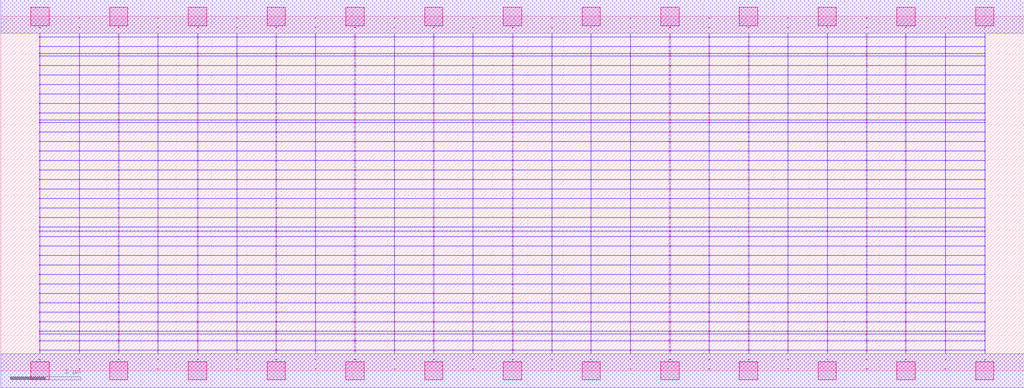
<source format=lef>
MACRO OOAAOAI221211_DEBUG
 CLASS CORE ;
 FOREIGN OOAAOAI221211_DEBUG 0 0 ;
 SIZE 14.56 BY 5.04 ;
 ORIGIN 0 0 ;
 SYMMETRY X Y R90 ;
 SITE unit ;

 OBS
    LAYER polycont ;
     RECT 7.27600000 2.58300000 7.28900000 2.59100000 ;
     RECT 7.27600000 2.71800000 7.28900000 2.72600000 ;
     RECT 7.27600000 2.85300000 7.28900000 2.86100000 ;
     RECT 7.27600000 2.98800000 7.28900000 2.99600000 ;
     RECT 9.51100000 2.58300000 9.52900000 2.59100000 ;
     RECT 10.07600000 2.58300000 10.08400000 2.59100000 ;
     RECT 10.63100000 2.58300000 10.64900000 2.59100000 ;
     RECT 11.19600000 2.58300000 11.20400000 2.59100000 ;
     RECT 11.75600000 2.58300000 11.76900000 2.59100000 ;
     RECT 12.31600000 2.58300000 12.32400000 2.59100000 ;
     RECT 12.87100000 2.58300000 12.88400000 2.59100000 ;
     RECT 13.43600000 2.58300000 13.44400000 2.59100000 ;
     RECT 13.99600000 2.58300000 14.00900000 2.59100000 ;
     RECT 7.83600000 2.58300000 7.84400000 2.59100000 ;
     RECT 7.83600000 2.71800000 7.84400000 2.72600000 ;
     RECT 8.39100000 2.71800000 8.40400000 2.72600000 ;
     RECT 8.95600000 2.71800000 8.96400000 2.72600000 ;
     RECT 9.51100000 2.71800000 9.52900000 2.72600000 ;
     RECT 10.07600000 2.71800000 10.08400000 2.72600000 ;
     RECT 10.63100000 2.71800000 10.64900000 2.72600000 ;
     RECT 11.19600000 2.71800000 11.20400000 2.72600000 ;
     RECT 11.75600000 2.71800000 11.76900000 2.72600000 ;
     RECT 12.31600000 2.71800000 12.32400000 2.72600000 ;
     RECT 12.87100000 2.71800000 12.88400000 2.72600000 ;
     RECT 13.43600000 2.71800000 13.44400000 2.72600000 ;
     RECT 13.99600000 2.71800000 14.00900000 2.72600000 ;
     RECT 8.39100000 2.58300000 8.40400000 2.59100000 ;
     RECT 7.83600000 2.85300000 7.84400000 2.86100000 ;
     RECT 8.39100000 2.85300000 8.40400000 2.86100000 ;
     RECT 8.95600000 2.85300000 8.96400000 2.86100000 ;
     RECT 9.51100000 2.85300000 9.52900000 2.86100000 ;
     RECT 10.07600000 2.85300000 10.08400000 2.86100000 ;
     RECT 10.63100000 2.85300000 10.64900000 2.86100000 ;
     RECT 11.19600000 2.85300000 11.20400000 2.86100000 ;
     RECT 11.75600000 2.85300000 11.76900000 2.86100000 ;
     RECT 12.31600000 2.85300000 12.32400000 2.86100000 ;
     RECT 12.87100000 2.85300000 12.88400000 2.86100000 ;
     RECT 13.43600000 2.85300000 13.44400000 2.86100000 ;
     RECT 13.99600000 2.85300000 14.00900000 2.86100000 ;
     RECT 8.95600000 2.58300000 8.96400000 2.59100000 ;
     RECT 7.83600000 2.98800000 7.84400000 2.99600000 ;
     RECT 8.39100000 2.98800000 8.40400000 2.99600000 ;
     RECT 8.95600000 2.98800000 8.96400000 2.99600000 ;
     RECT 9.51100000 2.98800000 9.52900000 2.99600000 ;
     RECT 10.07600000 2.98800000 10.08400000 2.99600000 ;
     RECT 10.63100000 2.98800000 10.64900000 2.99600000 ;
     RECT 11.19600000 2.98800000 11.20400000 2.99600000 ;
     RECT 11.75600000 2.98800000 11.76900000 2.99600000 ;
     RECT 12.31600000 2.98800000 12.32400000 2.99600000 ;
     RECT 12.87100000 2.98800000 12.88400000 2.99600000 ;
     RECT 13.43600000 2.98800000 13.44400000 2.99600000 ;
     RECT 13.99600000 2.98800000 14.00900000 2.99600000 ;
     RECT 7.83600000 3.12300000 7.84400000 3.13100000 ;
     RECT 12.31600000 3.12300000 12.32400000 3.13100000 ;
     RECT 7.83600000 3.25800000 7.84400000 3.26600000 ;
     RECT 12.31600000 3.25800000 12.32400000 3.26600000 ;
     RECT 7.83600000 3.39300000 7.84400000 3.40100000 ;
     RECT 12.31600000 3.39300000 12.32400000 3.40100000 ;
     RECT 7.83600000 3.52800000 7.84400000 3.53600000 ;
     RECT 12.31600000 3.52800000 12.32400000 3.53600000 ;
     RECT 7.83600000 3.56100000 7.84400000 3.56900000 ;
     RECT 12.31600000 3.56100000 12.32400000 3.56900000 ;
     RECT 7.83600000 3.66300000 7.84400000 3.67100000 ;
     RECT 12.31600000 3.66300000 12.32400000 3.67100000 ;
     RECT 7.83600000 3.79800000 7.84400000 3.80600000 ;
     RECT 12.31600000 3.79800000 12.32400000 3.80600000 ;
     RECT 7.83600000 3.93300000 7.84400000 3.94100000 ;
     RECT 12.31600000 3.93300000 12.32400000 3.94100000 ;
     RECT 7.83600000 4.06800000 7.84400000 4.07600000 ;
     RECT 12.31600000 4.06800000 12.32400000 4.07600000 ;
     RECT 7.83600000 4.20300000 7.84400000 4.21100000 ;
     RECT 12.31600000 4.20300000 12.32400000 4.21100000 ;
     RECT 7.83600000 4.33800000 7.84400000 4.34600000 ;
     RECT 12.31600000 4.33800000 12.32400000 4.34600000 ;
     RECT 7.83600000 4.47300000 7.84400000 4.48100000 ;
     RECT 12.31600000 4.47300000 12.32400000 4.48100000 ;
     RECT 7.83600000 4.51100000 7.84400000 4.51900000 ;
     RECT 12.31600000 4.51100000 12.32400000 4.51900000 ;
     RECT 7.83600000 4.60800000 7.84400000 4.61600000 ;
     RECT 12.31600000 4.60800000 12.32400000 4.61600000 ;
     RECT 7.83600000 4.74300000 7.84400000 4.75100000 ;
     RECT 12.31600000 4.74300000 12.32400000 4.75100000 ;
     RECT 7.83600000 4.87800000 7.84400000 4.88600000 ;
     RECT 12.31600000 4.87800000 12.32400000 4.88600000 ;
     RECT 5.59600000 2.98800000 5.60400000 2.99600000 ;
     RECT 6.15100000 2.98800000 6.16900000 2.99600000 ;
     RECT 6.71600000 2.98800000 6.72400000 2.99600000 ;
     RECT 2.23600000 2.58300000 2.24400000 2.59100000 ;
     RECT 2.79600000 2.58300000 2.80900000 2.59100000 ;
     RECT 3.35600000 2.58300000 3.36400000 2.59100000 ;
     RECT 3.91100000 2.58300000 3.92400000 2.59100000 ;
     RECT 4.47600000 2.58300000 4.48400000 2.59100000 ;
     RECT 5.03100000 2.58300000 5.04900000 2.59100000 ;
     RECT 5.59600000 2.58300000 5.60400000 2.59100000 ;
     RECT 6.15100000 2.58300000 6.16900000 2.59100000 ;
     RECT 6.71600000 2.58300000 6.72400000 2.59100000 ;
     RECT 0.55100000 2.58300000 0.56400000 2.59100000 ;
     RECT 0.55100000 2.71800000 0.56400000 2.72600000 ;
     RECT 0.55100000 2.85300000 0.56400000 2.86100000 ;
     RECT 1.11600000 2.85300000 1.12400000 2.86100000 ;
     RECT 3.35600000 3.12300000 3.36400000 3.13100000 ;
     RECT 1.67100000 2.85300000 1.68900000 2.86100000 ;
     RECT 2.23600000 2.85300000 2.24400000 2.86100000 ;
     RECT 3.35600000 3.25800000 3.36400000 3.26600000 ;
     RECT 2.79600000 2.85300000 2.80900000 2.86100000 ;
     RECT 3.35600000 2.85300000 3.36400000 2.86100000 ;
     RECT 3.35600000 3.39300000 3.36400000 3.40100000 ;
     RECT 3.91100000 2.85300000 3.92400000 2.86100000 ;
     RECT 4.47600000 2.85300000 4.48400000 2.86100000 ;
     RECT 3.35600000 3.52800000 3.36400000 3.53600000 ;
     RECT 5.03100000 2.85300000 5.04900000 2.86100000 ;
     RECT 5.59600000 2.85300000 5.60400000 2.86100000 ;
     RECT 3.35600000 3.56100000 3.36400000 3.56900000 ;
     RECT 6.15100000 2.85300000 6.16900000 2.86100000 ;
     RECT 6.71600000 2.85300000 6.72400000 2.86100000 ;
     RECT 3.35600000 3.66300000 3.36400000 3.67100000 ;
     RECT 1.11600000 2.71800000 1.12400000 2.72600000 ;
     RECT 1.67100000 2.71800000 1.68900000 2.72600000 ;
     RECT 3.35600000 3.79800000 3.36400000 3.80600000 ;
     RECT 2.23600000 2.71800000 2.24400000 2.72600000 ;
     RECT 2.79600000 2.71800000 2.80900000 2.72600000 ;
     RECT 3.35600000 3.93300000 3.36400000 3.94100000 ;
     RECT 3.35600000 2.71800000 3.36400000 2.72600000 ;
     RECT 3.91100000 2.71800000 3.92400000 2.72600000 ;
     RECT 3.35600000 4.06800000 3.36400000 4.07600000 ;
     RECT 4.47600000 2.71800000 4.48400000 2.72600000 ;
     RECT 5.03100000 2.71800000 5.04900000 2.72600000 ;
     RECT 3.35600000 4.20300000 3.36400000 4.21100000 ;
     RECT 5.59600000 2.71800000 5.60400000 2.72600000 ;
     RECT 6.15100000 2.71800000 6.16900000 2.72600000 ;
     RECT 3.35600000 4.33800000 3.36400000 4.34600000 ;
     RECT 6.71600000 2.71800000 6.72400000 2.72600000 ;
     RECT 1.11600000 2.58300000 1.12400000 2.59100000 ;
     RECT 3.35600000 4.47300000 3.36400000 4.48100000 ;
     RECT 1.67100000 2.58300000 1.68900000 2.59100000 ;
     RECT 0.55100000 2.98800000 0.56400000 2.99600000 ;
     RECT 3.35600000 4.51100000 3.36400000 4.51900000 ;
     RECT 1.11600000 2.98800000 1.12400000 2.99600000 ;
     RECT 1.67100000 2.98800000 1.68900000 2.99600000 ;
     RECT 3.35600000 4.60800000 3.36400000 4.61600000 ;
     RECT 2.23600000 2.98800000 2.24400000 2.99600000 ;
     RECT 2.79600000 2.98800000 2.80900000 2.99600000 ;
     RECT 3.35600000 4.74300000 3.36400000 4.75100000 ;
     RECT 3.35600000 2.98800000 3.36400000 2.99600000 ;
     RECT 3.91100000 2.98800000 3.92400000 2.99600000 ;
     RECT 3.35600000 4.87800000 3.36400000 4.88600000 ;
     RECT 4.47600000 2.98800000 4.48400000 2.99600000 ;
     RECT 5.03100000 2.98800000 5.04900000 2.99600000 ;
     RECT 13.43600000 1.23300000 13.44400000 1.24100000 ;
     RECT 13.99600000 1.23300000 14.00900000 1.24100000 ;
     RECT 8.95600000 1.36800000 8.96400000 1.37600000 ;
     RECT 12.31600000 1.36800000 12.32400000 1.37600000 ;
     RECT 12.87100000 1.36800000 12.88400000 1.37600000 ;
     RECT 13.43600000 1.36800000 13.44400000 1.37600000 ;
     RECT 13.99600000 1.36800000 14.00900000 1.37600000 ;
     RECT 8.95600000 1.50300000 8.96400000 1.51100000 ;
     RECT 12.31600000 1.50300000 12.32400000 1.51100000 ;
     RECT 12.87100000 1.50300000 12.88400000 1.51100000 ;
     RECT 13.43600000 1.50300000 13.44400000 1.51100000 ;
     RECT 13.99600000 1.50300000 14.00900000 1.51100000 ;
     RECT 8.95600000 1.63800000 8.96400000 1.64600000 ;
     RECT 12.31600000 1.63800000 12.32400000 1.64600000 ;
     RECT 12.87100000 1.63800000 12.88400000 1.64600000 ;
     RECT 13.43600000 1.63800000 13.44400000 1.64600000 ;
     RECT 13.99600000 1.63800000 14.00900000 1.64600000 ;
     RECT 8.95600000 1.77300000 8.96400000 1.78100000 ;
     RECT 12.31600000 1.77300000 12.32400000 1.78100000 ;
     RECT 12.87100000 1.77300000 12.88400000 1.78100000 ;
     RECT 13.43600000 1.77300000 13.44400000 1.78100000 ;
     RECT 13.99600000 1.77300000 14.00900000 1.78100000 ;
     RECT 8.95600000 1.90800000 8.96400000 1.91600000 ;
     RECT 12.31600000 1.90800000 12.32400000 1.91600000 ;
     RECT 12.87100000 1.90800000 12.88400000 1.91600000 ;
     RECT 13.43600000 1.90800000 13.44400000 1.91600000 ;
     RECT 13.99600000 1.90800000 14.00900000 1.91600000 ;
     RECT 8.95600000 1.98100000 8.96400000 1.98900000 ;
     RECT 12.31600000 1.98100000 12.32400000 1.98900000 ;
     RECT 12.87100000 1.98100000 12.88400000 1.98900000 ;
     RECT 13.43600000 1.98100000 13.44400000 1.98900000 ;
     RECT 13.99600000 1.98100000 14.00900000 1.98900000 ;
     RECT 8.95600000 2.04300000 8.96400000 2.05100000 ;
     RECT 12.31600000 2.04300000 12.32400000 2.05100000 ;
     RECT 12.87100000 2.04300000 12.88400000 2.05100000 ;
     RECT 13.43600000 2.04300000 13.44400000 2.05100000 ;
     RECT 13.99600000 2.04300000 14.00900000 2.05100000 ;
     RECT 8.95600000 2.17800000 8.96400000 2.18600000 ;
     RECT 12.31600000 2.17800000 12.32400000 2.18600000 ;
     RECT 12.87100000 2.17800000 12.88400000 2.18600000 ;
     RECT 13.43600000 2.17800000 13.44400000 2.18600000 ;
     RECT 13.99600000 2.17800000 14.00900000 2.18600000 ;
     RECT 8.95600000 2.31300000 8.96400000 2.32100000 ;
     RECT 12.31600000 2.31300000 12.32400000 2.32100000 ;
     RECT 12.87100000 2.31300000 12.88400000 2.32100000 ;
     RECT 13.43600000 2.31300000 13.44400000 2.32100000 ;
     RECT 13.99600000 2.31300000 14.00900000 2.32100000 ;
     RECT 8.95600000 2.44800000 8.96400000 2.45600000 ;
     RECT 12.31600000 2.44800000 12.32400000 2.45600000 ;
     RECT 12.87100000 2.44800000 12.88400000 2.45600000 ;
     RECT 13.43600000 2.44800000 13.44400000 2.45600000 ;
     RECT 13.99600000 2.44800000 14.00900000 2.45600000 ;
     RECT 8.95600000 0.15300000 8.96400000 0.16100000 ;
     RECT 12.31600000 0.15300000 12.32400000 0.16100000 ;
     RECT 12.87100000 0.15300000 12.88400000 0.16100000 ;
     RECT 13.43600000 0.15300000 13.44400000 0.16100000 ;
     RECT 13.99600000 0.15300000 14.00900000 0.16100000 ;
     RECT 8.95600000 0.28800000 8.96400000 0.29600000 ;
     RECT 12.31600000 0.28800000 12.32400000 0.29600000 ;
     RECT 12.87100000 0.28800000 12.88400000 0.29600000 ;
     RECT 13.43600000 0.28800000 13.44400000 0.29600000 ;
     RECT 13.99600000 0.28800000 14.00900000 0.29600000 ;
     RECT 8.95600000 0.42300000 8.96400000 0.43100000 ;
     RECT 12.31600000 0.42300000 12.32400000 0.43100000 ;
     RECT 12.87100000 0.42300000 12.88400000 0.43100000 ;
     RECT 13.43600000 0.42300000 13.44400000 0.43100000 ;
     RECT 13.99600000 0.42300000 14.00900000 0.43100000 ;
     RECT 8.95600000 0.52100000 8.96400000 0.52900000 ;
     RECT 12.31600000 0.52100000 12.32400000 0.52900000 ;
     RECT 12.87100000 0.52100000 12.88400000 0.52900000 ;
     RECT 13.43600000 0.52100000 13.44400000 0.52900000 ;
     RECT 13.99600000 0.52100000 14.00900000 0.52900000 ;
     RECT 8.95600000 0.55800000 8.96400000 0.56600000 ;
     RECT 12.31600000 0.55800000 12.32400000 0.56600000 ;
     RECT 12.87100000 0.55800000 12.88400000 0.56600000 ;
     RECT 13.43600000 0.55800000 13.44400000 0.56600000 ;
     RECT 13.99600000 0.55800000 14.00900000 0.56600000 ;
     RECT 8.95600000 0.69300000 8.96400000 0.70100000 ;
     RECT 12.31600000 0.69300000 12.32400000 0.70100000 ;
     RECT 12.87100000 0.69300000 12.88400000 0.70100000 ;
     RECT 13.43600000 0.69300000 13.44400000 0.70100000 ;
     RECT 13.99600000 0.69300000 14.00900000 0.70100000 ;
     RECT 8.95600000 0.82800000 8.96400000 0.83600000 ;
     RECT 12.31600000 0.82800000 12.32400000 0.83600000 ;
     RECT 12.87100000 0.82800000 12.88400000 0.83600000 ;
     RECT 13.43600000 0.82800000 13.44400000 0.83600000 ;
     RECT 13.99600000 0.82800000 14.00900000 0.83600000 ;
     RECT 8.95600000 0.96300000 8.96400000 0.97100000 ;
     RECT 12.31600000 0.96300000 12.32400000 0.97100000 ;
     RECT 12.87100000 0.96300000 12.88400000 0.97100000 ;
     RECT 13.43600000 0.96300000 13.44400000 0.97100000 ;
     RECT 13.99600000 0.96300000 14.00900000 0.97100000 ;
     RECT 8.95600000 1.09800000 8.96400000 1.10600000 ;
     RECT 12.31600000 1.09800000 12.32400000 1.10600000 ;
     RECT 12.87100000 1.09800000 12.88400000 1.10600000 ;
     RECT 13.43600000 1.09800000 13.44400000 1.10600000 ;
     RECT 13.99600000 1.09800000 14.00900000 1.10600000 ;
     RECT 8.95600000 1.23300000 8.96400000 1.24100000 ;
     RECT 12.31600000 1.23300000 12.32400000 1.24100000 ;
     RECT 12.87100000 1.23300000 12.88400000 1.24100000 ;

    LAYER pdiffc ;
     RECT 0.55100000 3.39300000 0.55900000 3.40100000 ;
     RECT 2.80100000 3.39300000 2.80900000 3.40100000 ;
     RECT 3.91100000 3.39300000 3.91900000 3.40100000 ;
     RECT 7.28100000 3.39300000 7.28900000 3.40100000 ;
     RECT 8.39100000 3.39300000 8.39900000 3.40100000 ;
     RECT 11.76100000 3.39300000 11.76900000 3.40100000 ;
     RECT 12.87100000 3.39300000 12.87900000 3.40100000 ;
     RECT 14.00100000 3.39300000 14.00900000 3.40100000 ;
     RECT 0.55100000 3.52800000 0.55900000 3.53600000 ;
     RECT 2.80100000 3.52800000 2.80900000 3.53600000 ;
     RECT 3.91100000 3.52800000 3.91900000 3.53600000 ;
     RECT 7.28100000 3.52800000 7.28900000 3.53600000 ;
     RECT 8.39100000 3.52800000 8.39900000 3.53600000 ;
     RECT 11.76100000 3.52800000 11.76900000 3.53600000 ;
     RECT 12.87100000 3.52800000 12.87900000 3.53600000 ;
     RECT 14.00100000 3.52800000 14.00900000 3.53600000 ;
     RECT 0.55100000 3.56100000 0.55900000 3.56900000 ;
     RECT 2.80100000 3.56100000 2.80900000 3.56900000 ;
     RECT 3.91100000 3.56100000 3.91900000 3.56900000 ;
     RECT 7.28100000 3.56100000 7.28900000 3.56900000 ;
     RECT 8.39100000 3.56100000 8.39900000 3.56900000 ;
     RECT 11.76100000 3.56100000 11.76900000 3.56900000 ;
     RECT 12.87100000 3.56100000 12.87900000 3.56900000 ;
     RECT 14.00100000 3.56100000 14.00900000 3.56900000 ;
     RECT 0.55100000 3.66300000 0.55900000 3.67100000 ;
     RECT 2.80100000 3.66300000 2.80900000 3.67100000 ;
     RECT 3.91100000 3.66300000 3.91900000 3.67100000 ;
     RECT 7.28100000 3.66300000 7.28900000 3.67100000 ;
     RECT 8.39100000 3.66300000 8.39900000 3.67100000 ;
     RECT 11.76100000 3.66300000 11.76900000 3.67100000 ;
     RECT 12.87100000 3.66300000 12.87900000 3.67100000 ;
     RECT 14.00100000 3.66300000 14.00900000 3.67100000 ;
     RECT 0.55100000 3.79800000 0.55900000 3.80600000 ;
     RECT 2.80100000 3.79800000 2.80900000 3.80600000 ;
     RECT 3.91100000 3.79800000 3.91900000 3.80600000 ;
     RECT 7.28100000 3.79800000 7.28900000 3.80600000 ;
     RECT 8.39100000 3.79800000 8.39900000 3.80600000 ;
     RECT 11.76100000 3.79800000 11.76900000 3.80600000 ;
     RECT 12.87100000 3.79800000 12.87900000 3.80600000 ;
     RECT 14.00100000 3.79800000 14.00900000 3.80600000 ;
     RECT 0.55100000 3.93300000 0.55900000 3.94100000 ;
     RECT 2.80100000 3.93300000 2.80900000 3.94100000 ;
     RECT 3.91100000 3.93300000 3.91900000 3.94100000 ;
     RECT 7.28100000 3.93300000 7.28900000 3.94100000 ;
     RECT 8.39100000 3.93300000 8.39900000 3.94100000 ;
     RECT 11.76100000 3.93300000 11.76900000 3.94100000 ;
     RECT 12.87100000 3.93300000 12.87900000 3.94100000 ;
     RECT 14.00100000 3.93300000 14.00900000 3.94100000 ;
     RECT 0.55100000 4.06800000 0.55900000 4.07600000 ;
     RECT 2.80100000 4.06800000 2.80900000 4.07600000 ;
     RECT 3.91100000 4.06800000 3.91900000 4.07600000 ;
     RECT 7.28100000 4.06800000 7.28900000 4.07600000 ;
     RECT 8.39100000 4.06800000 8.39900000 4.07600000 ;
     RECT 11.76100000 4.06800000 11.76900000 4.07600000 ;
     RECT 12.87100000 4.06800000 12.87900000 4.07600000 ;
     RECT 14.00100000 4.06800000 14.00900000 4.07600000 ;
     RECT 0.55100000 4.20300000 0.55900000 4.21100000 ;
     RECT 2.80100000 4.20300000 2.80900000 4.21100000 ;
     RECT 3.91100000 4.20300000 3.91900000 4.21100000 ;
     RECT 7.28100000 4.20300000 7.28900000 4.21100000 ;
     RECT 8.39100000 4.20300000 8.39900000 4.21100000 ;
     RECT 11.76100000 4.20300000 11.76900000 4.21100000 ;
     RECT 12.87100000 4.20300000 12.87900000 4.21100000 ;
     RECT 14.00100000 4.20300000 14.00900000 4.21100000 ;
     RECT 0.55100000 4.33800000 0.55900000 4.34600000 ;
     RECT 2.80100000 4.33800000 2.80900000 4.34600000 ;
     RECT 3.91100000 4.33800000 3.91900000 4.34600000 ;
     RECT 7.28100000 4.33800000 7.28900000 4.34600000 ;
     RECT 8.39100000 4.33800000 8.39900000 4.34600000 ;
     RECT 11.76100000 4.33800000 11.76900000 4.34600000 ;
     RECT 12.87100000 4.33800000 12.87900000 4.34600000 ;
     RECT 14.00100000 4.33800000 14.00900000 4.34600000 ;
     RECT 0.55100000 4.47300000 0.55900000 4.48100000 ;
     RECT 2.80100000 4.47300000 2.80900000 4.48100000 ;
     RECT 3.91100000 4.47300000 3.91900000 4.48100000 ;
     RECT 7.28100000 4.47300000 7.28900000 4.48100000 ;
     RECT 8.39100000 4.47300000 8.39900000 4.48100000 ;
     RECT 11.76100000 4.47300000 11.76900000 4.48100000 ;
     RECT 12.87100000 4.47300000 12.87900000 4.48100000 ;
     RECT 14.00100000 4.47300000 14.00900000 4.48100000 ;
     RECT 0.55100000 4.51100000 0.55900000 4.51900000 ;
     RECT 2.80100000 4.51100000 2.80900000 4.51900000 ;
     RECT 3.91100000 4.51100000 3.91900000 4.51900000 ;
     RECT 7.28100000 4.51100000 7.28900000 4.51900000 ;
     RECT 8.39100000 4.51100000 8.39900000 4.51900000 ;
     RECT 11.76100000 4.51100000 11.76900000 4.51900000 ;
     RECT 12.87100000 4.51100000 12.87900000 4.51900000 ;
     RECT 14.00100000 4.51100000 14.00900000 4.51900000 ;
     RECT 0.55100000 4.60800000 0.55900000 4.61600000 ;
     RECT 2.80100000 4.60800000 2.80900000 4.61600000 ;
     RECT 3.91100000 4.60800000 3.91900000 4.61600000 ;
     RECT 7.28100000 4.60800000 7.28900000 4.61600000 ;
     RECT 8.39100000 4.60800000 8.39900000 4.61600000 ;
     RECT 11.76100000 4.60800000 11.76900000 4.61600000 ;
     RECT 12.87100000 4.60800000 12.87900000 4.61600000 ;
     RECT 14.00100000 4.60800000 14.00900000 4.61600000 ;

    LAYER ndiffc ;
     RECT 6.15100000 0.42300000 6.16900000 0.43100000 ;
     RECT 6.15100000 0.52100000 6.16900000 0.52900000 ;
     RECT 6.15100000 0.55800000 6.16900000 0.56600000 ;
     RECT 6.15100000 0.69300000 6.16900000 0.70100000 ;
     RECT 6.15100000 0.82800000 6.16900000 0.83600000 ;
     RECT 6.15100000 0.96300000 6.16900000 0.97100000 ;
     RECT 6.15100000 1.09800000 6.16900000 1.10600000 ;
     RECT 6.15100000 1.23300000 6.16900000 1.24100000 ;
     RECT 6.15100000 1.36800000 6.16900000 1.37600000 ;
     RECT 6.15100000 1.50300000 6.16900000 1.51100000 ;
     RECT 6.15100000 1.63800000 6.16900000 1.64600000 ;
     RECT 6.15100000 1.77300000 6.16900000 1.78100000 ;
     RECT 6.15100000 1.90800000 6.16900000 1.91600000 ;
     RECT 6.15100000 1.98100000 6.16900000 1.98900000 ;
     RECT 6.15100000 2.04300000 6.16900000 2.05100000 ;
     RECT 9.51100000 0.55800000 9.52900000 0.56600000 ;
     RECT 10.63100000 0.55800000 10.64900000 0.56600000 ;
     RECT 11.75600000 0.55800000 11.76900000 0.56600000 ;
     RECT 9.51100000 0.42300000 9.52900000 0.43100000 ;
     RECT 7.27600000 0.69300000 7.28900000 0.70100000 ;
     RECT 8.39100000 0.69300000 8.40400000 0.70100000 ;
     RECT 9.51100000 0.69300000 9.52900000 0.70100000 ;
     RECT 10.63100000 0.69300000 10.64900000 0.70100000 ;
     RECT 11.75600000 0.69300000 11.76900000 0.70100000 ;
     RECT 10.63100000 0.42300000 10.64900000 0.43100000 ;
     RECT 7.27600000 0.82800000 7.28900000 0.83600000 ;
     RECT 8.39100000 0.82800000 8.40400000 0.83600000 ;
     RECT 9.51100000 0.82800000 9.52900000 0.83600000 ;
     RECT 10.63100000 0.82800000 10.64900000 0.83600000 ;
     RECT 11.75600000 0.82800000 11.76900000 0.83600000 ;
     RECT 11.75600000 0.42300000 11.76900000 0.43100000 ;
     RECT 7.27600000 0.96300000 7.28900000 0.97100000 ;
     RECT 8.39100000 0.96300000 8.40400000 0.97100000 ;
     RECT 9.51100000 0.96300000 9.52900000 0.97100000 ;
     RECT 10.63100000 0.96300000 10.64900000 0.97100000 ;
     RECT 11.75600000 0.96300000 11.76900000 0.97100000 ;
     RECT 7.27600000 0.42300000 7.28900000 0.43100000 ;
     RECT 7.27600000 1.09800000 7.28900000 1.10600000 ;
     RECT 8.39100000 1.09800000 8.40400000 1.10600000 ;
     RECT 9.51100000 1.09800000 9.52900000 1.10600000 ;
     RECT 10.63100000 1.09800000 10.64900000 1.10600000 ;
     RECT 11.75600000 1.09800000 11.76900000 1.10600000 ;
     RECT 7.27600000 0.52100000 7.28900000 0.52900000 ;
     RECT 7.27600000 1.23300000 7.28900000 1.24100000 ;
     RECT 8.39100000 1.23300000 8.40400000 1.24100000 ;
     RECT 9.51100000 1.23300000 9.52900000 1.24100000 ;
     RECT 10.63100000 1.23300000 10.64900000 1.24100000 ;
     RECT 11.75600000 1.23300000 11.76900000 1.24100000 ;
     RECT 8.39100000 0.52100000 8.40400000 0.52900000 ;
     RECT 7.27600000 1.36800000 7.28900000 1.37600000 ;
     RECT 8.39100000 1.36800000 8.40400000 1.37600000 ;
     RECT 9.51100000 1.36800000 9.52900000 1.37600000 ;
     RECT 10.63100000 1.36800000 10.64900000 1.37600000 ;
     RECT 11.75600000 1.36800000 11.76900000 1.37600000 ;
     RECT 9.51100000 0.52100000 9.52900000 0.52900000 ;
     RECT 7.27600000 1.50300000 7.28900000 1.51100000 ;
     RECT 8.39100000 1.50300000 8.40400000 1.51100000 ;
     RECT 9.51100000 1.50300000 9.52900000 1.51100000 ;
     RECT 10.63100000 1.50300000 10.64900000 1.51100000 ;
     RECT 11.75600000 1.50300000 11.76900000 1.51100000 ;
     RECT 10.63100000 0.52100000 10.64900000 0.52900000 ;
     RECT 7.27600000 1.63800000 7.28900000 1.64600000 ;
     RECT 8.39100000 1.63800000 8.40400000 1.64600000 ;
     RECT 9.51100000 1.63800000 9.52900000 1.64600000 ;
     RECT 10.63100000 1.63800000 10.64900000 1.64600000 ;
     RECT 11.75600000 1.63800000 11.76900000 1.64600000 ;
     RECT 11.75600000 0.52100000 11.76900000 0.52900000 ;
     RECT 7.27600000 1.77300000 7.28900000 1.78100000 ;
     RECT 8.39100000 1.77300000 8.40400000 1.78100000 ;
     RECT 9.51100000 1.77300000 9.52900000 1.78100000 ;
     RECT 10.63100000 1.77300000 10.64900000 1.78100000 ;
     RECT 11.75600000 1.77300000 11.76900000 1.78100000 ;
     RECT 8.39100000 0.42300000 8.40400000 0.43100000 ;
     RECT 7.27600000 1.90800000 7.28900000 1.91600000 ;
     RECT 8.39100000 1.90800000 8.40400000 1.91600000 ;
     RECT 9.51100000 1.90800000 9.52900000 1.91600000 ;
     RECT 10.63100000 1.90800000 10.64900000 1.91600000 ;
     RECT 11.75600000 1.90800000 11.76900000 1.91600000 ;
     RECT 7.27600000 0.55800000 7.28900000 0.56600000 ;
     RECT 7.27600000 1.98100000 7.28900000 1.98900000 ;
     RECT 8.39100000 1.98100000 8.40400000 1.98900000 ;
     RECT 9.51100000 1.98100000 9.52900000 1.98900000 ;
     RECT 10.63100000 1.98100000 10.64900000 1.98900000 ;
     RECT 11.75600000 1.98100000 11.76900000 1.98900000 ;
     RECT 8.39100000 0.55800000 8.40400000 0.56600000 ;
     RECT 7.27600000 2.04300000 7.28900000 2.05100000 ;
     RECT 8.39100000 2.04300000 8.40400000 2.05100000 ;
     RECT 9.51100000 2.04300000 9.52900000 2.05100000 ;
     RECT 10.63100000 2.04300000 10.64900000 2.05100000 ;
     RECT 11.75600000 2.04300000 11.76900000 2.05100000 ;
     RECT 2.79600000 1.36800000 2.80900000 1.37600000 ;
     RECT 3.91100000 1.36800000 3.92400000 1.37600000 ;
     RECT 5.03100000 1.36800000 5.04900000 1.37600000 ;
     RECT 5.03100000 0.82800000 5.04900000 0.83600000 ;
     RECT 2.79600000 0.55800000 2.80900000 0.56600000 ;
     RECT 3.91100000 0.55800000 3.92400000 0.56600000 ;
     RECT 5.03100000 0.55800000 5.04900000 0.56600000 ;
     RECT 1.67100000 0.52100000 1.68900000 0.52900000 ;
     RECT 2.79600000 0.52100000 2.80900000 0.52900000 ;
     RECT 0.55100000 1.50300000 0.56400000 1.51100000 ;
     RECT 1.67100000 1.50300000 1.68900000 1.51100000 ;
     RECT 2.79600000 1.50300000 2.80900000 1.51100000 ;
     RECT 3.91100000 1.50300000 3.92400000 1.51100000 ;
     RECT 5.03100000 1.50300000 5.04900000 1.51100000 ;
     RECT 3.91100000 0.52100000 3.92400000 0.52900000 ;
     RECT 0.55100000 0.96300000 0.56400000 0.97100000 ;
     RECT 1.67100000 0.96300000 1.68900000 0.97100000 ;
     RECT 2.79600000 0.96300000 2.80900000 0.97100000 ;
     RECT 3.91100000 0.96300000 3.92400000 0.97100000 ;
     RECT 5.03100000 0.96300000 5.04900000 0.97100000 ;
     RECT 0.55100000 1.63800000 0.56400000 1.64600000 ;
     RECT 1.67100000 1.63800000 1.68900000 1.64600000 ;
     RECT 2.79600000 1.63800000 2.80900000 1.64600000 ;
     RECT 3.91100000 1.63800000 3.92400000 1.64600000 ;
     RECT 5.03100000 1.63800000 5.04900000 1.64600000 ;
     RECT 5.03100000 0.52100000 5.04900000 0.52900000 ;
     RECT 1.67100000 0.42300000 1.68900000 0.43100000 ;
     RECT 2.79600000 0.42300000 2.80900000 0.43100000 ;
     RECT 0.55100000 0.69300000 0.56400000 0.70100000 ;
     RECT 1.67100000 0.69300000 1.68900000 0.70100000 ;
     RECT 2.79600000 0.69300000 2.80900000 0.70100000 ;
     RECT 0.55100000 1.77300000 0.56400000 1.78100000 ;
     RECT 1.67100000 1.77300000 1.68900000 1.78100000 ;
     RECT 2.79600000 1.77300000 2.80900000 1.78100000 ;
     RECT 3.91100000 1.77300000 3.92400000 1.78100000 ;
     RECT 5.03100000 1.77300000 5.04900000 1.78100000 ;
     RECT 0.55100000 1.09800000 0.56400000 1.10600000 ;
     RECT 1.67100000 1.09800000 1.68900000 1.10600000 ;
     RECT 2.79600000 1.09800000 2.80900000 1.10600000 ;
     RECT 3.91100000 1.09800000 3.92400000 1.10600000 ;
     RECT 5.03100000 1.09800000 5.04900000 1.10600000 ;
     RECT 3.91100000 0.69300000 3.92400000 0.70100000 ;
     RECT 0.55100000 1.90800000 0.56400000 1.91600000 ;
     RECT 1.67100000 1.90800000 1.68900000 1.91600000 ;
     RECT 2.79600000 1.90800000 2.80900000 1.91600000 ;
     RECT 3.91100000 1.90800000 3.92400000 1.91600000 ;
     RECT 5.03100000 1.90800000 5.04900000 1.91600000 ;
     RECT 5.03100000 0.69300000 5.04900000 0.70100000 ;
     RECT 3.91100000 0.42300000 3.92400000 0.43100000 ;
     RECT 5.03100000 0.42300000 5.04900000 0.43100000 ;
     RECT 0.55100000 0.42300000 0.56400000 0.43100000 ;
     RECT 0.55100000 0.52100000 0.56400000 0.52900000 ;
     RECT 0.55100000 1.23300000 0.56400000 1.24100000 ;
     RECT 0.55100000 1.98100000 0.56400000 1.98900000 ;
     RECT 1.67100000 1.98100000 1.68900000 1.98900000 ;
     RECT 2.79600000 1.98100000 2.80900000 1.98900000 ;
     RECT 3.91100000 1.98100000 3.92400000 1.98900000 ;
     RECT 5.03100000 1.98100000 5.04900000 1.98900000 ;
     RECT 1.67100000 1.23300000 1.68900000 1.24100000 ;
     RECT 2.79600000 1.23300000 2.80900000 1.24100000 ;
     RECT 3.91100000 1.23300000 3.92400000 1.24100000 ;
     RECT 5.03100000 1.23300000 5.04900000 1.24100000 ;
     RECT 0.55100000 0.55800000 0.56400000 0.56600000 ;
     RECT 1.67100000 0.55800000 1.68900000 0.56600000 ;
     RECT 0.55100000 2.04300000 0.56400000 2.05100000 ;
     RECT 1.67100000 2.04300000 1.68900000 2.05100000 ;
     RECT 2.79600000 2.04300000 2.80900000 2.05100000 ;
     RECT 3.91100000 2.04300000 3.92400000 2.05100000 ;
     RECT 5.03100000 2.04300000 5.04900000 2.05100000 ;
     RECT 0.55100000 0.82800000 0.56400000 0.83600000 ;
     RECT 1.67100000 0.82800000 1.68900000 0.83600000 ;
     RECT 2.79600000 0.82800000 2.80900000 0.83600000 ;
     RECT 3.91100000 0.82800000 3.92400000 0.83600000 ;
     RECT 0.55100000 1.36800000 0.56400000 1.37600000 ;
     RECT 1.67100000 1.36800000 1.68900000 1.37600000 ;

    LAYER met1 ;
     RECT 0.00000000 -0.24000000 14.56000000 0.24000000 ;
     RECT 7.27600000 0.24000000 7.28900000 0.28800000 ;
     RECT 0.55100000 0.28800000 14.00900000 0.29600000 ;
     RECT 7.27600000 0.29600000 7.28900000 0.42300000 ;
     RECT 0.55100000 0.42300000 14.00900000 0.43100000 ;
     RECT 7.27600000 0.43100000 7.28900000 0.52100000 ;
     RECT 0.55100000 0.52100000 14.00900000 0.52900000 ;
     RECT 7.27600000 0.52900000 7.28900000 0.55800000 ;
     RECT 0.55100000 0.55800000 14.00900000 0.56600000 ;
     RECT 7.27600000 0.56600000 7.28900000 0.69300000 ;
     RECT 0.55100000 0.69300000 14.00900000 0.70100000 ;
     RECT 7.27600000 0.70100000 7.28900000 0.82800000 ;
     RECT 0.55100000 0.82800000 14.00900000 0.83600000 ;
     RECT 7.27600000 0.83600000 7.28900000 0.96300000 ;
     RECT 0.55100000 0.96300000 14.00900000 0.97100000 ;
     RECT 7.27600000 0.97100000 7.28900000 1.09800000 ;
     RECT 0.55100000 1.09800000 14.00900000 1.10600000 ;
     RECT 7.27600000 1.10600000 7.28900000 1.23300000 ;
     RECT 0.55100000 1.23300000 14.00900000 1.24100000 ;
     RECT 7.27600000 1.24100000 7.28900000 1.36800000 ;
     RECT 0.55100000 1.36800000 14.00900000 1.37600000 ;
     RECT 7.27600000 1.37600000 7.28900000 1.50300000 ;
     RECT 0.55100000 1.50300000 14.00900000 1.51100000 ;
     RECT 7.27600000 1.51100000 7.28900000 1.63800000 ;
     RECT 0.55100000 1.63800000 14.00900000 1.64600000 ;
     RECT 7.27600000 1.64600000 7.28900000 1.77300000 ;
     RECT 0.55100000 1.77300000 14.00900000 1.78100000 ;
     RECT 7.27600000 1.78100000 7.28900000 1.90800000 ;
     RECT 0.55100000 1.90800000 14.00900000 1.91600000 ;
     RECT 7.27600000 1.91600000 7.28900000 1.98100000 ;
     RECT 0.55100000 1.98100000 14.00900000 1.98900000 ;
     RECT 7.27600000 1.98900000 7.28900000 2.04300000 ;
     RECT 0.55100000 2.04300000 14.00900000 2.05100000 ;
     RECT 7.27600000 2.05100000 7.28900000 2.17800000 ;
     RECT 0.55100000 2.17800000 14.00900000 2.18600000 ;
     RECT 7.27600000 2.18600000 7.28900000 2.31300000 ;
     RECT 0.55100000 2.31300000 14.00900000 2.32100000 ;
     RECT 7.27600000 2.32100000 7.28900000 2.44800000 ;
     RECT 0.55100000 2.44800000 14.00900000 2.45600000 ;
     RECT 0.55100000 2.45600000 0.56400000 2.58300000 ;
     RECT 1.11600000 2.45600000 1.12400000 2.58300000 ;
     RECT 1.67100000 2.45600000 1.68900000 2.58300000 ;
     RECT 2.23600000 2.45600000 2.24400000 2.58300000 ;
     RECT 2.79600000 2.45600000 2.80900000 2.58300000 ;
     RECT 3.35600000 2.45600000 3.36400000 2.58300000 ;
     RECT 3.91100000 2.45600000 3.92400000 2.58300000 ;
     RECT 4.47600000 2.45600000 4.48400000 2.58300000 ;
     RECT 5.03100000 2.45600000 5.04900000 2.58300000 ;
     RECT 5.59600000 2.45600000 5.60400000 2.58300000 ;
     RECT 6.15100000 2.45600000 6.16900000 2.58300000 ;
     RECT 6.71600000 2.45600000 6.72400000 2.58300000 ;
     RECT 7.27600000 2.45600000 7.28900000 2.58300000 ;
     RECT 7.83600000 2.45600000 7.84400000 2.58300000 ;
     RECT 8.39100000 2.45600000 8.40400000 2.58300000 ;
     RECT 8.95600000 2.45600000 8.96400000 2.58300000 ;
     RECT 9.51100000 2.45600000 9.52900000 2.58300000 ;
     RECT 10.07600000 2.45600000 10.08400000 2.58300000 ;
     RECT 10.63100000 2.45600000 10.64900000 2.58300000 ;
     RECT 11.19600000 2.45600000 11.20400000 2.58300000 ;
     RECT 11.75600000 2.45600000 11.76900000 2.58300000 ;
     RECT 12.31600000 2.45600000 12.32400000 2.58300000 ;
     RECT 12.87100000 2.45600000 12.88400000 2.58300000 ;
     RECT 13.43600000 2.45600000 13.44400000 2.58300000 ;
     RECT 13.99600000 2.45600000 14.00900000 2.58300000 ;
     RECT 0.55100000 2.58300000 14.00900000 2.59100000 ;
     RECT 7.27600000 2.59100000 7.28900000 2.71800000 ;
     RECT 0.55100000 2.71800000 14.00900000 2.72600000 ;
     RECT 7.27600000 2.72600000 7.28900000 2.85300000 ;
     RECT 0.55100000 2.85300000 14.00900000 2.86100000 ;
     RECT 7.27600000 2.86100000 7.28900000 2.98800000 ;
     RECT 0.55100000 2.98800000 14.00900000 2.99600000 ;
     RECT 7.27600000 2.99600000 7.28900000 3.12300000 ;
     RECT 0.55100000 3.12300000 14.00900000 3.13100000 ;
     RECT 7.27600000 3.13100000 7.28900000 3.25800000 ;
     RECT 0.55100000 3.25800000 14.00900000 3.26600000 ;
     RECT 7.27600000 3.26600000 7.28900000 3.39300000 ;
     RECT 0.55100000 3.39300000 14.00900000 3.40100000 ;
     RECT 7.27600000 3.40100000 7.28900000 3.52800000 ;
     RECT 0.55100000 3.52800000 14.00900000 3.53600000 ;
     RECT 7.27600000 3.53600000 7.28900000 3.56100000 ;
     RECT 0.55100000 3.56100000 14.00900000 3.56900000 ;
     RECT 7.27600000 3.56900000 7.28900000 3.66300000 ;
     RECT 0.55100000 3.66300000 14.00900000 3.67100000 ;
     RECT 7.27600000 3.67100000 7.28900000 3.79800000 ;
     RECT 0.55100000 3.79800000 14.00900000 3.80600000 ;
     RECT 7.27600000 3.80600000 7.28900000 3.93300000 ;
     RECT 0.55100000 3.93300000 14.00900000 3.94100000 ;
     RECT 7.27600000 3.94100000 7.28900000 4.06800000 ;
     RECT 0.55100000 4.06800000 14.00900000 4.07600000 ;
     RECT 7.27600000 4.07600000 7.28900000 4.20300000 ;
     RECT 0.55100000 4.20300000 14.00900000 4.21100000 ;
     RECT 7.27600000 4.21100000 7.28900000 4.33800000 ;
     RECT 0.55100000 4.33800000 14.00900000 4.34600000 ;
     RECT 7.27600000 4.34600000 7.28900000 4.47300000 ;
     RECT 0.55100000 4.47300000 14.00900000 4.48100000 ;
     RECT 7.27600000 4.48100000 7.28900000 4.51100000 ;
     RECT 0.55100000 4.51100000 14.00900000 4.51900000 ;
     RECT 7.27600000 4.51900000 7.28900000 4.60800000 ;
     RECT 0.55100000 4.60800000 14.00900000 4.61600000 ;
     RECT 7.27600000 4.61600000 7.28900000 4.74300000 ;
     RECT 0.55100000 4.74300000 14.00900000 4.75100000 ;
     RECT 7.27600000 4.75100000 7.28900000 4.80000000 ;
     RECT 0.00000000 4.80000000 14.56000000 5.28000000 ;
     RECT 7.83600000 3.80600000 7.84400000 3.93300000 ;
     RECT 8.39100000 3.80600000 8.40400000 3.93300000 ;
     RECT 8.95600000 3.80600000 8.96400000 3.93300000 ;
     RECT 9.51100000 3.80600000 9.52900000 3.93300000 ;
     RECT 10.07600000 3.80600000 10.08400000 3.93300000 ;
     RECT 10.63100000 3.80600000 10.64900000 3.93300000 ;
     RECT 11.19600000 3.80600000 11.20400000 3.93300000 ;
     RECT 11.75600000 3.80600000 11.76900000 3.93300000 ;
     RECT 12.31600000 3.80600000 12.32400000 3.93300000 ;
     RECT 12.87100000 3.80600000 12.88400000 3.93300000 ;
     RECT 13.43600000 3.80600000 13.44400000 3.93300000 ;
     RECT 13.99600000 3.80600000 14.00900000 3.93300000 ;
     RECT 11.19600000 3.94100000 11.20400000 4.06800000 ;
     RECT 11.75600000 3.94100000 11.76900000 4.06800000 ;
     RECT 12.31600000 3.94100000 12.32400000 4.06800000 ;
     RECT 12.87100000 3.94100000 12.88400000 4.06800000 ;
     RECT 13.43600000 3.94100000 13.44400000 4.06800000 ;
     RECT 13.99600000 3.94100000 14.00900000 4.06800000 ;
     RECT 11.19600000 4.07600000 11.20400000 4.20300000 ;
     RECT 11.75600000 4.07600000 11.76900000 4.20300000 ;
     RECT 12.31600000 4.07600000 12.32400000 4.20300000 ;
     RECT 12.87100000 4.07600000 12.88400000 4.20300000 ;
     RECT 13.43600000 4.07600000 13.44400000 4.20300000 ;
     RECT 13.99600000 4.07600000 14.00900000 4.20300000 ;
     RECT 11.19600000 4.21100000 11.20400000 4.33800000 ;
     RECT 11.75600000 4.21100000 11.76900000 4.33800000 ;
     RECT 12.31600000 4.21100000 12.32400000 4.33800000 ;
     RECT 12.87100000 4.21100000 12.88400000 4.33800000 ;
     RECT 13.43600000 4.21100000 13.44400000 4.33800000 ;
     RECT 13.99600000 4.21100000 14.00900000 4.33800000 ;
     RECT 11.19600000 4.34600000 11.20400000 4.47300000 ;
     RECT 11.75600000 4.34600000 11.76900000 4.47300000 ;
     RECT 12.31600000 4.34600000 12.32400000 4.47300000 ;
     RECT 12.87100000 4.34600000 12.88400000 4.47300000 ;
     RECT 13.43600000 4.34600000 13.44400000 4.47300000 ;
     RECT 13.99600000 4.34600000 14.00900000 4.47300000 ;
     RECT 11.19600000 4.48100000 11.20400000 4.51100000 ;
     RECT 11.75600000 4.48100000 11.76900000 4.51100000 ;
     RECT 12.31600000 4.48100000 12.32400000 4.51100000 ;
     RECT 12.87100000 4.48100000 12.88400000 4.51100000 ;
     RECT 13.43600000 4.48100000 13.44400000 4.51100000 ;
     RECT 13.99600000 4.48100000 14.00900000 4.51100000 ;
     RECT 11.19600000 4.51900000 11.20400000 4.60800000 ;
     RECT 11.75600000 4.51900000 11.76900000 4.60800000 ;
     RECT 12.31600000 4.51900000 12.32400000 4.60800000 ;
     RECT 12.87100000 4.51900000 12.88400000 4.60800000 ;
     RECT 13.43600000 4.51900000 13.44400000 4.60800000 ;
     RECT 13.99600000 4.51900000 14.00900000 4.60800000 ;
     RECT 11.19600000 4.61600000 11.20400000 4.74300000 ;
     RECT 11.75600000 4.61600000 11.76900000 4.74300000 ;
     RECT 12.31600000 4.61600000 12.32400000 4.74300000 ;
     RECT 12.87100000 4.61600000 12.88400000 4.74300000 ;
     RECT 13.43600000 4.61600000 13.44400000 4.74300000 ;
     RECT 13.99600000 4.61600000 14.00900000 4.74300000 ;
     RECT 11.19600000 4.75100000 11.20400000 4.80000000 ;
     RECT 11.75600000 4.75100000 11.76900000 4.80000000 ;
     RECT 12.31600000 4.75100000 12.32400000 4.80000000 ;
     RECT 12.87100000 4.75100000 12.88400000 4.80000000 ;
     RECT 13.43600000 4.75100000 13.44400000 4.80000000 ;
     RECT 13.99600000 4.75100000 14.00900000 4.80000000 ;
     RECT 7.83600000 4.48100000 7.84400000 4.51100000 ;
     RECT 8.39100000 4.48100000 8.40400000 4.51100000 ;
     RECT 8.95600000 4.48100000 8.96400000 4.51100000 ;
     RECT 9.51100000 4.48100000 9.52900000 4.51100000 ;
     RECT 10.07600000 4.48100000 10.08400000 4.51100000 ;
     RECT 10.63100000 4.48100000 10.64900000 4.51100000 ;
     RECT 7.83600000 4.21100000 7.84400000 4.33800000 ;
     RECT 8.39100000 4.21100000 8.40400000 4.33800000 ;
     RECT 8.95600000 4.21100000 8.96400000 4.33800000 ;
     RECT 9.51100000 4.21100000 9.52900000 4.33800000 ;
     RECT 10.07600000 4.21100000 10.08400000 4.33800000 ;
     RECT 10.63100000 4.21100000 10.64900000 4.33800000 ;
     RECT 7.83600000 4.51900000 7.84400000 4.60800000 ;
     RECT 8.39100000 4.51900000 8.40400000 4.60800000 ;
     RECT 8.95600000 4.51900000 8.96400000 4.60800000 ;
     RECT 9.51100000 4.51900000 9.52900000 4.60800000 ;
     RECT 10.07600000 4.51900000 10.08400000 4.60800000 ;
     RECT 10.63100000 4.51900000 10.64900000 4.60800000 ;
     RECT 7.83600000 4.07600000 7.84400000 4.20300000 ;
     RECT 8.39100000 4.07600000 8.40400000 4.20300000 ;
     RECT 8.95600000 4.07600000 8.96400000 4.20300000 ;
     RECT 9.51100000 4.07600000 9.52900000 4.20300000 ;
     RECT 10.07600000 4.07600000 10.08400000 4.20300000 ;
     RECT 10.63100000 4.07600000 10.64900000 4.20300000 ;
     RECT 7.83600000 4.61600000 7.84400000 4.74300000 ;
     RECT 8.39100000 4.61600000 8.40400000 4.74300000 ;
     RECT 8.95600000 4.61600000 8.96400000 4.74300000 ;
     RECT 9.51100000 4.61600000 9.52900000 4.74300000 ;
     RECT 10.07600000 4.61600000 10.08400000 4.74300000 ;
     RECT 10.63100000 4.61600000 10.64900000 4.74300000 ;
     RECT 7.83600000 4.34600000 7.84400000 4.47300000 ;
     RECT 8.39100000 4.34600000 8.40400000 4.47300000 ;
     RECT 8.95600000 4.34600000 8.96400000 4.47300000 ;
     RECT 9.51100000 4.34600000 9.52900000 4.47300000 ;
     RECT 10.07600000 4.34600000 10.08400000 4.47300000 ;
     RECT 10.63100000 4.34600000 10.64900000 4.47300000 ;
     RECT 7.83600000 4.75100000 7.84400000 4.80000000 ;
     RECT 8.39100000 4.75100000 8.40400000 4.80000000 ;
     RECT 8.95600000 4.75100000 8.96400000 4.80000000 ;
     RECT 9.51100000 4.75100000 9.52900000 4.80000000 ;
     RECT 10.07600000 4.75100000 10.08400000 4.80000000 ;
     RECT 10.63100000 4.75100000 10.64900000 4.80000000 ;
     RECT 7.83600000 3.94100000 7.84400000 4.06800000 ;
     RECT 8.39100000 3.94100000 8.40400000 4.06800000 ;
     RECT 8.95600000 3.94100000 8.96400000 4.06800000 ;
     RECT 9.51100000 3.94100000 9.52900000 4.06800000 ;
     RECT 10.07600000 3.94100000 10.08400000 4.06800000 ;
     RECT 10.63100000 3.94100000 10.64900000 4.06800000 ;
     RECT 7.83600000 2.99600000 7.84400000 3.12300000 ;
     RECT 8.39100000 2.99600000 8.40400000 3.12300000 ;
     RECT 8.95600000 2.99600000 8.96400000 3.12300000 ;
     RECT 9.51100000 2.99600000 9.52900000 3.12300000 ;
     RECT 10.07600000 2.99600000 10.08400000 3.12300000 ;
     RECT 10.63100000 2.99600000 10.64900000 3.12300000 ;
     RECT 7.83600000 2.86100000 7.84400000 2.98800000 ;
     RECT 8.39100000 2.86100000 8.40400000 2.98800000 ;
     RECT 7.83600000 3.13100000 7.84400000 3.25800000 ;
     RECT 8.39100000 3.13100000 8.40400000 3.25800000 ;
     RECT 8.95600000 3.13100000 8.96400000 3.25800000 ;
     RECT 9.51100000 3.13100000 9.52900000 3.25800000 ;
     RECT 10.07600000 3.13100000 10.08400000 3.25800000 ;
     RECT 10.63100000 3.13100000 10.64900000 3.25800000 ;
     RECT 7.83600000 3.26600000 7.84400000 3.39300000 ;
     RECT 8.39100000 3.26600000 8.40400000 3.39300000 ;
     RECT 8.95600000 3.26600000 8.96400000 3.39300000 ;
     RECT 9.51100000 3.26600000 9.52900000 3.39300000 ;
     RECT 10.07600000 3.26600000 10.08400000 3.39300000 ;
     RECT 10.63100000 3.26600000 10.64900000 3.39300000 ;
     RECT 8.95600000 2.86100000 8.96400000 2.98800000 ;
     RECT 9.51100000 2.86100000 9.52900000 2.98800000 ;
     RECT 7.83600000 3.40100000 7.84400000 3.52800000 ;
     RECT 8.39100000 3.40100000 8.40400000 3.52800000 ;
     RECT 8.95600000 3.40100000 8.96400000 3.52800000 ;
     RECT 9.51100000 3.40100000 9.52900000 3.52800000 ;
     RECT 10.07600000 3.40100000 10.08400000 3.52800000 ;
     RECT 10.63100000 3.40100000 10.64900000 3.52800000 ;
     RECT 7.83600000 2.59100000 7.84400000 2.71800000 ;
     RECT 8.39100000 2.59100000 8.40400000 2.71800000 ;
     RECT 7.83600000 3.53600000 7.84400000 3.56100000 ;
     RECT 8.39100000 3.53600000 8.40400000 3.56100000 ;
     RECT 8.95600000 3.53600000 8.96400000 3.56100000 ;
     RECT 9.51100000 3.53600000 9.52900000 3.56100000 ;
     RECT 10.07600000 2.86100000 10.08400000 2.98800000 ;
     RECT 10.63100000 2.86100000 10.64900000 2.98800000 ;
     RECT 10.07600000 3.53600000 10.08400000 3.56100000 ;
     RECT 10.63100000 3.53600000 10.64900000 3.56100000 ;
     RECT 7.83600000 2.72600000 7.84400000 2.85300000 ;
     RECT 8.39100000 2.72600000 8.40400000 2.85300000 ;
     RECT 7.83600000 3.56900000 7.84400000 3.66300000 ;
     RECT 8.39100000 3.56900000 8.40400000 3.66300000 ;
     RECT 8.95600000 3.56900000 8.96400000 3.66300000 ;
     RECT 9.51100000 3.56900000 9.52900000 3.66300000 ;
     RECT 10.07600000 3.56900000 10.08400000 3.66300000 ;
     RECT 10.63100000 3.56900000 10.64900000 3.66300000 ;
     RECT 8.95600000 2.72600000 8.96400000 2.85300000 ;
     RECT 9.51100000 2.72600000 9.52900000 2.85300000 ;
     RECT 7.83600000 3.67100000 7.84400000 3.79800000 ;
     RECT 8.39100000 3.67100000 8.40400000 3.79800000 ;
     RECT 8.95600000 3.67100000 8.96400000 3.79800000 ;
     RECT 9.51100000 3.67100000 9.52900000 3.79800000 ;
     RECT 8.95600000 2.59100000 8.96400000 2.71800000 ;
     RECT 9.51100000 2.59100000 9.52900000 2.71800000 ;
     RECT 10.07600000 3.67100000 10.08400000 3.79800000 ;
     RECT 10.63100000 3.67100000 10.64900000 3.79800000 ;
     RECT 10.07600000 2.72600000 10.08400000 2.85300000 ;
     RECT 10.63100000 2.72600000 10.64900000 2.85300000 ;
     RECT 10.07600000 2.59100000 10.08400000 2.71800000 ;
     RECT 10.63100000 2.59100000 10.64900000 2.71800000 ;
     RECT 12.31600000 3.13100000 12.32400000 3.25800000 ;
     RECT 12.87100000 3.13100000 12.88400000 3.25800000 ;
     RECT 13.43600000 3.13100000 13.44400000 3.25800000 ;
     RECT 13.99600000 3.13100000 14.00900000 3.25800000 ;
     RECT 11.19600000 2.72600000 11.20400000 2.85300000 ;
     RECT 11.75600000 2.72600000 11.76900000 2.85300000 ;
     RECT 12.31600000 2.59100000 12.32400000 2.71800000 ;
     RECT 12.87100000 2.59100000 12.88400000 2.71800000 ;
     RECT 12.87100000 2.99600000 12.88400000 3.12300000 ;
     RECT 11.19600000 3.53600000 11.20400000 3.56100000 ;
     RECT 11.75600000 3.53600000 11.76900000 3.56100000 ;
     RECT 12.31600000 3.53600000 12.32400000 3.56100000 ;
     RECT 12.87100000 3.53600000 12.88400000 3.56100000 ;
     RECT 13.43600000 3.53600000 13.44400000 3.56100000 ;
     RECT 13.99600000 3.53600000 14.00900000 3.56100000 ;
     RECT 13.43600000 2.99600000 13.44400000 3.12300000 ;
     RECT 13.99600000 2.99600000 14.00900000 3.12300000 ;
     RECT 11.19600000 2.59100000 11.20400000 2.71800000 ;
     RECT 12.31600000 2.72600000 12.32400000 2.85300000 ;
     RECT 12.87100000 2.72600000 12.88400000 2.85300000 ;
     RECT 11.75600000 2.59100000 11.76900000 2.71800000 ;
     RECT 13.99600000 2.86100000 14.00900000 2.98800000 ;
     RECT 11.19600000 3.26600000 11.20400000 3.39300000 ;
     RECT 11.75600000 3.26600000 11.76900000 3.39300000 ;
     RECT 12.31600000 3.26600000 12.32400000 3.39300000 ;
     RECT 11.19600000 3.56900000 11.20400000 3.66300000 ;
     RECT 11.75600000 3.56900000 11.76900000 3.66300000 ;
     RECT 12.31600000 3.56900000 12.32400000 3.66300000 ;
     RECT 12.87100000 3.56900000 12.88400000 3.66300000 ;
     RECT 13.43600000 3.56900000 13.44400000 3.66300000 ;
     RECT 13.99600000 3.56900000 14.00900000 3.66300000 ;
     RECT 12.87100000 3.26600000 12.88400000 3.39300000 ;
     RECT 13.43600000 2.72600000 13.44400000 2.85300000 ;
     RECT 13.99600000 2.72600000 14.00900000 2.85300000 ;
     RECT 13.43600000 3.26600000 13.44400000 3.39300000 ;
     RECT 13.99600000 3.26600000 14.00900000 3.39300000 ;
     RECT 13.43600000 2.59100000 13.44400000 2.71800000 ;
     RECT 13.99600000 2.59100000 14.00900000 2.71800000 ;
     RECT 12.87100000 2.86100000 12.88400000 2.98800000 ;
     RECT 13.43600000 2.86100000 13.44400000 2.98800000 ;
     RECT 11.19600000 2.99600000 11.20400000 3.12300000 ;
     RECT 11.19600000 3.67100000 11.20400000 3.79800000 ;
     RECT 11.75600000 3.67100000 11.76900000 3.79800000 ;
     RECT 12.31600000 3.67100000 12.32400000 3.79800000 ;
     RECT 12.87100000 3.67100000 12.88400000 3.79800000 ;
     RECT 11.19600000 2.86100000 11.20400000 2.98800000 ;
     RECT 11.75600000 2.86100000 11.76900000 2.98800000 ;
     RECT 13.43600000 3.67100000 13.44400000 3.79800000 ;
     RECT 13.99600000 3.67100000 14.00900000 3.79800000 ;
     RECT 11.75600000 2.99600000 11.76900000 3.12300000 ;
     RECT 12.31600000 2.99600000 12.32400000 3.12300000 ;
     RECT 11.19600000 3.13100000 11.20400000 3.25800000 ;
     RECT 11.19600000 3.40100000 11.20400000 3.52800000 ;
     RECT 11.75600000 3.40100000 11.76900000 3.52800000 ;
     RECT 12.31600000 3.40100000 12.32400000 3.52800000 ;
     RECT 12.87100000 3.40100000 12.88400000 3.52800000 ;
     RECT 13.43600000 3.40100000 13.44400000 3.52800000 ;
     RECT 13.99600000 3.40100000 14.00900000 3.52800000 ;
     RECT 11.75600000 3.13100000 11.76900000 3.25800000 ;
     RECT 12.31600000 2.86100000 12.32400000 2.98800000 ;
     RECT 3.91100000 3.80600000 3.92400000 3.93300000 ;
     RECT 4.47600000 3.80600000 4.48400000 3.93300000 ;
     RECT 5.03100000 3.80600000 5.04900000 3.93300000 ;
     RECT 5.59600000 3.80600000 5.60400000 3.93300000 ;
     RECT 6.15100000 3.80600000 6.16900000 3.93300000 ;
     RECT 6.71600000 3.80600000 6.72400000 3.93300000 ;
     RECT 0.55100000 3.80600000 0.56400000 3.93300000 ;
     RECT 1.11600000 3.80600000 1.12400000 3.93300000 ;
     RECT 1.67100000 3.80600000 1.68900000 3.93300000 ;
     RECT 2.23600000 3.80600000 2.24400000 3.93300000 ;
     RECT 2.79600000 3.80600000 2.80900000 3.93300000 ;
     RECT 3.35600000 3.80600000 3.36400000 3.93300000 ;
     RECT 3.91100000 4.07600000 3.92400000 4.20300000 ;
     RECT 4.47600000 4.07600000 4.48400000 4.20300000 ;
     RECT 5.03100000 4.07600000 5.04900000 4.20300000 ;
     RECT 5.59600000 4.07600000 5.60400000 4.20300000 ;
     RECT 6.15100000 4.07600000 6.16900000 4.20300000 ;
     RECT 6.71600000 4.07600000 6.72400000 4.20300000 ;
     RECT 3.91100000 4.21100000 3.92400000 4.33800000 ;
     RECT 4.47600000 4.21100000 4.48400000 4.33800000 ;
     RECT 5.03100000 4.21100000 5.04900000 4.33800000 ;
     RECT 5.59600000 4.21100000 5.60400000 4.33800000 ;
     RECT 6.15100000 4.21100000 6.16900000 4.33800000 ;
     RECT 6.71600000 4.21100000 6.72400000 4.33800000 ;
     RECT 3.91100000 4.34600000 3.92400000 4.47300000 ;
     RECT 4.47600000 4.34600000 4.48400000 4.47300000 ;
     RECT 5.03100000 4.34600000 5.04900000 4.47300000 ;
     RECT 5.59600000 4.34600000 5.60400000 4.47300000 ;
     RECT 6.15100000 4.34600000 6.16900000 4.47300000 ;
     RECT 6.71600000 4.34600000 6.72400000 4.47300000 ;
     RECT 3.91100000 4.48100000 3.92400000 4.51100000 ;
     RECT 4.47600000 4.48100000 4.48400000 4.51100000 ;
     RECT 5.03100000 4.48100000 5.04900000 4.51100000 ;
     RECT 5.59600000 4.48100000 5.60400000 4.51100000 ;
     RECT 6.15100000 4.48100000 6.16900000 4.51100000 ;
     RECT 6.71600000 4.48100000 6.72400000 4.51100000 ;
     RECT 3.91100000 4.51900000 3.92400000 4.60800000 ;
     RECT 4.47600000 4.51900000 4.48400000 4.60800000 ;
     RECT 5.03100000 4.51900000 5.04900000 4.60800000 ;
     RECT 5.59600000 4.51900000 5.60400000 4.60800000 ;
     RECT 6.15100000 4.51900000 6.16900000 4.60800000 ;
     RECT 6.71600000 4.51900000 6.72400000 4.60800000 ;
     RECT 3.91100000 4.61600000 3.92400000 4.74300000 ;
     RECT 4.47600000 4.61600000 4.48400000 4.74300000 ;
     RECT 5.03100000 4.61600000 5.04900000 4.74300000 ;
     RECT 5.59600000 4.61600000 5.60400000 4.74300000 ;
     RECT 6.15100000 4.61600000 6.16900000 4.74300000 ;
     RECT 6.71600000 4.61600000 6.72400000 4.74300000 ;
     RECT 3.91100000 4.75100000 3.92400000 4.80000000 ;
     RECT 4.47600000 4.75100000 4.48400000 4.80000000 ;
     RECT 5.03100000 4.75100000 5.04900000 4.80000000 ;
     RECT 5.59600000 4.75100000 5.60400000 4.80000000 ;
     RECT 6.15100000 4.75100000 6.16900000 4.80000000 ;
     RECT 6.71600000 4.75100000 6.72400000 4.80000000 ;
     RECT 3.91100000 3.94100000 3.92400000 4.06800000 ;
     RECT 4.47600000 3.94100000 4.48400000 4.06800000 ;
     RECT 5.03100000 3.94100000 5.04900000 4.06800000 ;
     RECT 5.59600000 3.94100000 5.60400000 4.06800000 ;
     RECT 6.15100000 3.94100000 6.16900000 4.06800000 ;
     RECT 6.71600000 3.94100000 6.72400000 4.06800000 ;
     RECT 0.55100000 4.21100000 0.56400000 4.33800000 ;
     RECT 1.11600000 4.21100000 1.12400000 4.33800000 ;
     RECT 1.67100000 4.21100000 1.68900000 4.33800000 ;
     RECT 2.23600000 4.21100000 2.24400000 4.33800000 ;
     RECT 2.79600000 4.21100000 2.80900000 4.33800000 ;
     RECT 3.35600000 4.21100000 3.36400000 4.33800000 ;
     RECT 0.55100000 4.51900000 0.56400000 4.60800000 ;
     RECT 1.11600000 4.51900000 1.12400000 4.60800000 ;
     RECT 1.67100000 4.51900000 1.68900000 4.60800000 ;
     RECT 2.23600000 4.51900000 2.24400000 4.60800000 ;
     RECT 2.79600000 4.51900000 2.80900000 4.60800000 ;
     RECT 3.35600000 4.51900000 3.36400000 4.60800000 ;
     RECT 0.55100000 4.07600000 0.56400000 4.20300000 ;
     RECT 1.11600000 4.07600000 1.12400000 4.20300000 ;
     RECT 1.67100000 4.07600000 1.68900000 4.20300000 ;
     RECT 2.23600000 4.07600000 2.24400000 4.20300000 ;
     RECT 2.79600000 4.07600000 2.80900000 4.20300000 ;
     RECT 3.35600000 4.07600000 3.36400000 4.20300000 ;
     RECT 0.55100000 4.61600000 0.56400000 4.74300000 ;
     RECT 1.11600000 4.61600000 1.12400000 4.74300000 ;
     RECT 1.67100000 4.61600000 1.68900000 4.74300000 ;
     RECT 2.23600000 4.61600000 2.24400000 4.74300000 ;
     RECT 2.79600000 4.61600000 2.80900000 4.74300000 ;
     RECT 3.35600000 4.61600000 3.36400000 4.74300000 ;
     RECT 0.55100000 4.34600000 0.56400000 4.47300000 ;
     RECT 1.11600000 4.34600000 1.12400000 4.47300000 ;
     RECT 1.67100000 4.34600000 1.68900000 4.47300000 ;
     RECT 2.23600000 4.34600000 2.24400000 4.47300000 ;
     RECT 2.79600000 4.34600000 2.80900000 4.47300000 ;
     RECT 3.35600000 4.34600000 3.36400000 4.47300000 ;
     RECT 0.55100000 4.75100000 0.56400000 4.80000000 ;
     RECT 1.11600000 4.75100000 1.12400000 4.80000000 ;
     RECT 1.67100000 4.75100000 1.68900000 4.80000000 ;
     RECT 2.23600000 4.75100000 2.24400000 4.80000000 ;
     RECT 2.79600000 4.75100000 2.80900000 4.80000000 ;
     RECT 3.35600000 4.75100000 3.36400000 4.80000000 ;
     RECT 0.55100000 3.94100000 0.56400000 4.06800000 ;
     RECT 1.11600000 3.94100000 1.12400000 4.06800000 ;
     RECT 1.67100000 3.94100000 1.68900000 4.06800000 ;
     RECT 2.23600000 3.94100000 2.24400000 4.06800000 ;
     RECT 2.79600000 3.94100000 2.80900000 4.06800000 ;
     RECT 3.35600000 3.94100000 3.36400000 4.06800000 ;
     RECT 0.55100000 4.48100000 0.56400000 4.51100000 ;
     RECT 1.11600000 4.48100000 1.12400000 4.51100000 ;
     RECT 1.67100000 4.48100000 1.68900000 4.51100000 ;
     RECT 2.23600000 4.48100000 2.24400000 4.51100000 ;
     RECT 2.79600000 4.48100000 2.80900000 4.51100000 ;
     RECT 3.35600000 4.48100000 3.36400000 4.51100000 ;
     RECT 0.55100000 2.72600000 0.56400000 2.85300000 ;
     RECT 1.11600000 2.72600000 1.12400000 2.85300000 ;
     RECT 2.79600000 2.99600000 2.80900000 3.12300000 ;
     RECT 3.35600000 2.99600000 3.36400000 3.12300000 ;
     RECT 0.55100000 3.40100000 0.56400000 3.52800000 ;
     RECT 1.11600000 3.40100000 1.12400000 3.52800000 ;
     RECT 0.55100000 2.59100000 0.56400000 2.71800000 ;
     RECT 1.11600000 2.59100000 1.12400000 2.71800000 ;
     RECT 1.67100000 3.40100000 1.68900000 3.52800000 ;
     RECT 2.23600000 3.40100000 2.24400000 3.52800000 ;
     RECT 2.79600000 3.40100000 2.80900000 3.52800000 ;
     RECT 3.35600000 3.40100000 3.36400000 3.52800000 ;
     RECT 2.79600000 2.86100000 2.80900000 2.98800000 ;
     RECT 3.35600000 2.86100000 3.36400000 2.98800000 ;
     RECT 1.67100000 2.72600000 1.68900000 2.85300000 ;
     RECT 2.23600000 2.72600000 2.24400000 2.85300000 ;
     RECT 0.55100000 3.67100000 0.56400000 3.79800000 ;
     RECT 1.11600000 3.67100000 1.12400000 3.79800000 ;
     RECT 1.67100000 3.67100000 1.68900000 3.79800000 ;
     RECT 2.23600000 3.67100000 2.24400000 3.79800000 ;
     RECT 0.55100000 2.99600000 0.56400000 3.12300000 ;
     RECT 1.11600000 2.99600000 1.12400000 3.12300000 ;
     RECT 0.55100000 2.86100000 0.56400000 2.98800000 ;
     RECT 1.11600000 2.86100000 1.12400000 2.98800000 ;
     RECT 1.67100000 2.86100000 1.68900000 2.98800000 ;
     RECT 2.23600000 2.86100000 2.24400000 2.98800000 ;
     RECT 0.55100000 3.13100000 0.56400000 3.25800000 ;
     RECT 1.11600000 3.13100000 1.12400000 3.25800000 ;
     RECT 1.67100000 3.13100000 1.68900000 3.25800000 ;
     RECT 2.23600000 3.13100000 2.24400000 3.25800000 ;
     RECT 2.79600000 3.13100000 2.80900000 3.25800000 ;
     RECT 3.35600000 3.13100000 3.36400000 3.25800000 ;
     RECT 2.79600000 3.67100000 2.80900000 3.79800000 ;
     RECT 3.35600000 3.67100000 3.36400000 3.79800000 ;
     RECT 2.79600000 2.72600000 2.80900000 2.85300000 ;
     RECT 3.35600000 2.72600000 3.36400000 2.85300000 ;
     RECT 0.55100000 3.26600000 0.56400000 3.39300000 ;
     RECT 1.11600000 3.26600000 1.12400000 3.39300000 ;
     RECT 0.55100000 3.56900000 0.56400000 3.66300000 ;
     RECT 1.11600000 3.56900000 1.12400000 3.66300000 ;
     RECT 1.67100000 2.99600000 1.68900000 3.12300000 ;
     RECT 2.23600000 2.99600000 2.24400000 3.12300000 ;
     RECT 1.67100000 2.59100000 1.68900000 2.71800000 ;
     RECT 2.23600000 2.59100000 2.24400000 2.71800000 ;
     RECT 2.79600000 2.59100000 2.80900000 2.71800000 ;
     RECT 3.35600000 2.59100000 3.36400000 2.71800000 ;
     RECT 0.55100000 3.53600000 0.56400000 3.56100000 ;
     RECT 1.11600000 3.53600000 1.12400000 3.56100000 ;
     RECT 1.67100000 3.53600000 1.68900000 3.56100000 ;
     RECT 2.23600000 3.53600000 2.24400000 3.56100000 ;
     RECT 1.67100000 3.26600000 1.68900000 3.39300000 ;
     RECT 2.23600000 3.26600000 2.24400000 3.39300000 ;
     RECT 2.79600000 3.26600000 2.80900000 3.39300000 ;
     RECT 3.35600000 3.26600000 3.36400000 3.39300000 ;
     RECT 2.79600000 3.53600000 2.80900000 3.56100000 ;
     RECT 3.35600000 3.53600000 3.36400000 3.56100000 ;
     RECT 1.67100000 3.56900000 1.68900000 3.66300000 ;
     RECT 2.23600000 3.56900000 2.24400000 3.66300000 ;
     RECT 2.79600000 3.56900000 2.80900000 3.66300000 ;
     RECT 3.35600000 3.56900000 3.36400000 3.66300000 ;
     RECT 6.15100000 2.86100000 6.16900000 2.98800000 ;
     RECT 6.71600000 2.86100000 6.72400000 2.98800000 ;
     RECT 3.91100000 3.53600000 3.92400000 3.56100000 ;
     RECT 4.47600000 3.53600000 4.48400000 3.56100000 ;
     RECT 5.03100000 3.53600000 5.04900000 3.56100000 ;
     RECT 5.59600000 3.53600000 5.60400000 3.56100000 ;
     RECT 6.15100000 3.53600000 6.16900000 3.56100000 ;
     RECT 6.71600000 3.53600000 6.72400000 3.56100000 ;
     RECT 5.03100000 2.59100000 5.04900000 2.71800000 ;
     RECT 5.59600000 2.59100000 5.60400000 2.71800000 ;
     RECT 6.15100000 2.59100000 6.16900000 2.71800000 ;
     RECT 6.71600000 2.59100000 6.72400000 2.71800000 ;
     RECT 6.15100000 2.72600000 6.16900000 2.85300000 ;
     RECT 6.71600000 2.72600000 6.72400000 2.85300000 ;
     RECT 6.15100000 3.26600000 6.16900000 3.39300000 ;
     RECT 6.71600000 3.26600000 6.72400000 3.39300000 ;
     RECT 5.03100000 2.72600000 5.04900000 2.85300000 ;
     RECT 5.59600000 2.72600000 5.60400000 2.85300000 ;
     RECT 3.91100000 3.40100000 3.92400000 3.52800000 ;
     RECT 4.47600000 3.40100000 4.48400000 3.52800000 ;
     RECT 3.91100000 3.56900000 3.92400000 3.66300000 ;
     RECT 4.47600000 3.56900000 4.48400000 3.66300000 ;
     RECT 3.91100000 3.67100000 3.92400000 3.79800000 ;
     RECT 4.47600000 3.67100000 4.48400000 3.79800000 ;
     RECT 5.03100000 3.67100000 5.04900000 3.79800000 ;
     RECT 5.59600000 3.67100000 5.60400000 3.79800000 ;
     RECT 6.15100000 3.67100000 6.16900000 3.79800000 ;
     RECT 6.71600000 3.67100000 6.72400000 3.79800000 ;
     RECT 5.03100000 3.56900000 5.04900000 3.66300000 ;
     RECT 5.59600000 3.56900000 5.60400000 3.66300000 ;
     RECT 3.91100000 2.72600000 3.92400000 2.85300000 ;
     RECT 4.47600000 2.72600000 4.48400000 2.85300000 ;
     RECT 6.15100000 3.56900000 6.16900000 3.66300000 ;
     RECT 6.71600000 3.56900000 6.72400000 3.66300000 ;
     RECT 5.03100000 3.13100000 5.04900000 3.25800000 ;
     RECT 5.59600000 3.13100000 5.60400000 3.25800000 ;
     RECT 6.15100000 3.13100000 6.16900000 3.25800000 ;
     RECT 6.71600000 3.13100000 6.72400000 3.25800000 ;
     RECT 5.03100000 3.40100000 5.04900000 3.52800000 ;
     RECT 5.59600000 3.40100000 5.60400000 3.52800000 ;
     RECT 6.15100000 3.40100000 6.16900000 3.52800000 ;
     RECT 6.71600000 3.40100000 6.72400000 3.52800000 ;
     RECT 3.91100000 2.99600000 3.92400000 3.12300000 ;
     RECT 4.47600000 2.99600000 4.48400000 3.12300000 ;
     RECT 5.03100000 2.99600000 5.04900000 3.12300000 ;
     RECT 5.59600000 2.99600000 5.60400000 3.12300000 ;
     RECT 6.15100000 2.99600000 6.16900000 3.12300000 ;
     RECT 6.71600000 2.99600000 6.72400000 3.12300000 ;
     RECT 3.91100000 2.59100000 3.92400000 2.71800000 ;
     RECT 4.47600000 2.59100000 4.48400000 2.71800000 ;
     RECT 3.91100000 3.26600000 3.92400000 3.39300000 ;
     RECT 4.47600000 3.26600000 4.48400000 3.39300000 ;
     RECT 5.03100000 3.26600000 5.04900000 3.39300000 ;
     RECT 5.59600000 3.26600000 5.60400000 3.39300000 ;
     RECT 3.91100000 3.13100000 3.92400000 3.25800000 ;
     RECT 4.47600000 3.13100000 4.48400000 3.25800000 ;
     RECT 3.91100000 2.86100000 3.92400000 2.98800000 ;
     RECT 4.47600000 2.86100000 4.48400000 2.98800000 ;
     RECT 5.03100000 2.86100000 5.04900000 2.98800000 ;
     RECT 5.59600000 2.86100000 5.60400000 2.98800000 ;
     RECT 0.55100000 1.10600000 0.56400000 1.23300000 ;
     RECT 1.11600000 1.10600000 1.12400000 1.23300000 ;
     RECT 1.67100000 1.10600000 1.68900000 1.23300000 ;
     RECT 2.23600000 1.10600000 2.24400000 1.23300000 ;
     RECT 2.79600000 1.10600000 2.80900000 1.23300000 ;
     RECT 3.35600000 1.10600000 3.36400000 1.23300000 ;
     RECT 3.91100000 1.10600000 3.92400000 1.23300000 ;
     RECT 4.47600000 1.10600000 4.48400000 1.23300000 ;
     RECT 5.03100000 1.10600000 5.04900000 1.23300000 ;
     RECT 5.59600000 1.10600000 5.60400000 1.23300000 ;
     RECT 6.15100000 1.10600000 6.16900000 1.23300000 ;
     RECT 6.71600000 1.10600000 6.72400000 1.23300000 ;
     RECT 3.91100000 1.24100000 3.92400000 1.36800000 ;
     RECT 4.47600000 1.24100000 4.48400000 1.36800000 ;
     RECT 5.03100000 1.24100000 5.04900000 1.36800000 ;
     RECT 5.59600000 1.24100000 5.60400000 1.36800000 ;
     RECT 6.15100000 1.24100000 6.16900000 1.36800000 ;
     RECT 6.71600000 1.24100000 6.72400000 1.36800000 ;
     RECT 3.91100000 1.37600000 3.92400000 1.50300000 ;
     RECT 4.47600000 1.37600000 4.48400000 1.50300000 ;
     RECT 5.03100000 1.37600000 5.04900000 1.50300000 ;
     RECT 5.59600000 1.37600000 5.60400000 1.50300000 ;
     RECT 6.15100000 1.37600000 6.16900000 1.50300000 ;
     RECT 6.71600000 1.37600000 6.72400000 1.50300000 ;
     RECT 3.91100000 1.51100000 3.92400000 1.63800000 ;
     RECT 4.47600000 1.51100000 4.48400000 1.63800000 ;
     RECT 5.03100000 1.51100000 5.04900000 1.63800000 ;
     RECT 5.59600000 1.51100000 5.60400000 1.63800000 ;
     RECT 6.15100000 1.51100000 6.16900000 1.63800000 ;
     RECT 6.71600000 1.51100000 6.72400000 1.63800000 ;
     RECT 3.91100000 1.64600000 3.92400000 1.77300000 ;
     RECT 4.47600000 1.64600000 4.48400000 1.77300000 ;
     RECT 5.03100000 1.64600000 5.04900000 1.77300000 ;
     RECT 5.59600000 1.64600000 5.60400000 1.77300000 ;
     RECT 6.15100000 1.64600000 6.16900000 1.77300000 ;
     RECT 6.71600000 1.64600000 6.72400000 1.77300000 ;
     RECT 3.91100000 1.78100000 3.92400000 1.90800000 ;
     RECT 4.47600000 1.78100000 4.48400000 1.90800000 ;
     RECT 5.03100000 1.78100000 5.04900000 1.90800000 ;
     RECT 5.59600000 1.78100000 5.60400000 1.90800000 ;
     RECT 6.15100000 1.78100000 6.16900000 1.90800000 ;
     RECT 6.71600000 1.78100000 6.72400000 1.90800000 ;
     RECT 3.91100000 1.91600000 3.92400000 1.98100000 ;
     RECT 4.47600000 1.91600000 4.48400000 1.98100000 ;
     RECT 5.03100000 1.91600000 5.04900000 1.98100000 ;
     RECT 5.59600000 1.91600000 5.60400000 1.98100000 ;
     RECT 6.15100000 1.91600000 6.16900000 1.98100000 ;
     RECT 6.71600000 1.91600000 6.72400000 1.98100000 ;
     RECT 3.91100000 1.98900000 3.92400000 2.04300000 ;
     RECT 4.47600000 1.98900000 4.48400000 2.04300000 ;
     RECT 5.03100000 1.98900000 5.04900000 2.04300000 ;
     RECT 5.59600000 1.98900000 5.60400000 2.04300000 ;
     RECT 6.15100000 1.98900000 6.16900000 2.04300000 ;
     RECT 6.71600000 1.98900000 6.72400000 2.04300000 ;
     RECT 3.91100000 2.05100000 3.92400000 2.17800000 ;
     RECT 4.47600000 2.05100000 4.48400000 2.17800000 ;
     RECT 5.03100000 2.05100000 5.04900000 2.17800000 ;
     RECT 5.59600000 2.05100000 5.60400000 2.17800000 ;
     RECT 6.15100000 2.05100000 6.16900000 2.17800000 ;
     RECT 6.71600000 2.05100000 6.72400000 2.17800000 ;
     RECT 3.91100000 2.18600000 3.92400000 2.31300000 ;
     RECT 4.47600000 2.18600000 4.48400000 2.31300000 ;
     RECT 5.03100000 2.18600000 5.04900000 2.31300000 ;
     RECT 5.59600000 2.18600000 5.60400000 2.31300000 ;
     RECT 6.15100000 2.18600000 6.16900000 2.31300000 ;
     RECT 6.71600000 2.18600000 6.72400000 2.31300000 ;
     RECT 3.91100000 2.32100000 3.92400000 2.44800000 ;
     RECT 4.47600000 2.32100000 4.48400000 2.44800000 ;
     RECT 5.03100000 2.32100000 5.04900000 2.44800000 ;
     RECT 5.59600000 2.32100000 5.60400000 2.44800000 ;
     RECT 6.15100000 2.32100000 6.16900000 2.44800000 ;
     RECT 6.71600000 2.32100000 6.72400000 2.44800000 ;
     RECT 0.55100000 1.91600000 0.56400000 1.98100000 ;
     RECT 1.11600000 1.91600000 1.12400000 1.98100000 ;
     RECT 1.67100000 1.91600000 1.68900000 1.98100000 ;
     RECT 2.23600000 1.91600000 2.24400000 1.98100000 ;
     RECT 2.79600000 1.91600000 2.80900000 1.98100000 ;
     RECT 3.35600000 1.91600000 3.36400000 1.98100000 ;
     RECT 0.55100000 1.37600000 0.56400000 1.50300000 ;
     RECT 1.11600000 1.37600000 1.12400000 1.50300000 ;
     RECT 1.67100000 1.37600000 1.68900000 1.50300000 ;
     RECT 2.23600000 1.37600000 2.24400000 1.50300000 ;
     RECT 2.79600000 1.37600000 2.80900000 1.50300000 ;
     RECT 3.35600000 1.37600000 3.36400000 1.50300000 ;
     RECT 0.55100000 1.98900000 0.56400000 2.04300000 ;
     RECT 1.11600000 1.98900000 1.12400000 2.04300000 ;
     RECT 1.67100000 1.98900000 1.68900000 2.04300000 ;
     RECT 2.23600000 1.98900000 2.24400000 2.04300000 ;
     RECT 2.79600000 1.98900000 2.80900000 2.04300000 ;
     RECT 3.35600000 1.98900000 3.36400000 2.04300000 ;
     RECT 0.55100000 1.64600000 0.56400000 1.77300000 ;
     RECT 1.11600000 1.64600000 1.12400000 1.77300000 ;
     RECT 1.67100000 1.64600000 1.68900000 1.77300000 ;
     RECT 2.23600000 1.64600000 2.24400000 1.77300000 ;
     RECT 2.79600000 1.64600000 2.80900000 1.77300000 ;
     RECT 3.35600000 1.64600000 3.36400000 1.77300000 ;
     RECT 0.55100000 2.05100000 0.56400000 2.17800000 ;
     RECT 1.11600000 2.05100000 1.12400000 2.17800000 ;
     RECT 1.67100000 2.05100000 1.68900000 2.17800000 ;
     RECT 2.23600000 2.05100000 2.24400000 2.17800000 ;
     RECT 2.79600000 2.05100000 2.80900000 2.17800000 ;
     RECT 3.35600000 2.05100000 3.36400000 2.17800000 ;
     RECT 0.55100000 1.24100000 0.56400000 1.36800000 ;
     RECT 1.11600000 1.24100000 1.12400000 1.36800000 ;
     RECT 1.67100000 1.24100000 1.68900000 1.36800000 ;
     RECT 2.23600000 1.24100000 2.24400000 1.36800000 ;
     RECT 2.79600000 1.24100000 2.80900000 1.36800000 ;
     RECT 3.35600000 1.24100000 3.36400000 1.36800000 ;
     RECT 0.55100000 2.18600000 0.56400000 2.31300000 ;
     RECT 1.11600000 2.18600000 1.12400000 2.31300000 ;
     RECT 1.67100000 2.18600000 1.68900000 2.31300000 ;
     RECT 2.23600000 2.18600000 2.24400000 2.31300000 ;
     RECT 2.79600000 2.18600000 2.80900000 2.31300000 ;
     RECT 3.35600000 2.18600000 3.36400000 2.31300000 ;
     RECT 0.55100000 1.78100000 0.56400000 1.90800000 ;
     RECT 1.11600000 1.78100000 1.12400000 1.90800000 ;
     RECT 1.67100000 1.78100000 1.68900000 1.90800000 ;
     RECT 2.23600000 1.78100000 2.24400000 1.90800000 ;
     RECT 2.79600000 1.78100000 2.80900000 1.90800000 ;
     RECT 3.35600000 1.78100000 3.36400000 1.90800000 ;
     RECT 0.55100000 2.32100000 0.56400000 2.44800000 ;
     RECT 1.11600000 2.32100000 1.12400000 2.44800000 ;
     RECT 1.67100000 2.32100000 1.68900000 2.44800000 ;
     RECT 2.23600000 2.32100000 2.24400000 2.44800000 ;
     RECT 2.79600000 2.32100000 2.80900000 2.44800000 ;
     RECT 3.35600000 2.32100000 3.36400000 2.44800000 ;
     RECT 0.55100000 1.51100000 0.56400000 1.63800000 ;
     RECT 1.11600000 1.51100000 1.12400000 1.63800000 ;
     RECT 1.67100000 1.51100000 1.68900000 1.63800000 ;
     RECT 2.23600000 1.51100000 2.24400000 1.63800000 ;
     RECT 2.79600000 1.51100000 2.80900000 1.63800000 ;
     RECT 3.35600000 1.51100000 3.36400000 1.63800000 ;
     RECT 1.67100000 0.24000000 1.68900000 0.28800000 ;
     RECT 2.23600000 0.24000000 2.24400000 0.28800000 ;
     RECT 2.79600000 0.97100000 2.80900000 1.09800000 ;
     RECT 3.35600000 0.97100000 3.36400000 1.09800000 ;
     RECT 0.55100000 0.43100000 0.56400000 0.52100000 ;
     RECT 1.11600000 0.43100000 1.12400000 0.52100000 ;
     RECT 2.79600000 0.43100000 2.80900000 0.52100000 ;
     RECT 3.35600000 0.43100000 3.36400000 0.52100000 ;
     RECT 1.67100000 0.43100000 1.68900000 0.52100000 ;
     RECT 2.23600000 0.43100000 2.24400000 0.52100000 ;
     RECT 0.55100000 0.29600000 0.56400000 0.42300000 ;
     RECT 1.11600000 0.29600000 1.12400000 0.42300000 ;
     RECT 1.67100000 0.29600000 1.68900000 0.42300000 ;
     RECT 2.23600000 0.29600000 2.24400000 0.42300000 ;
     RECT 2.79600000 0.29600000 2.80900000 0.42300000 ;
     RECT 3.35600000 0.29600000 3.36400000 0.42300000 ;
     RECT 2.79600000 0.24000000 2.80900000 0.28800000 ;
     RECT 3.35600000 0.24000000 3.36400000 0.28800000 ;
     RECT 0.55100000 0.52900000 0.56400000 0.55800000 ;
     RECT 1.11600000 0.52900000 1.12400000 0.55800000 ;
     RECT 1.67100000 0.52900000 1.68900000 0.55800000 ;
     RECT 2.23600000 0.52900000 2.24400000 0.55800000 ;
     RECT 2.79600000 0.52900000 2.80900000 0.55800000 ;
     RECT 3.35600000 0.52900000 3.36400000 0.55800000 ;
     RECT 0.55100000 0.56600000 0.56400000 0.69300000 ;
     RECT 1.11600000 0.56600000 1.12400000 0.69300000 ;
     RECT 1.67100000 0.56600000 1.68900000 0.69300000 ;
     RECT 2.23600000 0.56600000 2.24400000 0.69300000 ;
     RECT 2.79600000 0.56600000 2.80900000 0.69300000 ;
     RECT 3.35600000 0.56600000 3.36400000 0.69300000 ;
     RECT 0.55100000 0.70100000 0.56400000 0.82800000 ;
     RECT 1.11600000 0.70100000 1.12400000 0.82800000 ;
     RECT 1.67100000 0.70100000 1.68900000 0.82800000 ;
     RECT 2.23600000 0.70100000 2.24400000 0.82800000 ;
     RECT 2.79600000 0.70100000 2.80900000 0.82800000 ;
     RECT 3.35600000 0.70100000 3.36400000 0.82800000 ;
     RECT 0.55100000 0.83600000 0.56400000 0.96300000 ;
     RECT 1.11600000 0.83600000 1.12400000 0.96300000 ;
     RECT 1.67100000 0.83600000 1.68900000 0.96300000 ;
     RECT 2.23600000 0.83600000 2.24400000 0.96300000 ;
     RECT 2.79600000 0.83600000 2.80900000 0.96300000 ;
     RECT 3.35600000 0.83600000 3.36400000 0.96300000 ;
     RECT 0.55100000 0.24000000 0.56400000 0.28800000 ;
     RECT 1.11600000 0.24000000 1.12400000 0.28800000 ;
     RECT 0.55100000 0.97100000 0.56400000 1.09800000 ;
     RECT 1.11600000 0.97100000 1.12400000 1.09800000 ;
     RECT 1.67100000 0.97100000 1.68900000 1.09800000 ;
     RECT 2.23600000 0.97100000 2.24400000 1.09800000 ;
     RECT 3.91100000 0.24000000 3.92400000 0.28800000 ;
     RECT 4.47600000 0.24000000 4.48400000 0.28800000 ;
     RECT 3.91100000 0.97100000 3.92400000 1.09800000 ;
     RECT 4.47600000 0.97100000 4.48400000 1.09800000 ;
     RECT 5.03100000 0.97100000 5.04900000 1.09800000 ;
     RECT 5.59600000 0.97100000 5.60400000 1.09800000 ;
     RECT 5.03100000 0.29600000 5.04900000 0.42300000 ;
     RECT 5.59600000 0.29600000 5.60400000 0.42300000 ;
     RECT 3.91100000 0.56600000 3.92400000 0.69300000 ;
     RECT 4.47600000 0.56600000 4.48400000 0.69300000 ;
     RECT 5.03100000 0.56600000 5.04900000 0.69300000 ;
     RECT 5.59600000 0.56600000 5.60400000 0.69300000 ;
     RECT 6.15100000 0.56600000 6.16900000 0.69300000 ;
     RECT 6.71600000 0.56600000 6.72400000 0.69300000 ;
     RECT 5.03100000 0.24000000 5.04900000 0.28800000 ;
     RECT 5.59600000 0.24000000 5.60400000 0.28800000 ;
     RECT 5.03100000 0.43100000 5.04900000 0.52100000 ;
     RECT 5.59600000 0.43100000 5.60400000 0.52100000 ;
     RECT 6.15100000 0.43100000 6.16900000 0.52100000 ;
     RECT 6.71600000 0.43100000 6.72400000 0.52100000 ;
     RECT 3.91100000 0.43100000 3.92400000 0.52100000 ;
     RECT 4.47600000 0.43100000 4.48400000 0.52100000 ;
     RECT 3.91100000 0.70100000 3.92400000 0.82800000 ;
     RECT 4.47600000 0.70100000 4.48400000 0.82800000 ;
     RECT 5.03100000 0.70100000 5.04900000 0.82800000 ;
     RECT 5.59600000 0.70100000 5.60400000 0.82800000 ;
     RECT 6.15100000 0.70100000 6.16900000 0.82800000 ;
     RECT 6.71600000 0.70100000 6.72400000 0.82800000 ;
     RECT 6.15100000 0.24000000 6.16900000 0.28800000 ;
     RECT 6.71600000 0.24000000 6.72400000 0.28800000 ;
     RECT 6.15100000 0.97100000 6.16900000 1.09800000 ;
     RECT 6.71600000 0.97100000 6.72400000 1.09800000 ;
     RECT 6.15100000 0.29600000 6.16900000 0.42300000 ;
     RECT 6.71600000 0.29600000 6.72400000 0.42300000 ;
     RECT 3.91100000 0.29600000 3.92400000 0.42300000 ;
     RECT 4.47600000 0.29600000 4.48400000 0.42300000 ;
     RECT 3.91100000 0.83600000 3.92400000 0.96300000 ;
     RECT 4.47600000 0.83600000 4.48400000 0.96300000 ;
     RECT 5.03100000 0.83600000 5.04900000 0.96300000 ;
     RECT 5.59600000 0.83600000 5.60400000 0.96300000 ;
     RECT 6.15100000 0.83600000 6.16900000 0.96300000 ;
     RECT 6.71600000 0.83600000 6.72400000 0.96300000 ;
     RECT 3.91100000 0.52900000 3.92400000 0.55800000 ;
     RECT 4.47600000 0.52900000 4.48400000 0.55800000 ;
     RECT 5.03100000 0.52900000 5.04900000 0.55800000 ;
     RECT 5.59600000 0.52900000 5.60400000 0.55800000 ;
     RECT 6.15100000 0.52900000 6.16900000 0.55800000 ;
     RECT 6.71600000 0.52900000 6.72400000 0.55800000 ;
     RECT 7.83600000 1.10600000 7.84400000 1.23300000 ;
     RECT 8.39100000 1.10600000 8.40400000 1.23300000 ;
     RECT 8.95600000 1.10600000 8.96400000 1.23300000 ;
     RECT 9.51100000 1.10600000 9.52900000 1.23300000 ;
     RECT 10.07600000 1.10600000 10.08400000 1.23300000 ;
     RECT 10.63100000 1.10600000 10.64900000 1.23300000 ;
     RECT 11.19600000 1.10600000 11.20400000 1.23300000 ;
     RECT 11.75600000 1.10600000 11.76900000 1.23300000 ;
     RECT 12.31600000 1.10600000 12.32400000 1.23300000 ;
     RECT 12.87100000 1.10600000 12.88400000 1.23300000 ;
     RECT 13.43600000 1.10600000 13.44400000 1.23300000 ;
     RECT 13.99600000 1.10600000 14.00900000 1.23300000 ;
     RECT 11.19600000 1.91600000 11.20400000 1.98100000 ;
     RECT 11.75600000 1.91600000 11.76900000 1.98100000 ;
     RECT 12.31600000 1.91600000 12.32400000 1.98100000 ;
     RECT 12.87100000 1.91600000 12.88400000 1.98100000 ;
     RECT 13.43600000 1.91600000 13.44400000 1.98100000 ;
     RECT 13.99600000 1.91600000 14.00900000 1.98100000 ;
     RECT 11.19600000 1.64600000 11.20400000 1.77300000 ;
     RECT 11.75600000 1.64600000 11.76900000 1.77300000 ;
     RECT 11.19600000 1.98900000 11.20400000 2.04300000 ;
     RECT 11.75600000 1.98900000 11.76900000 2.04300000 ;
     RECT 12.31600000 1.98900000 12.32400000 2.04300000 ;
     RECT 12.87100000 1.98900000 12.88400000 2.04300000 ;
     RECT 13.43600000 1.98900000 13.44400000 2.04300000 ;
     RECT 13.99600000 1.98900000 14.00900000 2.04300000 ;
     RECT 12.31600000 1.64600000 12.32400000 1.77300000 ;
     RECT 12.87100000 1.64600000 12.88400000 1.77300000 ;
     RECT 13.43600000 1.64600000 13.44400000 1.77300000 ;
     RECT 13.99600000 1.64600000 14.00900000 1.77300000 ;
     RECT 11.19600000 1.78100000 11.20400000 1.90800000 ;
     RECT 11.75600000 1.78100000 11.76900000 1.90800000 ;
     RECT 12.31600000 1.78100000 12.32400000 1.90800000 ;
     RECT 12.87100000 1.78100000 12.88400000 1.90800000 ;
     RECT 13.43600000 1.78100000 13.44400000 1.90800000 ;
     RECT 13.99600000 1.78100000 14.00900000 1.90800000 ;
     RECT 11.19600000 2.05100000 11.20400000 2.17800000 ;
     RECT 11.75600000 2.05100000 11.76900000 2.17800000 ;
     RECT 12.31600000 2.05100000 12.32400000 2.17800000 ;
     RECT 12.87100000 2.05100000 12.88400000 2.17800000 ;
     RECT 13.43600000 2.05100000 13.44400000 2.17800000 ;
     RECT 13.99600000 2.05100000 14.00900000 2.17800000 ;
     RECT 11.19600000 2.18600000 11.20400000 2.31300000 ;
     RECT 11.75600000 2.18600000 11.76900000 2.31300000 ;
     RECT 12.31600000 2.18600000 12.32400000 2.31300000 ;
     RECT 12.87100000 2.18600000 12.88400000 2.31300000 ;
     RECT 13.43600000 2.18600000 13.44400000 2.31300000 ;
     RECT 13.99600000 2.18600000 14.00900000 2.31300000 ;
     RECT 11.19600000 1.24100000 11.20400000 1.36800000 ;
     RECT 11.75600000 1.24100000 11.76900000 1.36800000 ;
     RECT 12.31600000 1.24100000 12.32400000 1.36800000 ;
     RECT 12.87100000 1.24100000 12.88400000 1.36800000 ;
     RECT 13.43600000 1.24100000 13.44400000 1.36800000 ;
     RECT 13.99600000 1.24100000 14.00900000 1.36800000 ;
     RECT 11.19600000 2.32100000 11.20400000 2.44800000 ;
     RECT 11.75600000 2.32100000 11.76900000 2.44800000 ;
     RECT 12.31600000 2.32100000 12.32400000 2.44800000 ;
     RECT 12.87100000 2.32100000 12.88400000 2.44800000 ;
     RECT 13.43600000 2.32100000 13.44400000 2.44800000 ;
     RECT 13.99600000 2.32100000 14.00900000 2.44800000 ;
     RECT 11.19600000 1.37600000 11.20400000 1.50300000 ;
     RECT 11.75600000 1.37600000 11.76900000 1.50300000 ;
     RECT 12.31600000 1.37600000 12.32400000 1.50300000 ;
     RECT 12.87100000 1.37600000 12.88400000 1.50300000 ;
     RECT 13.43600000 1.37600000 13.44400000 1.50300000 ;
     RECT 13.99600000 1.37600000 14.00900000 1.50300000 ;
     RECT 11.19600000 1.51100000 11.20400000 1.63800000 ;
     RECT 11.75600000 1.51100000 11.76900000 1.63800000 ;
     RECT 12.31600000 1.51100000 12.32400000 1.63800000 ;
     RECT 12.87100000 1.51100000 12.88400000 1.63800000 ;
     RECT 13.43600000 1.51100000 13.44400000 1.63800000 ;
     RECT 13.99600000 1.51100000 14.00900000 1.63800000 ;
     RECT 8.39100000 2.18600000 8.40400000 2.31300000 ;
     RECT 8.95600000 2.18600000 8.96400000 2.31300000 ;
     RECT 9.51100000 2.18600000 9.52900000 2.31300000 ;
     RECT 10.07600000 2.18600000 10.08400000 2.31300000 ;
     RECT 10.63100000 2.18600000 10.64900000 2.31300000 ;
     RECT 10.07600000 1.91600000 10.08400000 1.98100000 ;
     RECT 10.63100000 1.91600000 10.64900000 1.98100000 ;
     RECT 10.63100000 1.78100000 10.64900000 1.90800000 ;
     RECT 10.63100000 1.64600000 10.64900000 1.77300000 ;
     RECT 7.83600000 1.78100000 7.84400000 1.90800000 ;
     RECT 8.39100000 1.78100000 8.40400000 1.90800000 ;
     RECT 10.07600000 1.24100000 10.08400000 1.36800000 ;
     RECT 10.63100000 1.24100000 10.64900000 1.36800000 ;
     RECT 8.95600000 1.78100000 8.96400000 1.90800000 ;
     RECT 9.51100000 1.78100000 9.52900000 1.90800000 ;
     RECT 10.07600000 1.78100000 10.08400000 1.90800000 ;
     RECT 7.83600000 1.91600000 7.84400000 1.98100000 ;
     RECT 7.83600000 1.98900000 7.84400000 2.04300000 ;
     RECT 8.39100000 1.98900000 8.40400000 2.04300000 ;
     RECT 7.83600000 2.32100000 7.84400000 2.44800000 ;
     RECT 8.39100000 2.32100000 8.40400000 2.44800000 ;
     RECT 8.95600000 2.32100000 8.96400000 2.44800000 ;
     RECT 9.51100000 2.32100000 9.52900000 2.44800000 ;
     RECT 10.07600000 2.32100000 10.08400000 2.44800000 ;
     RECT 10.63100000 2.32100000 10.64900000 2.44800000 ;
     RECT 8.95600000 1.98900000 8.96400000 2.04300000 ;
     RECT 7.83600000 2.05100000 7.84400000 2.17800000 ;
     RECT 8.39100000 2.05100000 8.40400000 2.17800000 ;
     RECT 8.95600000 2.05100000 8.96400000 2.17800000 ;
     RECT 9.51100000 2.05100000 9.52900000 2.17800000 ;
     RECT 10.07600000 2.05100000 10.08400000 2.17800000 ;
     RECT 7.83600000 1.37600000 7.84400000 1.50300000 ;
     RECT 8.39100000 1.37600000 8.40400000 1.50300000 ;
     RECT 8.95600000 1.37600000 8.96400000 1.50300000 ;
     RECT 9.51100000 1.37600000 9.52900000 1.50300000 ;
     RECT 10.07600000 1.37600000 10.08400000 1.50300000 ;
     RECT 10.63100000 1.37600000 10.64900000 1.50300000 ;
     RECT 10.63100000 2.05100000 10.64900000 2.17800000 ;
     RECT 9.51100000 1.98900000 9.52900000 2.04300000 ;
     RECT 10.07600000 1.98900000 10.08400000 2.04300000 ;
     RECT 10.63100000 1.98900000 10.64900000 2.04300000 ;
     RECT 8.39100000 1.91600000 8.40400000 1.98100000 ;
     RECT 8.95600000 1.91600000 8.96400000 1.98100000 ;
     RECT 7.83600000 1.51100000 7.84400000 1.63800000 ;
     RECT 8.39100000 1.51100000 8.40400000 1.63800000 ;
     RECT 8.95600000 1.51100000 8.96400000 1.63800000 ;
     RECT 9.51100000 1.51100000 9.52900000 1.63800000 ;
     RECT 10.07600000 1.51100000 10.08400000 1.63800000 ;
     RECT 10.63100000 1.51100000 10.64900000 1.63800000 ;
     RECT 9.51100000 1.91600000 9.52900000 1.98100000 ;
     RECT 7.83600000 1.24100000 7.84400000 1.36800000 ;
     RECT 8.39100000 1.24100000 8.40400000 1.36800000 ;
     RECT 8.95600000 1.24100000 8.96400000 1.36800000 ;
     RECT 9.51100000 1.24100000 9.52900000 1.36800000 ;
     RECT 7.83600000 2.18600000 7.84400000 2.31300000 ;
     RECT 7.83600000 1.64600000 7.84400000 1.77300000 ;
     RECT 8.39100000 1.64600000 8.40400000 1.77300000 ;
     RECT 8.95600000 1.64600000 8.96400000 1.77300000 ;
     RECT 9.51100000 1.64600000 9.52900000 1.77300000 ;
     RECT 10.07600000 1.64600000 10.08400000 1.77300000 ;
     RECT 9.51100000 0.70100000 9.52900000 0.82800000 ;
     RECT 10.07600000 0.70100000 10.08400000 0.82800000 ;
     RECT 10.63100000 0.70100000 10.64900000 0.82800000 ;
     RECT 7.83600000 0.24000000 7.84400000 0.28800000 ;
     RECT 8.39100000 0.24000000 8.40400000 0.28800000 ;
     RECT 7.83600000 0.43100000 7.84400000 0.52100000 ;
     RECT 8.39100000 0.43100000 8.40400000 0.52100000 ;
     RECT 8.95600000 0.43100000 8.96400000 0.52100000 ;
     RECT 9.51100000 0.43100000 9.52900000 0.52100000 ;
     RECT 7.83600000 0.56600000 7.84400000 0.69300000 ;
     RECT 8.39100000 0.56600000 8.40400000 0.69300000 ;
     RECT 10.07600000 0.43100000 10.08400000 0.52100000 ;
     RECT 10.63100000 0.43100000 10.64900000 0.52100000 ;
     RECT 8.95600000 0.29600000 8.96400000 0.42300000 ;
     RECT 9.51100000 0.29600000 9.52900000 0.42300000 ;
     RECT 8.95600000 0.24000000 8.96400000 0.28800000 ;
     RECT 9.51100000 0.24000000 9.52900000 0.28800000 ;
     RECT 10.07600000 0.24000000 10.08400000 0.28800000 ;
     RECT 10.63100000 0.24000000 10.64900000 0.28800000 ;
     RECT 7.83600000 0.52900000 7.84400000 0.55800000 ;
     RECT 8.39100000 0.52900000 8.40400000 0.55800000 ;
     RECT 8.95600000 0.52900000 8.96400000 0.55800000 ;
     RECT 9.51100000 0.52900000 9.52900000 0.55800000 ;
     RECT 10.07600000 0.29600000 10.08400000 0.42300000 ;
     RECT 10.63100000 0.29600000 10.64900000 0.42300000 ;
     RECT 7.83600000 0.70100000 7.84400000 0.82800000 ;
     RECT 8.39100000 0.70100000 8.40400000 0.82800000 ;
     RECT 8.95600000 0.56600000 8.96400000 0.69300000 ;
     RECT 9.51100000 0.56600000 9.52900000 0.69300000 ;
     RECT 10.07600000 0.56600000 10.08400000 0.69300000 ;
     RECT 10.63100000 0.56600000 10.64900000 0.69300000 ;
     RECT 7.83600000 0.97100000 7.84400000 1.09800000 ;
     RECT 8.39100000 0.97100000 8.40400000 1.09800000 ;
     RECT 8.95600000 0.97100000 8.96400000 1.09800000 ;
     RECT 9.51100000 0.97100000 9.52900000 1.09800000 ;
     RECT 10.07600000 0.52900000 10.08400000 0.55800000 ;
     RECT 10.63100000 0.52900000 10.64900000 0.55800000 ;
     RECT 7.83600000 0.83600000 7.84400000 0.96300000 ;
     RECT 8.39100000 0.83600000 8.40400000 0.96300000 ;
     RECT 8.95600000 0.83600000 8.96400000 0.96300000 ;
     RECT 9.51100000 0.83600000 9.52900000 0.96300000 ;
     RECT 10.07600000 0.83600000 10.08400000 0.96300000 ;
     RECT 10.63100000 0.83600000 10.64900000 0.96300000 ;
     RECT 10.07600000 0.97100000 10.08400000 1.09800000 ;
     RECT 10.63100000 0.97100000 10.64900000 1.09800000 ;
     RECT 7.83600000 0.29600000 7.84400000 0.42300000 ;
     RECT 8.39100000 0.29600000 8.40400000 0.42300000 ;
     RECT 8.95600000 0.70100000 8.96400000 0.82800000 ;
     RECT 11.75600000 0.43100000 11.76900000 0.52100000 ;
     RECT 12.31600000 0.43100000 12.32400000 0.52100000 ;
     RECT 12.87100000 0.43100000 12.88400000 0.52100000 ;
     RECT 13.43600000 0.70100000 13.44400000 0.82800000 ;
     RECT 13.99600000 0.70100000 14.00900000 0.82800000 ;
     RECT 12.31600000 0.29600000 12.32400000 0.42300000 ;
     RECT 12.87100000 0.29600000 12.88400000 0.42300000 ;
     RECT 13.43600000 0.29600000 13.44400000 0.42300000 ;
     RECT 13.99600000 0.29600000 14.00900000 0.42300000 ;
     RECT 11.19600000 0.29600000 11.20400000 0.42300000 ;
     RECT 11.75600000 0.29600000 11.76900000 0.42300000 ;
     RECT 13.43600000 0.43100000 13.44400000 0.52100000 ;
     RECT 13.99600000 0.43100000 14.00900000 0.52100000 ;
     RECT 11.19600000 0.56600000 11.20400000 0.69300000 ;
     RECT 11.75600000 0.56600000 11.76900000 0.69300000 ;
     RECT 12.31600000 0.52900000 12.32400000 0.55800000 ;
     RECT 12.87100000 0.52900000 12.88400000 0.55800000 ;
     RECT 13.43600000 0.52900000 13.44400000 0.55800000 ;
     RECT 13.99600000 0.52900000 14.00900000 0.55800000 ;
     RECT 12.31600000 0.56600000 12.32400000 0.69300000 ;
     RECT 12.87100000 0.56600000 12.88400000 0.69300000 ;
     RECT 13.43600000 0.56600000 13.44400000 0.69300000 ;
     RECT 13.99600000 0.56600000 14.00900000 0.69300000 ;
     RECT 11.19600000 0.24000000 11.20400000 0.28800000 ;
     RECT 11.75600000 0.24000000 11.76900000 0.28800000 ;
     RECT 11.19600000 0.97100000 11.20400000 1.09800000 ;
     RECT 11.75600000 0.97100000 11.76900000 1.09800000 ;
     RECT 12.31600000 0.97100000 12.32400000 1.09800000 ;
     RECT 12.87100000 0.97100000 12.88400000 1.09800000 ;
     RECT 11.19600000 0.70100000 11.20400000 0.82800000 ;
     RECT 11.75600000 0.70100000 11.76900000 0.82800000 ;
     RECT 12.31600000 0.70100000 12.32400000 0.82800000 ;
     RECT 12.87100000 0.70100000 12.88400000 0.82800000 ;
     RECT 13.43600000 0.97100000 13.44400000 1.09800000 ;
     RECT 13.99600000 0.97100000 14.00900000 1.09800000 ;
     RECT 12.31600000 0.24000000 12.32400000 0.28800000 ;
     RECT 12.87100000 0.24000000 12.88400000 0.28800000 ;
     RECT 11.19600000 0.83600000 11.20400000 0.96300000 ;
     RECT 11.75600000 0.83600000 11.76900000 0.96300000 ;
     RECT 12.31600000 0.83600000 12.32400000 0.96300000 ;
     RECT 12.87100000 0.83600000 12.88400000 0.96300000 ;
     RECT 13.43600000 0.83600000 13.44400000 0.96300000 ;
     RECT 13.99600000 0.83600000 14.00900000 0.96300000 ;
     RECT 13.43600000 0.24000000 13.44400000 0.28800000 ;
     RECT 13.99600000 0.24000000 14.00900000 0.28800000 ;
     RECT 11.19600000 0.52900000 11.20400000 0.55800000 ;
     RECT 11.75600000 0.52900000 11.76900000 0.55800000 ;
     RECT 11.19600000 0.43100000 11.20400000 0.52100000 ;

    LAYER via1 ;
     RECT 7.15000000 -0.13000000 7.41000000 0.13000000 ;
     RECT 7.27600000 0.15300000 7.28900000 0.16100000 ;
     RECT 7.27600000 0.28800000 7.28900000 0.29600000 ;
     RECT 7.27600000 0.42300000 7.28900000 0.43100000 ;
     RECT 7.27600000 0.52100000 7.28900000 0.52900000 ;
     RECT 7.27600000 0.55800000 7.28900000 0.56600000 ;
     RECT 7.27600000 0.69300000 7.28900000 0.70100000 ;
     RECT 7.27600000 0.82800000 7.28900000 0.83600000 ;
     RECT 7.27600000 0.96300000 7.28900000 0.97100000 ;
     RECT 7.27600000 1.09800000 7.28900000 1.10600000 ;
     RECT 7.27600000 1.23300000 7.28900000 1.24100000 ;
     RECT 7.27600000 1.36800000 7.28900000 1.37600000 ;
     RECT 7.27600000 1.50300000 7.28900000 1.51100000 ;
     RECT 7.27600000 1.63800000 7.28900000 1.64600000 ;
     RECT 7.27600000 1.77300000 7.28900000 1.78100000 ;
     RECT 7.27600000 1.90800000 7.28900000 1.91600000 ;
     RECT 7.27600000 1.98100000 7.28900000 1.98900000 ;
     RECT 7.27600000 2.04300000 7.28900000 2.05100000 ;
     RECT 7.27600000 2.17800000 7.28900000 2.18600000 ;
     RECT 7.27600000 2.31300000 7.28900000 2.32100000 ;
     RECT 7.27600000 2.44800000 7.28900000 2.45600000 ;
     RECT 7.27600000 2.58300000 7.28900000 2.59100000 ;
     RECT 7.27600000 2.71800000 7.28900000 2.72600000 ;
     RECT 7.27600000 2.85300000 7.28900000 2.86100000 ;
     RECT 7.27600000 2.98800000 7.28900000 2.99600000 ;
     RECT 7.27600000 3.12300000 7.28900000 3.13100000 ;
     RECT 7.27600000 3.25800000 7.28900000 3.26600000 ;
     RECT 7.27600000 3.39300000 7.28900000 3.40100000 ;
     RECT 7.27600000 3.52800000 7.28900000 3.53600000 ;
     RECT 7.27600000 3.56100000 7.28900000 3.56900000 ;
     RECT 7.27600000 3.66300000 7.28900000 3.67100000 ;
     RECT 7.27600000 3.79800000 7.28900000 3.80600000 ;
     RECT 7.27600000 3.93300000 7.28900000 3.94100000 ;
     RECT 7.27600000 4.06800000 7.28900000 4.07600000 ;
     RECT 7.27600000 4.20300000 7.28900000 4.21100000 ;
     RECT 7.27600000 4.33800000 7.28900000 4.34600000 ;
     RECT 7.27600000 4.47300000 7.28900000 4.48100000 ;
     RECT 7.27600000 4.51100000 7.28900000 4.51900000 ;
     RECT 7.27600000 4.60800000 7.28900000 4.61600000 ;
     RECT 7.27600000 4.74300000 7.28900000 4.75100000 ;
     RECT 7.27600000 4.87800000 7.28900000 4.88600000 ;
     RECT 7.15000000 4.91000000 7.41000000 5.17000000 ;
     RECT 10.51000000 4.91000000 10.77000000 5.17000000 ;
     RECT 11.75600000 3.93300000 11.76900000 3.94100000 ;
     RECT 12.31600000 3.93300000 12.32400000 3.94100000 ;
     RECT 12.87100000 3.93300000 12.88400000 3.94100000 ;
     RECT 13.43600000 3.93300000 13.44400000 3.94100000 ;
     RECT 13.99600000 3.93300000 14.00900000 3.94100000 ;
     RECT 11.19600000 4.06800000 11.20400000 4.07600000 ;
     RECT 11.75600000 4.06800000 11.76900000 4.07600000 ;
     RECT 12.31600000 4.06800000 12.32400000 4.07600000 ;
     RECT 12.87100000 4.06800000 12.88400000 4.07600000 ;
     RECT 13.43600000 4.06800000 13.44400000 4.07600000 ;
     RECT 13.99600000 4.06800000 14.00900000 4.07600000 ;
     RECT 11.19600000 4.20300000 11.20400000 4.21100000 ;
     RECT 11.75600000 4.20300000 11.76900000 4.21100000 ;
     RECT 12.31600000 4.20300000 12.32400000 4.21100000 ;
     RECT 12.87100000 4.20300000 12.88400000 4.21100000 ;
     RECT 13.43600000 4.20300000 13.44400000 4.21100000 ;
     RECT 13.99600000 4.20300000 14.00900000 4.21100000 ;
     RECT 11.19600000 4.33800000 11.20400000 4.34600000 ;
     RECT 11.75600000 4.33800000 11.76900000 4.34600000 ;
     RECT 12.31600000 4.33800000 12.32400000 4.34600000 ;
     RECT 12.87100000 4.33800000 12.88400000 4.34600000 ;
     RECT 13.43600000 4.33800000 13.44400000 4.34600000 ;
     RECT 13.99600000 4.33800000 14.00900000 4.34600000 ;
     RECT 11.19600000 4.47300000 11.20400000 4.48100000 ;
     RECT 11.75600000 4.47300000 11.76900000 4.48100000 ;
     RECT 12.31600000 4.47300000 12.32400000 4.48100000 ;
     RECT 12.87100000 4.47300000 12.88400000 4.48100000 ;
     RECT 13.43600000 4.47300000 13.44400000 4.48100000 ;
     RECT 13.99600000 4.47300000 14.00900000 4.48100000 ;
     RECT 11.19600000 4.51100000 11.20400000 4.51900000 ;
     RECT 11.75600000 4.51100000 11.76900000 4.51900000 ;
     RECT 12.31600000 4.51100000 12.32400000 4.51900000 ;
     RECT 12.87100000 4.51100000 12.88400000 4.51900000 ;
     RECT 13.43600000 4.51100000 13.44400000 4.51900000 ;
     RECT 13.99600000 4.51100000 14.00900000 4.51900000 ;
     RECT 11.19600000 4.60800000 11.20400000 4.61600000 ;
     RECT 11.75600000 4.60800000 11.76900000 4.61600000 ;
     RECT 12.31600000 4.60800000 12.32400000 4.61600000 ;
     RECT 12.87100000 4.60800000 12.88400000 4.61600000 ;
     RECT 13.43600000 4.60800000 13.44400000 4.61600000 ;
     RECT 13.99600000 4.60800000 14.00900000 4.61600000 ;
     RECT 11.19600000 4.74300000 11.20400000 4.75100000 ;
     RECT 11.75600000 4.74300000 11.76900000 4.75100000 ;
     RECT 12.31600000 4.74300000 12.32400000 4.75100000 ;
     RECT 12.87100000 4.74300000 12.88400000 4.75100000 ;
     RECT 13.43600000 4.74300000 13.44400000 4.75100000 ;
     RECT 13.99600000 4.74300000 14.00900000 4.75100000 ;
     RECT 11.19600000 4.87800000 11.20400000 4.88600000 ;
     RECT 11.75600000 4.87800000 11.76900000 4.88600000 ;
     RECT 12.31600000 4.87800000 12.32400000 4.88600000 ;
     RECT 12.87100000 4.87800000 12.88400000 4.88600000 ;
     RECT 13.43600000 4.87800000 13.44400000 4.88600000 ;
     RECT 13.99600000 4.87800000 14.00900000 4.88600000 ;
     RECT 11.19600000 5.01300000 11.20400000 5.02100000 ;
     RECT 12.31600000 5.01300000 12.32400000 5.02100000 ;
     RECT 13.43600000 5.01300000 13.44400000 5.02100000 ;
     RECT 11.19600000 3.93300000 11.20400000 3.94100000 ;
     RECT 11.63000000 4.91000000 11.89000000 5.17000000 ;
     RECT 12.75000000 4.91000000 13.01000000 5.17000000 ;
     RECT 13.87000000 4.91000000 14.13000000 5.17000000 ;
     RECT 8.39100000 4.51100000 8.40400000 4.51900000 ;
     RECT 8.95600000 4.51100000 8.96400000 4.51900000 ;
     RECT 9.51100000 4.51100000 9.52900000 4.51900000 ;
     RECT 10.07600000 4.51100000 10.08400000 4.51900000 ;
     RECT 10.63100000 4.51100000 10.64900000 4.51900000 ;
     RECT 7.83600000 4.06800000 7.84400000 4.07600000 ;
     RECT 8.39100000 4.06800000 8.40400000 4.07600000 ;
     RECT 8.95600000 4.06800000 8.96400000 4.07600000 ;
     RECT 9.51100000 4.06800000 9.52900000 4.07600000 ;
     RECT 10.07600000 4.06800000 10.08400000 4.07600000 ;
     RECT 10.63100000 4.06800000 10.64900000 4.07600000 ;
     RECT 7.83600000 4.60800000 7.84400000 4.61600000 ;
     RECT 8.39100000 4.60800000 8.40400000 4.61600000 ;
     RECT 8.95600000 4.60800000 8.96400000 4.61600000 ;
     RECT 9.51100000 4.60800000 9.52900000 4.61600000 ;
     RECT 10.07600000 4.60800000 10.08400000 4.61600000 ;
     RECT 10.63100000 4.60800000 10.64900000 4.61600000 ;
     RECT 7.83600000 4.33800000 7.84400000 4.34600000 ;
     RECT 8.39100000 4.33800000 8.40400000 4.34600000 ;
     RECT 8.95600000 4.33800000 8.96400000 4.34600000 ;
     RECT 9.51100000 4.33800000 9.52900000 4.34600000 ;
     RECT 10.07600000 4.33800000 10.08400000 4.34600000 ;
     RECT 10.63100000 4.33800000 10.64900000 4.34600000 ;
     RECT 7.83600000 4.74300000 7.84400000 4.75100000 ;
     RECT 8.39100000 4.74300000 8.40400000 4.75100000 ;
     RECT 8.95600000 4.74300000 8.96400000 4.75100000 ;
     RECT 9.51100000 4.74300000 9.52900000 4.75100000 ;
     RECT 10.07600000 4.74300000 10.08400000 4.75100000 ;
     RECT 10.63100000 4.74300000 10.64900000 4.75100000 ;
     RECT 7.83600000 3.93300000 7.84400000 3.94100000 ;
     RECT 8.39100000 3.93300000 8.40400000 3.94100000 ;
     RECT 8.95600000 3.93300000 8.96400000 3.94100000 ;
     RECT 9.51100000 3.93300000 9.52900000 3.94100000 ;
     RECT 10.07600000 3.93300000 10.08400000 3.94100000 ;
     RECT 10.63100000 3.93300000 10.64900000 3.94100000 ;
     RECT 7.83600000 4.87800000 7.84400000 4.88600000 ;
     RECT 8.39100000 4.87800000 8.40400000 4.88600000 ;
     RECT 8.95600000 4.87800000 8.96400000 4.88600000 ;
     RECT 9.51100000 4.87800000 9.52900000 4.88600000 ;
     RECT 10.07600000 4.87800000 10.08400000 4.88600000 ;
     RECT 10.63100000 4.87800000 10.64900000 4.88600000 ;
     RECT 7.83600000 4.47300000 7.84400000 4.48100000 ;
     RECT 8.39100000 4.47300000 8.40400000 4.48100000 ;
     RECT 8.95600000 4.47300000 8.96400000 4.48100000 ;
     RECT 9.51100000 4.47300000 9.52900000 4.48100000 ;
     RECT 10.07600000 4.47300000 10.08400000 4.48100000 ;
     RECT 10.63100000 4.47300000 10.64900000 4.48100000 ;
     RECT 7.83600000 5.01300000 7.84400000 5.02100000 ;
     RECT 8.95600000 5.01300000 8.96400000 5.02100000 ;
     RECT 10.07600000 5.01300000 10.08400000 5.02100000 ;
     RECT 7.83600000 4.20300000 7.84400000 4.21100000 ;
     RECT 8.39100000 4.20300000 8.40400000 4.21100000 ;
     RECT 8.95600000 4.20300000 8.96400000 4.21100000 ;
     RECT 8.27000000 4.91000000 8.53000000 5.17000000 ;
     RECT 9.39000000 4.91000000 9.65000000 5.17000000 ;
     RECT 9.51100000 4.20300000 9.52900000 4.21100000 ;
     RECT 10.07600000 4.20300000 10.08400000 4.21100000 ;
     RECT 10.63100000 4.20300000 10.64900000 4.21100000 ;
     RECT 7.83600000 4.51100000 7.84400000 4.51900000 ;
     RECT 10.63100000 3.79800000 10.64900000 3.80600000 ;
     RECT 8.39100000 2.58300000 8.40400000 2.59100000 ;
     RECT 8.95600000 2.71800000 8.96400000 2.72600000 ;
     RECT 7.83600000 2.85300000 7.84400000 2.86100000 ;
     RECT 8.39100000 2.85300000 8.40400000 2.86100000 ;
     RECT 8.95600000 2.85300000 8.96400000 2.86100000 ;
     RECT 9.51100000 2.85300000 9.52900000 2.86100000 ;
     RECT 10.07600000 2.85300000 10.08400000 2.86100000 ;
     RECT 10.63100000 2.85300000 10.64900000 2.86100000 ;
     RECT 8.95600000 2.58300000 8.96400000 2.59100000 ;
     RECT 7.83600000 2.98800000 7.84400000 2.99600000 ;
     RECT 8.39100000 2.98800000 8.40400000 2.99600000 ;
     RECT 8.95600000 2.98800000 8.96400000 2.99600000 ;
     RECT 9.51100000 2.98800000 9.52900000 2.99600000 ;
     RECT 10.07600000 2.98800000 10.08400000 2.99600000 ;
     RECT 9.51100000 2.71800000 9.52900000 2.72600000 ;
     RECT 10.63100000 2.98800000 10.64900000 2.99600000 ;
     RECT 9.51100000 2.58300000 9.52900000 2.59100000 ;
     RECT 7.83600000 3.12300000 7.84400000 3.13100000 ;
     RECT 8.39100000 3.12300000 8.40400000 3.13100000 ;
     RECT 8.95600000 3.12300000 8.96400000 3.13100000 ;
     RECT 9.51100000 3.12300000 9.52900000 3.13100000 ;
     RECT 10.07600000 3.12300000 10.08400000 3.13100000 ;
     RECT 10.63100000 3.12300000 10.64900000 3.13100000 ;
     RECT 10.07600000 2.58300000 10.08400000 2.59100000 ;
     RECT 7.83600000 3.25800000 7.84400000 3.26600000 ;
     RECT 8.39100000 3.25800000 8.40400000 3.26600000 ;
     RECT 7.83600000 2.58300000 7.84400000 2.59100000 ;
     RECT 10.07600000 2.71800000 10.08400000 2.72600000 ;
     RECT 8.95600000 3.25800000 8.96400000 3.26600000 ;
     RECT 9.51100000 3.25800000 9.52900000 3.26600000 ;
     RECT 10.07600000 3.25800000 10.08400000 3.26600000 ;
     RECT 10.63100000 3.25800000 10.64900000 3.26600000 ;
     RECT 10.63100000 2.58300000 10.64900000 2.59100000 ;
     RECT 7.83600000 3.39300000 7.84400000 3.40100000 ;
     RECT 8.39100000 3.39300000 8.40400000 3.40100000 ;
     RECT 8.95600000 3.39300000 8.96400000 3.40100000 ;
     RECT 9.51100000 3.39300000 9.52900000 3.40100000 ;
     RECT 10.07600000 3.39300000 10.08400000 3.40100000 ;
     RECT 10.63100000 3.39300000 10.64900000 3.40100000 ;
     RECT 7.83600000 3.52800000 7.84400000 3.53600000 ;
     RECT 10.63100000 2.71800000 10.64900000 2.72600000 ;
     RECT 7.83600000 2.71800000 7.84400000 2.72600000 ;
     RECT 8.39100000 3.52800000 8.40400000 3.53600000 ;
     RECT 8.95600000 3.52800000 8.96400000 3.53600000 ;
     RECT 9.51100000 3.52800000 9.52900000 3.53600000 ;
     RECT 10.07600000 3.52800000 10.08400000 3.53600000 ;
     RECT 10.63100000 3.52800000 10.64900000 3.53600000 ;
     RECT 7.83600000 3.56100000 7.84400000 3.56900000 ;
     RECT 8.39100000 3.56100000 8.40400000 3.56900000 ;
     RECT 8.95600000 3.56100000 8.96400000 3.56900000 ;
     RECT 9.51100000 3.56100000 9.52900000 3.56900000 ;
     RECT 10.07600000 3.56100000 10.08400000 3.56900000 ;
     RECT 10.63100000 3.56100000 10.64900000 3.56900000 ;
     RECT 7.83600000 3.66300000 7.84400000 3.67100000 ;
     RECT 8.39100000 2.71800000 8.40400000 2.72600000 ;
     RECT 8.39100000 3.66300000 8.40400000 3.67100000 ;
     RECT 8.95600000 3.66300000 8.96400000 3.67100000 ;
     RECT 9.51100000 3.66300000 9.52900000 3.67100000 ;
     RECT 10.07600000 3.66300000 10.08400000 3.67100000 ;
     RECT 10.63100000 3.66300000 10.64900000 3.67100000 ;
     RECT 7.83600000 3.79800000 7.84400000 3.80600000 ;
     RECT 8.39100000 3.79800000 8.40400000 3.80600000 ;
     RECT 8.95600000 3.79800000 8.96400000 3.80600000 ;
     RECT 9.51100000 3.79800000 9.52900000 3.80600000 ;
     RECT 10.07600000 3.79800000 10.08400000 3.80600000 ;
     RECT 13.99600000 3.79800000 14.00900000 3.80600000 ;
     RECT 13.43600000 2.58300000 13.44400000 2.59100000 ;
     RECT 13.99600000 2.98800000 14.00900000 2.99600000 ;
     RECT 12.31600000 2.85300000 12.32400000 2.86100000 ;
     RECT 12.87100000 2.85300000 12.88400000 2.86100000 ;
     RECT 13.43600000 2.85300000 13.44400000 2.86100000 ;
     RECT 13.99600000 2.85300000 14.00900000 2.86100000 ;
     RECT 11.19600000 3.39300000 11.20400000 3.40100000 ;
     RECT 11.75600000 3.39300000 11.76900000 3.40100000 ;
     RECT 12.31600000 3.39300000 12.32400000 3.40100000 ;
     RECT 12.87100000 3.39300000 12.88400000 3.40100000 ;
     RECT 13.43600000 3.39300000 13.44400000 3.40100000 ;
     RECT 13.99600000 3.39300000 14.00900000 3.40100000 ;
     RECT 11.19600000 2.58300000 11.20400000 2.59100000 ;
     RECT 13.99600000 2.58300000 14.00900000 2.59100000 ;
     RECT 12.87100000 2.71800000 12.88400000 2.72600000 ;
     RECT 13.43600000 2.71800000 13.44400000 2.72600000 ;
     RECT 13.99600000 2.71800000 14.00900000 2.72600000 ;
     RECT 11.19600000 3.12300000 11.20400000 3.13100000 ;
     RECT 11.75600000 3.12300000 11.76900000 3.13100000 ;
     RECT 12.31600000 3.12300000 12.32400000 3.13100000 ;
     RECT 11.19600000 3.52800000 11.20400000 3.53600000 ;
     RECT 11.75600000 3.52800000 11.76900000 3.53600000 ;
     RECT 12.31600000 3.52800000 12.32400000 3.53600000 ;
     RECT 12.87100000 3.52800000 12.88400000 3.53600000 ;
     RECT 13.43600000 3.52800000 13.44400000 3.53600000 ;
     RECT 13.99600000 3.52800000 14.00900000 3.53600000 ;
     RECT 11.75600000 2.58300000 11.76900000 2.59100000 ;
     RECT 12.87100000 3.12300000 12.88400000 3.13100000 ;
     RECT 13.43600000 3.12300000 13.44400000 3.13100000 ;
     RECT 13.99600000 3.12300000 14.00900000 3.13100000 ;
     RECT 11.75600000 2.71800000 11.76900000 2.72600000 ;
     RECT 12.31600000 2.71800000 12.32400000 2.72600000 ;
     RECT 11.19600000 2.85300000 11.20400000 2.86100000 ;
     RECT 11.19600000 3.56100000 11.20400000 3.56900000 ;
     RECT 11.75600000 3.56100000 11.76900000 3.56900000 ;
     RECT 12.31600000 3.56100000 12.32400000 3.56900000 ;
     RECT 12.87100000 3.56100000 12.88400000 3.56900000 ;
     RECT 13.43600000 3.56100000 13.44400000 3.56900000 ;
     RECT 13.99600000 3.56100000 14.00900000 3.56900000 ;
     RECT 12.31600000 2.58300000 12.32400000 2.59100000 ;
     RECT 11.75600000 2.85300000 11.76900000 2.86100000 ;
     RECT 11.19600000 2.98800000 11.20400000 2.99600000 ;
     RECT 11.75600000 2.98800000 11.76900000 2.99600000 ;
     RECT 12.31600000 2.98800000 12.32400000 2.99600000 ;
     RECT 11.19600000 3.25800000 11.20400000 3.26600000 ;
     RECT 11.75600000 3.25800000 11.76900000 3.26600000 ;
     RECT 11.19600000 3.66300000 11.20400000 3.67100000 ;
     RECT 11.75600000 3.66300000 11.76900000 3.67100000 ;
     RECT 12.31600000 3.66300000 12.32400000 3.67100000 ;
     RECT 12.87100000 3.66300000 12.88400000 3.67100000 ;
     RECT 13.43600000 3.66300000 13.44400000 3.67100000 ;
     RECT 13.99600000 3.66300000 14.00900000 3.67100000 ;
     RECT 12.87100000 2.58300000 12.88400000 2.59100000 ;
     RECT 12.31600000 3.25800000 12.32400000 3.26600000 ;
     RECT 12.87100000 3.25800000 12.88400000 3.26600000 ;
     RECT 13.43600000 3.25800000 13.44400000 3.26600000 ;
     RECT 13.99600000 3.25800000 14.00900000 3.26600000 ;
     RECT 12.87100000 2.98800000 12.88400000 2.99600000 ;
     RECT 11.19600000 2.71800000 11.20400000 2.72600000 ;
     RECT 13.43600000 2.98800000 13.44400000 2.99600000 ;
     RECT 11.19600000 3.79800000 11.20400000 3.80600000 ;
     RECT 11.75600000 3.79800000 11.76900000 3.80600000 ;
     RECT 12.31600000 3.79800000 12.32400000 3.80600000 ;
     RECT 12.87100000 3.79800000 12.88400000 3.80600000 ;
     RECT 13.43600000 3.79800000 13.44400000 3.80600000 ;
     RECT 3.79000000 4.91000000 4.05000000 5.17000000 ;
     RECT 4.47600000 3.93300000 4.48400000 3.94100000 ;
     RECT 5.03100000 3.93300000 5.04900000 3.94100000 ;
     RECT 5.59600000 3.93300000 5.60400000 3.94100000 ;
     RECT 6.15100000 3.93300000 6.16900000 3.94100000 ;
     RECT 6.71600000 3.93300000 6.72400000 3.94100000 ;
     RECT 3.91100000 4.06800000 3.92400000 4.07600000 ;
     RECT 4.47600000 4.06800000 4.48400000 4.07600000 ;
     RECT 5.03100000 4.06800000 5.04900000 4.07600000 ;
     RECT 5.59600000 4.06800000 5.60400000 4.07600000 ;
     RECT 6.15100000 4.06800000 6.16900000 4.07600000 ;
     RECT 6.71600000 4.06800000 6.72400000 4.07600000 ;
     RECT 3.91100000 4.20300000 3.92400000 4.21100000 ;
     RECT 4.47600000 4.20300000 4.48400000 4.21100000 ;
     RECT 5.03100000 4.20300000 5.04900000 4.21100000 ;
     RECT 5.59600000 4.20300000 5.60400000 4.21100000 ;
     RECT 6.15100000 4.20300000 6.16900000 4.21100000 ;
     RECT 6.71600000 4.20300000 6.72400000 4.21100000 ;
     RECT 3.91100000 4.33800000 3.92400000 4.34600000 ;
     RECT 4.47600000 4.33800000 4.48400000 4.34600000 ;
     RECT 5.03100000 4.33800000 5.04900000 4.34600000 ;
     RECT 5.59600000 4.33800000 5.60400000 4.34600000 ;
     RECT 6.15100000 4.33800000 6.16900000 4.34600000 ;
     RECT 6.71600000 4.33800000 6.72400000 4.34600000 ;
     RECT 3.91100000 4.47300000 3.92400000 4.48100000 ;
     RECT 4.47600000 4.47300000 4.48400000 4.48100000 ;
     RECT 5.03100000 4.47300000 5.04900000 4.48100000 ;
     RECT 5.59600000 4.47300000 5.60400000 4.48100000 ;
     RECT 6.15100000 4.47300000 6.16900000 4.48100000 ;
     RECT 6.71600000 4.47300000 6.72400000 4.48100000 ;
     RECT 3.91100000 4.51100000 3.92400000 4.51900000 ;
     RECT 4.47600000 4.51100000 4.48400000 4.51900000 ;
     RECT 5.03100000 4.51100000 5.04900000 4.51900000 ;
     RECT 5.59600000 4.51100000 5.60400000 4.51900000 ;
     RECT 6.15100000 4.51100000 6.16900000 4.51900000 ;
     RECT 6.71600000 4.51100000 6.72400000 4.51900000 ;
     RECT 3.91100000 4.60800000 3.92400000 4.61600000 ;
     RECT 4.47600000 4.60800000 4.48400000 4.61600000 ;
     RECT 5.03100000 4.60800000 5.04900000 4.61600000 ;
     RECT 5.59600000 4.60800000 5.60400000 4.61600000 ;
     RECT 6.15100000 4.60800000 6.16900000 4.61600000 ;
     RECT 6.71600000 4.60800000 6.72400000 4.61600000 ;
     RECT 3.91100000 4.74300000 3.92400000 4.75100000 ;
     RECT 4.47600000 4.74300000 4.48400000 4.75100000 ;
     RECT 5.03100000 4.74300000 5.04900000 4.75100000 ;
     RECT 5.59600000 4.74300000 5.60400000 4.75100000 ;
     RECT 6.15100000 4.74300000 6.16900000 4.75100000 ;
     RECT 6.71600000 4.74300000 6.72400000 4.75100000 ;
     RECT 3.91100000 4.87800000 3.92400000 4.88600000 ;
     RECT 4.47600000 4.87800000 4.48400000 4.88600000 ;
     RECT 5.03100000 4.87800000 5.04900000 4.88600000 ;
     RECT 5.59600000 4.87800000 5.60400000 4.88600000 ;
     RECT 6.15100000 4.87800000 6.16900000 4.88600000 ;
     RECT 6.71600000 4.87800000 6.72400000 4.88600000 ;
     RECT 4.47600000 5.01300000 4.48400000 5.02100000 ;
     RECT 5.59600000 5.01300000 5.60400000 5.02100000 ;
     RECT 6.71600000 5.01300000 6.72400000 5.02100000 ;
     RECT 3.91100000 3.93300000 3.92400000 3.94100000 ;
     RECT 4.91000000 4.91000000 5.17000000 5.17000000 ;
     RECT 6.03000000 4.91000000 6.29000000 5.17000000 ;
     RECT 0.55100000 4.51100000 0.56400000 4.51900000 ;
     RECT 1.11600000 4.51100000 1.12400000 4.51900000 ;
     RECT 1.67100000 4.51100000 1.68900000 4.51900000 ;
     RECT 2.23600000 4.51100000 2.24400000 4.51900000 ;
     RECT 2.79600000 4.51100000 2.80900000 4.51900000 ;
     RECT 3.35600000 4.51100000 3.36400000 4.51900000 ;
     RECT 0.55100000 4.06800000 0.56400000 4.07600000 ;
     RECT 1.11600000 4.06800000 1.12400000 4.07600000 ;
     RECT 1.67100000 4.06800000 1.68900000 4.07600000 ;
     RECT 2.23600000 4.06800000 2.24400000 4.07600000 ;
     RECT 2.79600000 4.06800000 2.80900000 4.07600000 ;
     RECT 3.35600000 4.06800000 3.36400000 4.07600000 ;
     RECT 0.55100000 4.60800000 0.56400000 4.61600000 ;
     RECT 1.11600000 4.60800000 1.12400000 4.61600000 ;
     RECT 1.67100000 4.60800000 1.68900000 4.61600000 ;
     RECT 2.23600000 4.60800000 2.24400000 4.61600000 ;
     RECT 2.79600000 4.60800000 2.80900000 4.61600000 ;
     RECT 3.35600000 4.60800000 3.36400000 4.61600000 ;
     RECT 0.55100000 4.33800000 0.56400000 4.34600000 ;
     RECT 1.11600000 4.33800000 1.12400000 4.34600000 ;
     RECT 1.67100000 4.33800000 1.68900000 4.34600000 ;
     RECT 2.23600000 4.33800000 2.24400000 4.34600000 ;
     RECT 2.79600000 4.33800000 2.80900000 4.34600000 ;
     RECT 3.35600000 4.33800000 3.36400000 4.34600000 ;
     RECT 0.55100000 4.74300000 0.56400000 4.75100000 ;
     RECT 1.11600000 4.74300000 1.12400000 4.75100000 ;
     RECT 1.67100000 4.74300000 1.68900000 4.75100000 ;
     RECT 2.23600000 4.74300000 2.24400000 4.75100000 ;
     RECT 2.79600000 4.74300000 2.80900000 4.75100000 ;
     RECT 3.35600000 4.74300000 3.36400000 4.75100000 ;
     RECT 0.55100000 3.93300000 0.56400000 3.94100000 ;
     RECT 1.11600000 3.93300000 1.12400000 3.94100000 ;
     RECT 1.67100000 3.93300000 1.68900000 3.94100000 ;
     RECT 2.23600000 3.93300000 2.24400000 3.94100000 ;
     RECT 2.79600000 3.93300000 2.80900000 3.94100000 ;
     RECT 3.35600000 3.93300000 3.36400000 3.94100000 ;
     RECT 0.55100000 4.87800000 0.56400000 4.88600000 ;
     RECT 1.11600000 4.87800000 1.12400000 4.88600000 ;
     RECT 1.67100000 4.87800000 1.68900000 4.88600000 ;
     RECT 2.23600000 4.87800000 2.24400000 4.88600000 ;
     RECT 2.79600000 4.87800000 2.80900000 4.88600000 ;
     RECT 3.35600000 4.87800000 3.36400000 4.88600000 ;
     RECT 0.55100000 4.47300000 0.56400000 4.48100000 ;
     RECT 1.11600000 4.47300000 1.12400000 4.48100000 ;
     RECT 1.67100000 4.47300000 1.68900000 4.48100000 ;
     RECT 2.23600000 4.47300000 2.24400000 4.48100000 ;
     RECT 2.79600000 4.47300000 2.80900000 4.48100000 ;
     RECT 3.35600000 4.47300000 3.36400000 4.48100000 ;
     RECT 1.11600000 5.01300000 1.12400000 5.02100000 ;
     RECT 2.23600000 5.01300000 2.24400000 5.02100000 ;
     RECT 3.35600000 5.01300000 3.36400000 5.02100000 ;
     RECT 0.55100000 4.20300000 0.56400000 4.21100000 ;
     RECT 1.11600000 4.20300000 1.12400000 4.21100000 ;
     RECT 1.67100000 4.20300000 1.68900000 4.21100000 ;
     RECT 0.43000000 4.91000000 0.69000000 5.17000000 ;
     RECT 1.55000000 4.91000000 1.81000000 5.17000000 ;
     RECT 2.67000000 4.91000000 2.93000000 5.17000000 ;
     RECT 2.23600000 4.20300000 2.24400000 4.21100000 ;
     RECT 2.79600000 4.20300000 2.80900000 4.21100000 ;
     RECT 3.35600000 4.20300000 3.36400000 4.21100000 ;
     RECT 1.11600000 3.52800000 1.12400000 3.53600000 ;
     RECT 1.67100000 3.52800000 1.68900000 3.53600000 ;
     RECT 2.23600000 3.52800000 2.24400000 3.53600000 ;
     RECT 2.79600000 3.52800000 2.80900000 3.53600000 ;
     RECT 2.23600000 2.85300000 2.24400000 2.86100000 ;
     RECT 2.79600000 2.85300000 2.80900000 2.86100000 ;
     RECT 3.35600000 2.85300000 3.36400000 2.86100000 ;
     RECT 0.55100000 3.66300000 0.56400000 3.67100000 ;
     RECT 1.11600000 3.66300000 1.12400000 3.67100000 ;
     RECT 1.67100000 3.66300000 1.68900000 3.67100000 ;
     RECT 2.23600000 3.66300000 2.24400000 3.67100000 ;
     RECT 2.79600000 3.66300000 2.80900000 3.67100000 ;
     RECT 3.35600000 3.66300000 3.36400000 3.67100000 ;
     RECT 3.35600000 3.52800000 3.36400000 3.53600000 ;
     RECT 2.79600000 2.98800000 2.80900000 2.99600000 ;
     RECT 1.11600000 2.85300000 1.12400000 2.86100000 ;
     RECT 0.55100000 3.12300000 0.56400000 3.13100000 ;
     RECT 1.11600000 3.12300000 1.12400000 3.13100000 ;
     RECT 1.67100000 3.12300000 1.68900000 3.13100000 ;
     RECT 2.23600000 3.12300000 2.24400000 3.13100000 ;
     RECT 0.55100000 3.56100000 0.56400000 3.56900000 ;
     RECT 1.11600000 3.56100000 1.12400000 3.56900000 ;
     RECT 1.67100000 3.56100000 1.68900000 3.56900000 ;
     RECT 2.23600000 3.56100000 2.24400000 3.56900000 ;
     RECT 2.79600000 3.56100000 2.80900000 3.56900000 ;
     RECT 1.11600000 2.71800000 1.12400000 2.72600000 ;
     RECT 1.67100000 2.71800000 1.68900000 2.72600000 ;
     RECT 2.23600000 2.71800000 2.24400000 2.72600000 ;
     RECT 0.55100000 3.25800000 0.56400000 3.26600000 ;
     RECT 1.11600000 3.25800000 1.12400000 3.26600000 ;
     RECT 3.35600000 3.56100000 3.36400000 3.56900000 ;
     RECT 3.35600000 2.98800000 3.36400000 2.99600000 ;
     RECT 1.67100000 2.58300000 1.68900000 2.59100000 ;
     RECT 0.55100000 2.98800000 0.56400000 2.99600000 ;
     RECT 1.11600000 2.98800000 1.12400000 2.99600000 ;
     RECT 1.67100000 2.98800000 1.68900000 2.99600000 ;
     RECT 0.55100000 3.39300000 0.56400000 3.40100000 ;
     RECT 1.11600000 3.39300000 1.12400000 3.40100000 ;
     RECT 1.67100000 3.39300000 1.68900000 3.40100000 ;
     RECT 2.23600000 3.39300000 2.24400000 3.40100000 ;
     RECT 2.79600000 3.39300000 2.80900000 3.40100000 ;
     RECT 3.35600000 3.39300000 3.36400000 3.40100000 ;
     RECT 1.67100000 3.25800000 1.68900000 3.26600000 ;
     RECT 2.23600000 3.25800000 2.24400000 3.26600000 ;
     RECT 2.79600000 3.25800000 2.80900000 3.26600000 ;
     RECT 0.55100000 3.79800000 0.56400000 3.80600000 ;
     RECT 1.11600000 3.79800000 1.12400000 3.80600000 ;
     RECT 1.67100000 3.79800000 1.68900000 3.80600000 ;
     RECT 2.23600000 3.79800000 2.24400000 3.80600000 ;
     RECT 2.79600000 3.79800000 2.80900000 3.80600000 ;
     RECT 3.35600000 3.79800000 3.36400000 3.80600000 ;
     RECT 0.55100000 2.58300000 0.56400000 2.59100000 ;
     RECT 2.79600000 3.12300000 2.80900000 3.13100000 ;
     RECT 3.35600000 3.12300000 3.36400000 3.13100000 ;
     RECT 1.67100000 2.85300000 1.68900000 2.86100000 ;
     RECT 0.55100000 2.71800000 0.56400000 2.72600000 ;
     RECT 0.55100000 2.85300000 0.56400000 2.86100000 ;
     RECT 3.35600000 3.25800000 3.36400000 3.26600000 ;
     RECT 1.11600000 2.58300000 1.12400000 2.59100000 ;
     RECT 2.23600000 2.98800000 2.24400000 2.99600000 ;
     RECT 2.23600000 2.58300000 2.24400000 2.59100000 ;
     RECT 2.79600000 2.58300000 2.80900000 2.59100000 ;
     RECT 3.35600000 2.58300000 3.36400000 2.59100000 ;
     RECT 0.55100000 3.52800000 0.56400000 3.53600000 ;
     RECT 2.79600000 2.71800000 2.80900000 2.72600000 ;
     RECT 3.35600000 2.71800000 3.36400000 2.72600000 ;
     RECT 6.71600000 3.56100000 6.72400000 3.56900000 ;
     RECT 4.47600000 2.98800000 4.48400000 2.99600000 ;
     RECT 6.15100000 2.98800000 6.16900000 2.99600000 ;
     RECT 5.59600000 3.66300000 5.60400000 3.67100000 ;
     RECT 6.15100000 3.66300000 6.16900000 3.67100000 ;
     RECT 6.71600000 3.66300000 6.72400000 3.67100000 ;
     RECT 4.47600000 2.85300000 4.48400000 2.86100000 ;
     RECT 5.03100000 2.85300000 5.04900000 2.86100000 ;
     RECT 5.59600000 2.85300000 5.60400000 2.86100000 ;
     RECT 6.15100000 2.85300000 6.16900000 2.86100000 ;
     RECT 6.71600000 2.85300000 6.72400000 2.86100000 ;
     RECT 3.91100000 3.12300000 3.92400000 3.13100000 ;
     RECT 4.47600000 3.12300000 4.48400000 3.13100000 ;
     RECT 5.03100000 3.12300000 5.04900000 3.13100000 ;
     RECT 5.59600000 3.12300000 5.60400000 3.13100000 ;
     RECT 6.15100000 3.12300000 6.16900000 3.13100000 ;
     RECT 6.71600000 3.12300000 6.72400000 3.13100000 ;
     RECT 6.71600000 2.98800000 6.72400000 2.99600000 ;
     RECT 5.03100000 2.98800000 5.04900000 2.99600000 ;
     RECT 5.59600000 2.98800000 5.60400000 2.99600000 ;
     RECT 6.15100000 2.71800000 6.16900000 2.72600000 ;
     RECT 3.91100000 2.58300000 3.92400000 2.59100000 ;
     RECT 3.91100000 3.39300000 3.92400000 3.40100000 ;
     RECT 4.47600000 3.52800000 4.48400000 3.53600000 ;
     RECT 5.03100000 3.52800000 5.04900000 3.53600000 ;
     RECT 5.59600000 3.52800000 5.60400000 3.53600000 ;
     RECT 6.15100000 3.52800000 6.16900000 3.53600000 ;
     RECT 6.71600000 3.52800000 6.72400000 3.53600000 ;
     RECT 4.47600000 2.58300000 4.48400000 2.59100000 ;
     RECT 5.03100000 2.58300000 5.04900000 2.59100000 ;
     RECT 5.59600000 2.58300000 5.60400000 2.59100000 ;
     RECT 3.91100000 3.56100000 3.92400000 3.56900000 ;
     RECT 4.47600000 3.56100000 4.48400000 3.56900000 ;
     RECT 3.91100000 2.85300000 3.92400000 2.86100000 ;
     RECT 6.15100000 2.58300000 6.16900000 2.59100000 ;
     RECT 6.71600000 2.58300000 6.72400000 2.59100000 ;
     RECT 4.47600000 3.39300000 4.48400000 3.40100000 ;
     RECT 3.91100000 3.79800000 3.92400000 3.80600000 ;
     RECT 4.47600000 3.79800000 4.48400000 3.80600000 ;
     RECT 5.03100000 3.79800000 5.04900000 3.80600000 ;
     RECT 5.59600000 3.79800000 5.60400000 3.80600000 ;
     RECT 5.03100000 3.39300000 5.04900000 3.40100000 ;
     RECT 5.59600000 3.39300000 5.60400000 3.40100000 ;
     RECT 6.15100000 3.39300000 6.16900000 3.40100000 ;
     RECT 3.91100000 3.66300000 3.92400000 3.67100000 ;
     RECT 4.47600000 3.66300000 4.48400000 3.67100000 ;
     RECT 5.03100000 3.66300000 5.04900000 3.67100000 ;
     RECT 6.15100000 3.79800000 6.16900000 3.80600000 ;
     RECT 6.71600000 3.79800000 6.72400000 3.80600000 ;
     RECT 6.71600000 3.39300000 6.72400000 3.40100000 ;
     RECT 3.91100000 3.25800000 3.92400000 3.26600000 ;
     RECT 4.47600000 3.25800000 4.48400000 3.26600000 ;
     RECT 5.03100000 3.25800000 5.04900000 3.26600000 ;
     RECT 3.91100000 3.52800000 3.92400000 3.53600000 ;
     RECT 6.71600000 2.71800000 6.72400000 2.72600000 ;
     RECT 5.03100000 2.71800000 5.04900000 2.72600000 ;
     RECT 5.59600000 2.71800000 5.60400000 2.72600000 ;
     RECT 3.91100000 2.98800000 3.92400000 2.99600000 ;
     RECT 5.03100000 3.56100000 5.04900000 3.56900000 ;
     RECT 5.59600000 3.25800000 5.60400000 3.26600000 ;
     RECT 6.15100000 3.25800000 6.16900000 3.26600000 ;
     RECT 6.71600000 3.25800000 6.72400000 3.26600000 ;
     RECT 5.59600000 3.56100000 5.60400000 3.56900000 ;
     RECT 6.15100000 3.56100000 6.16900000 3.56900000 ;
     RECT 3.91100000 2.71800000 3.92400000 2.72600000 ;
     RECT 4.47600000 2.71800000 4.48400000 2.72600000 ;
     RECT 3.79000000 -0.13000000 4.05000000 0.13000000 ;
     RECT 3.91100000 1.23300000 3.92400000 1.24100000 ;
     RECT 4.47600000 1.23300000 4.48400000 1.24100000 ;
     RECT 5.03100000 1.23300000 5.04900000 1.24100000 ;
     RECT 5.59600000 1.23300000 5.60400000 1.24100000 ;
     RECT 6.15100000 1.23300000 6.16900000 1.24100000 ;
     RECT 6.71600000 1.23300000 6.72400000 1.24100000 ;
     RECT 3.91100000 1.36800000 3.92400000 1.37600000 ;
     RECT 4.47600000 1.36800000 4.48400000 1.37600000 ;
     RECT 5.03100000 1.36800000 5.04900000 1.37600000 ;
     RECT 5.59600000 1.36800000 5.60400000 1.37600000 ;
     RECT 6.15100000 1.36800000 6.16900000 1.37600000 ;
     RECT 6.71600000 1.36800000 6.72400000 1.37600000 ;
     RECT 3.91100000 1.50300000 3.92400000 1.51100000 ;
     RECT 4.47600000 1.50300000 4.48400000 1.51100000 ;
     RECT 5.03100000 1.50300000 5.04900000 1.51100000 ;
     RECT 5.59600000 1.50300000 5.60400000 1.51100000 ;
     RECT 6.15100000 1.50300000 6.16900000 1.51100000 ;
     RECT 6.71600000 1.50300000 6.72400000 1.51100000 ;
     RECT 3.91100000 1.63800000 3.92400000 1.64600000 ;
     RECT 4.47600000 1.63800000 4.48400000 1.64600000 ;
     RECT 5.03100000 1.63800000 5.04900000 1.64600000 ;
     RECT 5.59600000 1.63800000 5.60400000 1.64600000 ;
     RECT 6.15100000 1.63800000 6.16900000 1.64600000 ;
     RECT 6.71600000 1.63800000 6.72400000 1.64600000 ;
     RECT 3.91100000 1.77300000 3.92400000 1.78100000 ;
     RECT 4.47600000 1.77300000 4.48400000 1.78100000 ;
     RECT 5.03100000 1.77300000 5.04900000 1.78100000 ;
     RECT 5.59600000 1.77300000 5.60400000 1.78100000 ;
     RECT 6.15100000 1.77300000 6.16900000 1.78100000 ;
     RECT 6.71600000 1.77300000 6.72400000 1.78100000 ;
     RECT 3.91100000 1.90800000 3.92400000 1.91600000 ;
     RECT 4.47600000 1.90800000 4.48400000 1.91600000 ;
     RECT 5.03100000 1.90800000 5.04900000 1.91600000 ;
     RECT 5.59600000 1.90800000 5.60400000 1.91600000 ;
     RECT 6.15100000 1.90800000 6.16900000 1.91600000 ;
     RECT 6.71600000 1.90800000 6.72400000 1.91600000 ;
     RECT 3.91100000 1.98100000 3.92400000 1.98900000 ;
     RECT 4.47600000 1.98100000 4.48400000 1.98900000 ;
     RECT 5.03100000 1.98100000 5.04900000 1.98900000 ;
     RECT 5.59600000 1.98100000 5.60400000 1.98900000 ;
     RECT 6.15100000 1.98100000 6.16900000 1.98900000 ;
     RECT 6.71600000 1.98100000 6.72400000 1.98900000 ;
     RECT 3.91100000 2.04300000 3.92400000 2.05100000 ;
     RECT 4.47600000 2.04300000 4.48400000 2.05100000 ;
     RECT 5.03100000 2.04300000 5.04900000 2.05100000 ;
     RECT 5.59600000 2.04300000 5.60400000 2.05100000 ;
     RECT 6.15100000 2.04300000 6.16900000 2.05100000 ;
     RECT 6.71600000 2.04300000 6.72400000 2.05100000 ;
     RECT 3.91100000 2.17800000 3.92400000 2.18600000 ;
     RECT 4.47600000 2.17800000 4.48400000 2.18600000 ;
     RECT 5.03100000 2.17800000 5.04900000 2.18600000 ;
     RECT 5.59600000 2.17800000 5.60400000 2.18600000 ;
     RECT 6.15100000 2.17800000 6.16900000 2.18600000 ;
     RECT 6.71600000 2.17800000 6.72400000 2.18600000 ;
     RECT 3.91100000 2.31300000 3.92400000 2.32100000 ;
     RECT 4.47600000 2.31300000 4.48400000 2.32100000 ;
     RECT 5.03100000 2.31300000 5.04900000 2.32100000 ;
     RECT 5.59600000 2.31300000 5.60400000 2.32100000 ;
     RECT 6.15100000 2.31300000 6.16900000 2.32100000 ;
     RECT 6.71600000 2.31300000 6.72400000 2.32100000 ;
     RECT 3.91100000 2.44800000 3.92400000 2.45600000 ;
     RECT 4.47600000 2.44800000 4.48400000 2.45600000 ;
     RECT 5.03100000 2.44800000 5.04900000 2.45600000 ;
     RECT 5.59600000 2.44800000 5.60400000 2.45600000 ;
     RECT 6.15100000 2.44800000 6.16900000 2.45600000 ;
     RECT 6.71600000 2.44800000 6.72400000 2.45600000 ;
     RECT 0.55100000 1.36800000 0.56400000 1.37600000 ;
     RECT 1.11600000 1.36800000 1.12400000 1.37600000 ;
     RECT 1.67100000 1.36800000 1.68900000 1.37600000 ;
     RECT 2.23600000 1.36800000 2.24400000 1.37600000 ;
     RECT 2.79600000 1.36800000 2.80900000 1.37600000 ;
     RECT 3.35600000 1.36800000 3.36400000 1.37600000 ;
     RECT 0.55100000 1.98100000 0.56400000 1.98900000 ;
     RECT 1.11600000 1.98100000 1.12400000 1.98900000 ;
     RECT 1.67100000 1.98100000 1.68900000 1.98900000 ;
     RECT 2.23600000 1.98100000 2.24400000 1.98900000 ;
     RECT 2.79600000 1.98100000 2.80900000 1.98900000 ;
     RECT 3.35600000 1.98100000 3.36400000 1.98900000 ;
     RECT 0.55100000 1.63800000 0.56400000 1.64600000 ;
     RECT 1.11600000 1.63800000 1.12400000 1.64600000 ;
     RECT 1.67100000 1.63800000 1.68900000 1.64600000 ;
     RECT 2.23600000 1.63800000 2.24400000 1.64600000 ;
     RECT 2.79600000 1.63800000 2.80900000 1.64600000 ;
     RECT 3.35600000 1.63800000 3.36400000 1.64600000 ;
     RECT 0.55100000 2.04300000 0.56400000 2.05100000 ;
     RECT 1.11600000 2.04300000 1.12400000 2.05100000 ;
     RECT 1.67100000 2.04300000 1.68900000 2.05100000 ;
     RECT 2.23600000 2.04300000 2.24400000 2.05100000 ;
     RECT 2.79600000 2.04300000 2.80900000 2.05100000 ;
     RECT 3.35600000 2.04300000 3.36400000 2.05100000 ;
     RECT 0.55100000 1.23300000 0.56400000 1.24100000 ;
     RECT 1.11600000 1.23300000 1.12400000 1.24100000 ;
     RECT 1.67100000 1.23300000 1.68900000 1.24100000 ;
     RECT 2.23600000 1.23300000 2.24400000 1.24100000 ;
     RECT 2.79600000 1.23300000 2.80900000 1.24100000 ;
     RECT 3.35600000 1.23300000 3.36400000 1.24100000 ;
     RECT 0.55100000 2.17800000 0.56400000 2.18600000 ;
     RECT 1.11600000 2.17800000 1.12400000 2.18600000 ;
     RECT 1.67100000 2.17800000 1.68900000 2.18600000 ;
     RECT 2.23600000 2.17800000 2.24400000 2.18600000 ;
     RECT 2.79600000 2.17800000 2.80900000 2.18600000 ;
     RECT 3.35600000 2.17800000 3.36400000 2.18600000 ;
     RECT 0.55100000 1.77300000 0.56400000 1.78100000 ;
     RECT 1.11600000 1.77300000 1.12400000 1.78100000 ;
     RECT 1.67100000 1.77300000 1.68900000 1.78100000 ;
     RECT 2.23600000 1.77300000 2.24400000 1.78100000 ;
     RECT 2.79600000 1.77300000 2.80900000 1.78100000 ;
     RECT 3.35600000 1.77300000 3.36400000 1.78100000 ;
     RECT 0.55100000 2.31300000 0.56400000 2.32100000 ;
     RECT 1.11600000 2.31300000 1.12400000 2.32100000 ;
     RECT 1.67100000 2.31300000 1.68900000 2.32100000 ;
     RECT 2.23600000 2.31300000 2.24400000 2.32100000 ;
     RECT 2.79600000 2.31300000 2.80900000 2.32100000 ;
     RECT 3.35600000 2.31300000 3.36400000 2.32100000 ;
     RECT 0.55100000 1.50300000 0.56400000 1.51100000 ;
     RECT 1.11600000 1.50300000 1.12400000 1.51100000 ;
     RECT 1.67100000 1.50300000 1.68900000 1.51100000 ;
     RECT 2.23600000 1.50300000 2.24400000 1.51100000 ;
     RECT 2.79600000 1.50300000 2.80900000 1.51100000 ;
     RECT 3.35600000 1.50300000 3.36400000 1.51100000 ;
     RECT 0.55100000 2.44800000 0.56400000 2.45600000 ;
     RECT 1.11600000 2.44800000 1.12400000 2.45600000 ;
     RECT 1.67100000 2.44800000 1.68900000 2.45600000 ;
     RECT 2.23600000 2.44800000 2.24400000 2.45600000 ;
     RECT 2.79600000 2.44800000 2.80900000 2.45600000 ;
     RECT 3.35600000 2.44800000 3.36400000 2.45600000 ;
     RECT 0.55100000 1.90800000 0.56400000 1.91600000 ;
     RECT 1.11600000 1.90800000 1.12400000 1.91600000 ;
     RECT 1.67100000 1.90800000 1.68900000 1.91600000 ;
     RECT 2.23600000 1.90800000 2.24400000 1.91600000 ;
     RECT 2.79600000 1.90800000 2.80900000 1.91600000 ;
     RECT 3.35600000 1.90800000 3.36400000 1.91600000 ;
     RECT 2.79600000 0.42300000 2.80900000 0.43100000 ;
     RECT 3.35600000 0.42300000 3.36400000 0.43100000 ;
     RECT 0.55100000 0.52100000 0.56400000 0.52900000 ;
     RECT 1.11600000 0.52100000 1.12400000 0.52900000 ;
     RECT 1.67100000 0.52100000 1.68900000 0.52900000 ;
     RECT 2.23600000 0.52100000 2.24400000 0.52900000 ;
     RECT 0.55100000 0.15300000 0.56400000 0.16100000 ;
     RECT 2.79600000 0.52100000 2.80900000 0.52900000 ;
     RECT 3.35600000 0.52100000 3.36400000 0.52900000 ;
     RECT 0.55100000 0.55800000 0.56400000 0.56600000 ;
     RECT 1.11600000 0.55800000 1.12400000 0.56600000 ;
     RECT 2.79600000 0.15300000 2.80900000 0.16100000 ;
     RECT 1.67100000 0.55800000 1.68900000 0.56600000 ;
     RECT 2.23600000 0.55800000 2.24400000 0.56600000 ;
     RECT 2.79600000 0.55800000 2.80900000 0.56600000 ;
     RECT 3.35600000 0.55800000 3.36400000 0.56600000 ;
     RECT 0.55100000 0.69300000 0.56400000 0.70100000 ;
     RECT 1.11600000 0.69300000 1.12400000 0.70100000 ;
     RECT 1.67100000 0.69300000 1.68900000 0.70100000 ;
     RECT 2.23600000 0.69300000 2.24400000 0.70100000 ;
     RECT 1.11600000 0.15300000 1.12400000 0.16100000 ;
     RECT 2.79600000 0.69300000 2.80900000 0.70100000 ;
     RECT 3.35600000 0.69300000 3.36400000 0.70100000 ;
     RECT 0.43000000 -0.13000000 0.69000000 0.13000000 ;
     RECT 3.35600000 0.15300000 3.36400000 0.16100000 ;
     RECT 0.55100000 0.82800000 0.56400000 0.83600000 ;
     RECT 1.11600000 0.82800000 1.12400000 0.83600000 ;
     RECT 1.67100000 0.82800000 1.68900000 0.83600000 ;
     RECT 2.23600000 0.82800000 2.24400000 0.83600000 ;
     RECT 2.79600000 0.82800000 2.80900000 0.83600000 ;
     RECT 3.35600000 0.82800000 3.36400000 0.83600000 ;
     RECT 1.55000000 -0.13000000 1.81000000 0.13000000 ;
     RECT 0.55100000 0.96300000 0.56400000 0.97100000 ;
     RECT 1.11600000 0.96300000 1.12400000 0.97100000 ;
     RECT 1.67100000 0.15300000 1.68900000 0.16100000 ;
     RECT 1.67100000 0.96300000 1.68900000 0.97100000 ;
     RECT 2.23600000 0.96300000 2.24400000 0.97100000 ;
     RECT 2.79600000 0.96300000 2.80900000 0.97100000 ;
     RECT 3.35600000 0.96300000 3.36400000 0.97100000 ;
     RECT 2.67000000 -0.13000000 2.93000000 0.13000000 ;
     RECT 0.55100000 1.09800000 0.56400000 1.10600000 ;
     RECT 1.11600000 0.01800000 1.12400000 0.02600000 ;
     RECT 1.11600000 1.09800000 1.12400000 1.10600000 ;
     RECT 1.67100000 1.09800000 1.68900000 1.10600000 ;
     RECT 2.23600000 1.09800000 2.24400000 1.10600000 ;
     RECT 2.79600000 1.09800000 2.80900000 1.10600000 ;
     RECT 3.35600000 1.09800000 3.36400000 1.10600000 ;
     RECT 2.23600000 0.15300000 2.24400000 0.16100000 ;
     RECT 2.23600000 0.42300000 2.24400000 0.43100000 ;
     RECT 2.23600000 0.01800000 2.24400000 0.02600000 ;
     RECT 0.55100000 0.28800000 0.56400000 0.29600000 ;
     RECT 1.11600000 0.28800000 1.12400000 0.29600000 ;
     RECT 1.67100000 0.28800000 1.68900000 0.29600000 ;
     RECT 2.23600000 0.28800000 2.24400000 0.29600000 ;
     RECT 2.79600000 0.28800000 2.80900000 0.29600000 ;
     RECT 3.35600000 0.28800000 3.36400000 0.29600000 ;
     RECT 3.35600000 0.01800000 3.36400000 0.02600000 ;
     RECT 0.55100000 0.42300000 0.56400000 0.43100000 ;
     RECT 1.11600000 0.42300000 1.12400000 0.43100000 ;
     RECT 1.67100000 0.42300000 1.68900000 0.43100000 ;
     RECT 5.59600000 0.42300000 5.60400000 0.43100000 ;
     RECT 4.91000000 -0.13000000 5.17000000 0.13000000 ;
     RECT 3.91100000 0.82800000 3.92400000 0.83600000 ;
     RECT 4.47600000 0.82800000 4.48400000 0.83600000 ;
     RECT 5.03100000 0.82800000 5.04900000 0.83600000 ;
     RECT 5.59600000 0.82800000 5.60400000 0.83600000 ;
     RECT 6.15100000 0.82800000 6.16900000 0.83600000 ;
     RECT 6.71600000 0.82800000 6.72400000 0.83600000 ;
     RECT 6.15100000 0.42300000 6.16900000 0.43100000 ;
     RECT 3.91100000 0.55800000 3.92400000 0.56600000 ;
     RECT 4.47600000 0.55800000 4.48400000 0.56600000 ;
     RECT 5.03100000 0.55800000 5.04900000 0.56600000 ;
     RECT 5.59600000 0.55800000 5.60400000 0.56600000 ;
     RECT 6.15100000 0.55800000 6.16900000 0.56600000 ;
     RECT 6.03000000 -0.13000000 6.29000000 0.13000000 ;
     RECT 6.71600000 0.55800000 6.72400000 0.56600000 ;
     RECT 3.91100000 0.96300000 3.92400000 0.97100000 ;
     RECT 4.47600000 0.96300000 4.48400000 0.97100000 ;
     RECT 5.03100000 0.96300000 5.04900000 0.97100000 ;
     RECT 5.59600000 0.96300000 5.60400000 0.97100000 ;
     RECT 6.15100000 0.96300000 6.16900000 0.97100000 ;
     RECT 6.71600000 0.96300000 6.72400000 0.97100000 ;
     RECT 6.71600000 0.01800000 6.72400000 0.02600000 ;
     RECT 6.71600000 0.42300000 6.72400000 0.43100000 ;
     RECT 3.91100000 0.15300000 3.92400000 0.16100000 ;
     RECT 3.91100000 0.52100000 3.92400000 0.52900000 ;
     RECT 4.47600000 0.52100000 4.48400000 0.52900000 ;
     RECT 5.03100000 0.52100000 5.04900000 0.52900000 ;
     RECT 5.59600000 0.52100000 5.60400000 0.52900000 ;
     RECT 6.15100000 0.52100000 6.16900000 0.52900000 ;
     RECT 3.91100000 1.09800000 3.92400000 1.10600000 ;
     RECT 4.47600000 1.09800000 4.48400000 1.10600000 ;
     RECT 5.03100000 1.09800000 5.04900000 1.10600000 ;
     RECT 5.59600000 1.09800000 5.60400000 1.10600000 ;
     RECT 6.15100000 1.09800000 6.16900000 1.10600000 ;
     RECT 6.71600000 1.09800000 6.72400000 1.10600000 ;
     RECT 3.91100000 0.69300000 3.92400000 0.70100000 ;
     RECT 4.47600000 0.15300000 4.48400000 0.16100000 ;
     RECT 5.03100000 0.15300000 5.04900000 0.16100000 ;
     RECT 5.59600000 0.15300000 5.60400000 0.16100000 ;
     RECT 6.15100000 0.15300000 6.16900000 0.16100000 ;
     RECT 6.71600000 0.15300000 6.72400000 0.16100000 ;
     RECT 4.47600000 0.69300000 4.48400000 0.70100000 ;
     RECT 5.03100000 0.69300000 5.04900000 0.70100000 ;
     RECT 5.59600000 0.69300000 5.60400000 0.70100000 ;
     RECT 6.15100000 0.69300000 6.16900000 0.70100000 ;
     RECT 6.71600000 0.69300000 6.72400000 0.70100000 ;
     RECT 6.71600000 0.52100000 6.72400000 0.52900000 ;
     RECT 5.59600000 0.01800000 5.60400000 0.02600000 ;
     RECT 3.91100000 0.28800000 3.92400000 0.29600000 ;
     RECT 4.47600000 0.28800000 4.48400000 0.29600000 ;
     RECT 5.03100000 0.28800000 5.04900000 0.29600000 ;
     RECT 5.59600000 0.28800000 5.60400000 0.29600000 ;
     RECT 6.15100000 0.28800000 6.16900000 0.29600000 ;
     RECT 6.71600000 0.28800000 6.72400000 0.29600000 ;
     RECT 4.47600000 0.01800000 4.48400000 0.02600000 ;
     RECT 3.91100000 0.42300000 3.92400000 0.43100000 ;
     RECT 4.47600000 0.42300000 4.48400000 0.43100000 ;
     RECT 5.03100000 0.42300000 5.04900000 0.43100000 ;
     RECT 10.51000000 -0.13000000 10.77000000 0.13000000 ;
     RECT 11.75600000 1.36800000 11.76900000 1.37600000 ;
     RECT 12.31600000 1.36800000 12.32400000 1.37600000 ;
     RECT 12.87100000 1.36800000 12.88400000 1.37600000 ;
     RECT 13.43600000 1.36800000 13.44400000 1.37600000 ;
     RECT 13.99600000 1.36800000 14.00900000 1.37600000 ;
     RECT 11.19600000 1.50300000 11.20400000 1.51100000 ;
     RECT 11.75600000 1.50300000 11.76900000 1.51100000 ;
     RECT 12.31600000 1.50300000 12.32400000 1.51100000 ;
     RECT 12.87100000 1.50300000 12.88400000 1.51100000 ;
     RECT 13.43600000 1.50300000 13.44400000 1.51100000 ;
     RECT 13.99600000 1.50300000 14.00900000 1.51100000 ;
     RECT 11.19600000 1.63800000 11.20400000 1.64600000 ;
     RECT 11.75600000 1.63800000 11.76900000 1.64600000 ;
     RECT 12.31600000 1.63800000 12.32400000 1.64600000 ;
     RECT 12.87100000 1.63800000 12.88400000 1.64600000 ;
     RECT 13.43600000 1.63800000 13.44400000 1.64600000 ;
     RECT 13.99600000 1.63800000 14.00900000 1.64600000 ;
     RECT 11.19600000 1.77300000 11.20400000 1.78100000 ;
     RECT 11.75600000 1.77300000 11.76900000 1.78100000 ;
     RECT 12.31600000 1.77300000 12.32400000 1.78100000 ;
     RECT 12.87100000 1.77300000 12.88400000 1.78100000 ;
     RECT 13.43600000 1.77300000 13.44400000 1.78100000 ;
     RECT 13.99600000 1.77300000 14.00900000 1.78100000 ;
     RECT 11.19600000 1.36800000 11.20400000 1.37600000 ;
     RECT 11.19600000 1.90800000 11.20400000 1.91600000 ;
     RECT 11.75600000 1.90800000 11.76900000 1.91600000 ;
     RECT 12.31600000 1.90800000 12.32400000 1.91600000 ;
     RECT 12.87100000 1.90800000 12.88400000 1.91600000 ;
     RECT 13.43600000 1.90800000 13.44400000 1.91600000 ;
     RECT 13.99600000 1.90800000 14.00900000 1.91600000 ;
     RECT 11.19600000 1.98100000 11.20400000 1.98900000 ;
     RECT 11.75600000 1.98100000 11.76900000 1.98900000 ;
     RECT 12.31600000 1.98100000 12.32400000 1.98900000 ;
     RECT 12.87100000 1.98100000 12.88400000 1.98900000 ;
     RECT 13.43600000 1.98100000 13.44400000 1.98900000 ;
     RECT 13.99600000 1.98100000 14.00900000 1.98900000 ;
     RECT 11.19600000 2.04300000 11.20400000 2.05100000 ;
     RECT 11.75600000 2.04300000 11.76900000 2.05100000 ;
     RECT 12.31600000 2.04300000 12.32400000 2.05100000 ;
     RECT 12.87100000 2.04300000 12.88400000 2.05100000 ;
     RECT 13.43600000 2.04300000 13.44400000 2.05100000 ;
     RECT 13.99600000 2.04300000 14.00900000 2.05100000 ;
     RECT 11.19600000 2.17800000 11.20400000 2.18600000 ;
     RECT 11.75600000 2.17800000 11.76900000 2.18600000 ;
     RECT 12.31600000 2.17800000 12.32400000 2.18600000 ;
     RECT 12.87100000 2.17800000 12.88400000 2.18600000 ;
     RECT 13.43600000 2.17800000 13.44400000 2.18600000 ;
     RECT 13.99600000 2.17800000 14.00900000 2.18600000 ;
     RECT 11.19600000 2.31300000 11.20400000 2.32100000 ;
     RECT 11.75600000 2.31300000 11.76900000 2.32100000 ;
     RECT 12.31600000 2.31300000 12.32400000 2.32100000 ;
     RECT 12.87100000 2.31300000 12.88400000 2.32100000 ;
     RECT 13.43600000 2.31300000 13.44400000 2.32100000 ;
     RECT 13.99600000 2.31300000 14.00900000 2.32100000 ;
     RECT 11.19600000 1.23300000 11.20400000 1.24100000 ;
     RECT 11.75600000 1.23300000 11.76900000 1.24100000 ;
     RECT 12.31600000 1.23300000 12.32400000 1.24100000 ;
     RECT 12.87100000 1.23300000 12.88400000 1.24100000 ;
     RECT 11.19600000 2.44800000 11.20400000 2.45600000 ;
     RECT 11.75600000 2.44800000 11.76900000 2.45600000 ;
     RECT 12.31600000 2.44800000 12.32400000 2.45600000 ;
     RECT 12.87100000 2.44800000 12.88400000 2.45600000 ;
     RECT 13.43600000 2.44800000 13.44400000 2.45600000 ;
     RECT 13.99600000 2.44800000 14.00900000 2.45600000 ;
     RECT 13.43600000 1.23300000 13.44400000 1.24100000 ;
     RECT 13.99600000 1.23300000 14.00900000 1.24100000 ;
     RECT 7.83600000 2.04300000 7.84400000 2.05100000 ;
     RECT 8.39100000 2.04300000 8.40400000 2.05100000 ;
     RECT 8.95600000 2.04300000 8.96400000 2.05100000 ;
     RECT 9.51100000 2.04300000 9.52900000 2.05100000 ;
     RECT 10.07600000 2.04300000 10.08400000 2.05100000 ;
     RECT 10.63100000 2.04300000 10.64900000 2.05100000 ;
     RECT 8.39100000 1.63800000 8.40400000 1.64600000 ;
     RECT 8.95600000 1.63800000 8.96400000 1.64600000 ;
     RECT 9.51100000 1.63800000 9.52900000 1.64600000 ;
     RECT 10.07600000 1.63800000 10.08400000 1.64600000 ;
     RECT 10.63100000 1.63800000 10.64900000 1.64600000 ;
     RECT 7.83600000 1.50300000 7.84400000 1.51100000 ;
     RECT 7.83600000 2.17800000 7.84400000 2.18600000 ;
     RECT 8.39100000 2.17800000 8.40400000 2.18600000 ;
     RECT 8.95600000 2.17800000 8.96400000 2.18600000 ;
     RECT 9.51100000 2.17800000 9.52900000 2.18600000 ;
     RECT 10.07600000 2.17800000 10.08400000 2.18600000 ;
     RECT 10.63100000 2.17800000 10.64900000 2.18600000 ;
     RECT 7.83600000 1.90800000 7.84400000 1.91600000 ;
     RECT 8.39100000 1.90800000 8.40400000 1.91600000 ;
     RECT 8.95600000 1.90800000 8.96400000 1.91600000 ;
     RECT 9.51100000 1.90800000 9.52900000 1.91600000 ;
     RECT 10.07600000 1.90800000 10.08400000 1.91600000 ;
     RECT 10.63100000 1.90800000 10.64900000 1.91600000 ;
     RECT 7.83600000 2.31300000 7.84400000 2.32100000 ;
     RECT 8.39100000 2.31300000 8.40400000 2.32100000 ;
     RECT 8.95600000 2.31300000 8.96400000 2.32100000 ;
     RECT 9.51100000 2.31300000 9.52900000 2.32100000 ;
     RECT 10.07600000 2.31300000 10.08400000 2.32100000 ;
     RECT 10.63100000 2.31300000 10.64900000 2.32100000 ;
     RECT 8.39100000 1.50300000 8.40400000 1.51100000 ;
     RECT 8.95600000 1.50300000 8.96400000 1.51100000 ;
     RECT 9.51100000 1.50300000 9.52900000 1.51100000 ;
     RECT 10.07600000 1.50300000 10.08400000 1.51100000 ;
     RECT 10.63100000 1.50300000 10.64900000 1.51100000 ;
     RECT 7.83600000 1.77300000 7.84400000 1.78100000 ;
     RECT 7.83600000 1.23300000 7.84400000 1.24100000 ;
     RECT 8.39100000 1.23300000 8.40400000 1.24100000 ;
     RECT 8.95600000 1.23300000 8.96400000 1.24100000 ;
     RECT 9.51100000 1.23300000 9.52900000 1.24100000 ;
     RECT 10.07600000 1.23300000 10.08400000 1.24100000 ;
     RECT 10.63100000 1.23300000 10.64900000 1.24100000 ;
     RECT 7.83600000 1.98100000 7.84400000 1.98900000 ;
     RECT 8.39100000 1.98100000 8.40400000 1.98900000 ;
     RECT 8.95600000 1.98100000 8.96400000 1.98900000 ;
     RECT 9.51100000 1.98100000 9.52900000 1.98900000 ;
     RECT 7.83600000 2.44800000 7.84400000 2.45600000 ;
     RECT 8.39100000 2.44800000 8.40400000 2.45600000 ;
     RECT 8.95600000 2.44800000 8.96400000 2.45600000 ;
     RECT 9.51100000 2.44800000 9.52900000 2.45600000 ;
     RECT 10.07600000 2.44800000 10.08400000 2.45600000 ;
     RECT 10.63100000 2.44800000 10.64900000 2.45600000 ;
     RECT 10.07600000 1.98100000 10.08400000 1.98900000 ;
     RECT 10.63100000 1.98100000 10.64900000 1.98900000 ;
     RECT 8.39100000 1.77300000 8.40400000 1.78100000 ;
     RECT 8.95600000 1.77300000 8.96400000 1.78100000 ;
     RECT 9.51100000 1.77300000 9.52900000 1.78100000 ;
     RECT 10.07600000 1.77300000 10.08400000 1.78100000 ;
     RECT 10.63100000 1.77300000 10.64900000 1.78100000 ;
     RECT 7.83600000 1.63800000 7.84400000 1.64600000 ;
     RECT 7.83600000 1.36800000 7.84400000 1.37600000 ;
     RECT 8.39100000 1.36800000 8.40400000 1.37600000 ;
     RECT 8.95600000 1.36800000 8.96400000 1.37600000 ;
     RECT 9.51100000 1.36800000 9.52900000 1.37600000 ;
     RECT 10.07600000 1.36800000 10.08400000 1.37600000 ;
     RECT 10.63100000 1.36800000 10.64900000 1.37600000 ;
     RECT 7.83600000 0.96300000 7.84400000 0.97100000 ;
     RECT 8.39100000 0.96300000 8.40400000 0.97100000 ;
     RECT 8.95600000 0.96300000 8.96400000 0.97100000 ;
     RECT 9.51100000 0.96300000 9.52900000 0.97100000 ;
     RECT 10.07600000 0.96300000 10.08400000 0.97100000 ;
     RECT 10.63100000 0.96300000 10.64900000 0.97100000 ;
     RECT 8.39100000 0.15300000 8.40400000 0.16100000 ;
     RECT 8.95600000 0.15300000 8.96400000 0.16100000 ;
     RECT 9.51100000 0.15300000 9.52900000 0.16100000 ;
     RECT 7.83600000 0.55800000 7.84400000 0.56600000 ;
     RECT 8.39100000 0.55800000 8.40400000 0.56600000 ;
     RECT 8.39100000 0.69300000 8.40400000 0.70100000 ;
     RECT 8.95600000 0.69300000 8.96400000 0.70100000 ;
     RECT 9.51100000 0.69300000 9.52900000 0.70100000 ;
     RECT 10.07600000 0.69300000 10.08400000 0.70100000 ;
     RECT 10.63100000 0.69300000 10.64900000 0.70100000 ;
     RECT 10.07600000 0.01800000 10.08400000 0.02600000 ;
     RECT 7.83600000 0.42300000 7.84400000 0.43100000 ;
     RECT 9.51100000 0.42300000 9.52900000 0.43100000 ;
     RECT 9.39000000 -0.13000000 9.65000000 0.13000000 ;
     RECT 10.07600000 0.42300000 10.08400000 0.43100000 ;
     RECT 8.95600000 0.01800000 8.96400000 0.02600000 ;
     RECT 7.83600000 0.15300000 7.84400000 0.16100000 ;
     RECT 8.95600000 0.55800000 8.96400000 0.56600000 ;
     RECT 9.51100000 0.55800000 9.52900000 0.56600000 ;
     RECT 10.07600000 0.55800000 10.08400000 0.56600000 ;
     RECT 10.07600000 0.52100000 10.08400000 0.52900000 ;
     RECT 10.63100000 0.52100000 10.64900000 0.52900000 ;
     RECT 8.95600000 0.28800000 8.96400000 0.29600000 ;
     RECT 7.83600000 0.28800000 7.84400000 0.29600000 ;
     RECT 7.83600000 0.01800000 7.84400000 0.02600000 ;
     RECT 8.27000000 -0.13000000 8.53000000 0.13000000 ;
     RECT 7.83600000 0.82800000 7.84400000 0.83600000 ;
     RECT 8.39100000 0.82800000 8.40400000 0.83600000 ;
     RECT 8.95600000 0.82800000 8.96400000 0.83600000 ;
     RECT 9.51100000 0.82800000 9.52900000 0.83600000 ;
     RECT 10.07600000 0.82800000 10.08400000 0.83600000 ;
     RECT 10.63100000 0.82800000 10.64900000 0.83600000 ;
     RECT 10.63100000 0.42300000 10.64900000 0.43100000 ;
     RECT 8.39100000 0.42300000 8.40400000 0.43100000 ;
     RECT 8.95600000 0.42300000 8.96400000 0.43100000 ;
     RECT 9.51100000 0.28800000 9.52900000 0.29600000 ;
     RECT 10.07600000 0.28800000 10.08400000 0.29600000 ;
     RECT 10.63100000 0.28800000 10.64900000 0.29600000 ;
     RECT 7.83600000 1.09800000 7.84400000 1.10600000 ;
     RECT 8.39100000 1.09800000 8.40400000 1.10600000 ;
     RECT 8.95600000 1.09800000 8.96400000 1.10600000 ;
     RECT 9.51100000 1.09800000 9.52900000 1.10600000 ;
     RECT 10.07600000 1.09800000 10.08400000 1.10600000 ;
     RECT 10.63100000 1.09800000 10.64900000 1.10600000 ;
     RECT 10.63100000 0.55800000 10.64900000 0.56600000 ;
     RECT 10.07600000 0.15300000 10.08400000 0.16100000 ;
     RECT 10.63100000 0.15300000 10.64900000 0.16100000 ;
     RECT 7.83600000 0.69300000 7.84400000 0.70100000 ;
     RECT 8.39100000 0.28800000 8.40400000 0.29600000 ;
     RECT 7.83600000 0.52100000 7.84400000 0.52900000 ;
     RECT 8.39100000 0.52100000 8.40400000 0.52900000 ;
     RECT 8.95600000 0.52100000 8.96400000 0.52900000 ;
     RECT 9.51100000 0.52100000 9.52900000 0.52900000 ;
     RECT 13.99600000 0.52100000 14.00900000 0.52900000 ;
     RECT 11.19600000 0.69300000 11.20400000 0.70100000 ;
     RECT 11.75600000 0.69300000 11.76900000 0.70100000 ;
     RECT 11.75600000 0.82800000 11.76900000 0.83600000 ;
     RECT 12.31600000 0.82800000 12.32400000 0.83600000 ;
     RECT 12.87100000 0.82800000 12.88400000 0.83600000 ;
     RECT 13.43600000 0.82800000 13.44400000 0.83600000 ;
     RECT 13.99600000 0.82800000 14.00900000 0.83600000 ;
     RECT 12.31600000 0.69300000 12.32400000 0.70100000 ;
     RECT 12.87100000 0.69300000 12.88400000 0.70100000 ;
     RECT 11.63000000 -0.13000000 11.89000000 0.13000000 ;
     RECT 12.75000000 -0.13000000 13.01000000 0.13000000 ;
     RECT 13.87000000 -0.13000000 14.13000000 0.13000000 ;
     RECT 11.19600000 0.96300000 11.20400000 0.97100000 ;
     RECT 11.75600000 0.96300000 11.76900000 0.97100000 ;
     RECT 13.43600000 0.69300000 13.44400000 0.70100000 ;
     RECT 13.99600000 0.69300000 14.00900000 0.70100000 ;
     RECT 11.19600000 0.28800000 11.20400000 0.29600000 ;
     RECT 13.99600000 0.15300000 14.00900000 0.16100000 ;
     RECT 11.19600000 0.82800000 11.20400000 0.83600000 ;
     RECT 13.43600000 0.15300000 13.44400000 0.16100000 ;
     RECT 11.19600000 0.01800000 11.20400000 0.02600000 ;
     RECT 11.19600000 0.42300000 11.20400000 0.43100000 ;
     RECT 11.75600000 0.42300000 11.76900000 0.43100000 ;
     RECT 11.19600000 1.09800000 11.20400000 1.10600000 ;
     RECT 11.75600000 1.09800000 11.76900000 1.10600000 ;
     RECT 12.31600000 1.09800000 12.32400000 1.10600000 ;
     RECT 12.31600000 0.42300000 12.32400000 0.43100000 ;
     RECT 13.43600000 0.42300000 13.44400000 0.43100000 ;
     RECT 13.99600000 0.42300000 14.00900000 0.43100000 ;
     RECT 12.31600000 0.01800000 12.32400000 0.02600000 ;
     RECT 12.31600000 0.96300000 12.32400000 0.97100000 ;
     RECT 12.87100000 0.96300000 12.88400000 0.97100000 ;
     RECT 13.43600000 0.96300000 13.44400000 0.97100000 ;
     RECT 13.99600000 0.96300000 14.00900000 0.97100000 ;
     RECT 13.43600000 0.01800000 13.44400000 0.02600000 ;
     RECT 12.87100000 0.42300000 12.88400000 0.43100000 ;
     RECT 11.19600000 0.52100000 11.20400000 0.52900000 ;
     RECT 11.75600000 0.52100000 11.76900000 0.52900000 ;
     RECT 12.87100000 1.09800000 12.88400000 1.10600000 ;
     RECT 13.43600000 1.09800000 13.44400000 1.10600000 ;
     RECT 13.99600000 1.09800000 14.00900000 1.10600000 ;
     RECT 11.19600000 0.55800000 11.20400000 0.56600000 ;
     RECT 11.75600000 0.55800000 11.76900000 0.56600000 ;
     RECT 12.31600000 0.55800000 12.32400000 0.56600000 ;
     RECT 12.87100000 0.55800000 12.88400000 0.56600000 ;
     RECT 13.43600000 0.55800000 13.44400000 0.56600000 ;
     RECT 13.99600000 0.55800000 14.00900000 0.56600000 ;
     RECT 11.75600000 0.28800000 11.76900000 0.29600000 ;
     RECT 12.31600000 0.28800000 12.32400000 0.29600000 ;
     RECT 11.19600000 0.15300000 11.20400000 0.16100000 ;
     RECT 11.75600000 0.15300000 11.76900000 0.16100000 ;
     RECT 12.31600000 0.15300000 12.32400000 0.16100000 ;
     RECT 12.87100000 0.15300000 12.88400000 0.16100000 ;
     RECT 12.87100000 0.28800000 12.88400000 0.29600000 ;
     RECT 13.43600000 0.28800000 13.44400000 0.29600000 ;
     RECT 13.99600000 0.28800000 14.00900000 0.29600000 ;
     RECT 12.31600000 0.52100000 12.32400000 0.52900000 ;
     RECT 12.87100000 0.52100000 12.88400000 0.52900000 ;
     RECT 13.43600000 0.52100000 13.44400000 0.52900000 ;

    LAYER met2 ;
     RECT 0.00000000 -0.24000000 14.56000000 0.24000000 ;
     RECT 7.27600000 0.24000000 7.28900000 0.28800000 ;
     RECT 0.55100000 0.28800000 14.00900000 0.29600000 ;
     RECT 7.27600000 0.29600000 7.28900000 0.42300000 ;
     RECT 0.55100000 0.42300000 14.00900000 0.43100000 ;
     RECT 7.27600000 0.43100000 7.28900000 0.52100000 ;
     RECT 0.55100000 0.52100000 14.00900000 0.52900000 ;
     RECT 7.27600000 0.52900000 7.28900000 0.55800000 ;
     RECT 0.55100000 0.55800000 14.00900000 0.56600000 ;
     RECT 7.27600000 0.56600000 7.28900000 0.69300000 ;
     RECT 0.55100000 0.69300000 14.00900000 0.70100000 ;
     RECT 7.27600000 0.70100000 7.28900000 0.82800000 ;
     RECT 0.55100000 0.82800000 14.00900000 0.83600000 ;
     RECT 7.27600000 0.83600000 7.28900000 0.96300000 ;
     RECT 0.55100000 0.96300000 14.00900000 0.97100000 ;
     RECT 7.27600000 0.97100000 7.28900000 1.09800000 ;
     RECT 0.55100000 1.09800000 14.00900000 1.10600000 ;
     RECT 7.27600000 1.10600000 7.28900000 1.23300000 ;
     RECT 0.55100000 1.23300000 14.00900000 1.24100000 ;
     RECT 7.27600000 1.24100000 7.28900000 1.36800000 ;
     RECT 0.55100000 1.36800000 14.00900000 1.37600000 ;
     RECT 7.27600000 1.37600000 7.28900000 1.50300000 ;
     RECT 0.55100000 1.50300000 14.00900000 1.51100000 ;
     RECT 7.27600000 1.51100000 7.28900000 1.63800000 ;
     RECT 0.55100000 1.63800000 14.00900000 1.64600000 ;
     RECT 7.27600000 1.64600000 7.28900000 1.77300000 ;
     RECT 0.55100000 1.77300000 14.00900000 1.78100000 ;
     RECT 7.27600000 1.78100000 7.28900000 1.90800000 ;
     RECT 0.55100000 1.90800000 14.00900000 1.91600000 ;
     RECT 7.27600000 1.91600000 7.28900000 1.98100000 ;
     RECT 0.55100000 1.98100000 14.00900000 1.98900000 ;
     RECT 7.27600000 1.98900000 7.28900000 2.04300000 ;
     RECT 0.55100000 2.04300000 14.00900000 2.05100000 ;
     RECT 7.27600000 2.05100000 7.28900000 2.17800000 ;
     RECT 0.55100000 2.17800000 14.00900000 2.18600000 ;
     RECT 7.27600000 2.18600000 7.28900000 2.31300000 ;
     RECT 0.55100000 2.31300000 14.00900000 2.32100000 ;
     RECT 7.27600000 2.32100000 7.28900000 2.44800000 ;
     RECT 0.55100000 2.44800000 14.00900000 2.45600000 ;
     RECT 0.55100000 2.45600000 0.56400000 2.58300000 ;
     RECT 1.11600000 2.45600000 1.12400000 2.58300000 ;
     RECT 1.67100000 2.45600000 1.68900000 2.58300000 ;
     RECT 2.23600000 2.45600000 2.24400000 2.58300000 ;
     RECT 2.79600000 2.45600000 2.80900000 2.58300000 ;
     RECT 3.35600000 2.45600000 3.36400000 2.58300000 ;
     RECT 3.91100000 2.45600000 3.92400000 2.58300000 ;
     RECT 4.47600000 2.45600000 4.48400000 2.58300000 ;
     RECT 5.03100000 2.45600000 5.04900000 2.58300000 ;
     RECT 5.59600000 2.45600000 5.60400000 2.58300000 ;
     RECT 6.15100000 2.45600000 6.16900000 2.58300000 ;
     RECT 6.71600000 2.45600000 6.72400000 2.58300000 ;
     RECT 7.27600000 2.45600000 7.28900000 2.58300000 ;
     RECT 7.83600000 2.45600000 7.84400000 2.58300000 ;
     RECT 8.39100000 2.45600000 8.40400000 2.58300000 ;
     RECT 8.95600000 2.45600000 8.96400000 2.58300000 ;
     RECT 9.51100000 2.45600000 9.52900000 2.58300000 ;
     RECT 10.07600000 2.45600000 10.08400000 2.58300000 ;
     RECT 10.63100000 2.45600000 10.64900000 2.58300000 ;
     RECT 11.19600000 2.45600000 11.20400000 2.58300000 ;
     RECT 11.75600000 2.45600000 11.76900000 2.58300000 ;
     RECT 12.31600000 2.45600000 12.32400000 2.58300000 ;
     RECT 12.87100000 2.45600000 12.88400000 2.58300000 ;
     RECT 13.43600000 2.45600000 13.44400000 2.58300000 ;
     RECT 13.99600000 2.45600000 14.00900000 2.58300000 ;
     RECT 0.55100000 2.58300000 14.00900000 2.59100000 ;
     RECT 7.27600000 2.59100000 7.28900000 2.71800000 ;
     RECT 0.55100000 2.71800000 14.00900000 2.72600000 ;
     RECT 7.27600000 2.72600000 7.28900000 2.85300000 ;
     RECT 0.55100000 2.85300000 14.00900000 2.86100000 ;
     RECT 7.27600000 2.86100000 7.28900000 2.98800000 ;
     RECT 0.55100000 2.98800000 14.00900000 2.99600000 ;
     RECT 7.27600000 2.99600000 7.28900000 3.12300000 ;
     RECT 0.55100000 3.12300000 14.00900000 3.13100000 ;
     RECT 7.27600000 3.13100000 7.28900000 3.25800000 ;
     RECT 0.55100000 3.25800000 14.00900000 3.26600000 ;
     RECT 7.27600000 3.26600000 7.28900000 3.39300000 ;
     RECT 0.55100000 3.39300000 14.00900000 3.40100000 ;
     RECT 7.27600000 3.40100000 7.28900000 3.52800000 ;
     RECT 0.55100000 3.52800000 14.00900000 3.53600000 ;
     RECT 7.27600000 3.53600000 7.28900000 3.56100000 ;
     RECT 0.55100000 3.56100000 14.00900000 3.56900000 ;
     RECT 7.27600000 3.56900000 7.28900000 3.66300000 ;
     RECT 0.55100000 3.66300000 14.00900000 3.67100000 ;
     RECT 7.27600000 3.67100000 7.28900000 3.79800000 ;
     RECT 0.55100000 3.79800000 14.00900000 3.80600000 ;
     RECT 7.27600000 3.80600000 7.28900000 3.93300000 ;
     RECT 0.55100000 3.93300000 14.00900000 3.94100000 ;
     RECT 7.27600000 3.94100000 7.28900000 4.06800000 ;
     RECT 0.55100000 4.06800000 14.00900000 4.07600000 ;
     RECT 7.27600000 4.07600000 7.28900000 4.20300000 ;
     RECT 0.55100000 4.20300000 14.00900000 4.21100000 ;
     RECT 7.27600000 4.21100000 7.28900000 4.33800000 ;
     RECT 0.55100000 4.33800000 14.00900000 4.34600000 ;
     RECT 7.27600000 4.34600000 7.28900000 4.47300000 ;
     RECT 0.55100000 4.47300000 14.00900000 4.48100000 ;
     RECT 7.27600000 4.48100000 7.28900000 4.51100000 ;
     RECT 0.55100000 4.51100000 14.00900000 4.51900000 ;
     RECT 7.27600000 4.51900000 7.28900000 4.60800000 ;
     RECT 0.55100000 4.60800000 14.00900000 4.61600000 ;
     RECT 7.27600000 4.61600000 7.28900000 4.74300000 ;
     RECT 0.55100000 4.74300000 14.00900000 4.75100000 ;
     RECT 7.27600000 4.75100000 7.28900000 4.80000000 ;
     RECT 0.00000000 4.80000000 14.56000000 5.28000000 ;
     RECT 7.83600000 3.80600000 7.84400000 3.93300000 ;
     RECT 8.39100000 3.80600000 8.40400000 3.93300000 ;
     RECT 8.95600000 3.80600000 8.96400000 3.93300000 ;
     RECT 9.51100000 3.80600000 9.52900000 3.93300000 ;
     RECT 10.07600000 3.80600000 10.08400000 3.93300000 ;
     RECT 10.63100000 3.80600000 10.64900000 3.93300000 ;
     RECT 11.19600000 3.80600000 11.20400000 3.93300000 ;
     RECT 11.75600000 3.80600000 11.76900000 3.93300000 ;
     RECT 12.31600000 3.80600000 12.32400000 3.93300000 ;
     RECT 12.87100000 3.80600000 12.88400000 3.93300000 ;
     RECT 13.43600000 3.80600000 13.44400000 3.93300000 ;
     RECT 13.99600000 3.80600000 14.00900000 3.93300000 ;
     RECT 11.19600000 3.94100000 11.20400000 4.06800000 ;
     RECT 11.75600000 3.94100000 11.76900000 4.06800000 ;
     RECT 12.31600000 3.94100000 12.32400000 4.06800000 ;
     RECT 12.87100000 3.94100000 12.88400000 4.06800000 ;
     RECT 13.43600000 3.94100000 13.44400000 4.06800000 ;
     RECT 13.99600000 3.94100000 14.00900000 4.06800000 ;
     RECT 11.19600000 4.07600000 11.20400000 4.20300000 ;
     RECT 11.75600000 4.07600000 11.76900000 4.20300000 ;
     RECT 12.31600000 4.07600000 12.32400000 4.20300000 ;
     RECT 12.87100000 4.07600000 12.88400000 4.20300000 ;
     RECT 13.43600000 4.07600000 13.44400000 4.20300000 ;
     RECT 13.99600000 4.07600000 14.00900000 4.20300000 ;
     RECT 11.19600000 4.21100000 11.20400000 4.33800000 ;
     RECT 11.75600000 4.21100000 11.76900000 4.33800000 ;
     RECT 12.31600000 4.21100000 12.32400000 4.33800000 ;
     RECT 12.87100000 4.21100000 12.88400000 4.33800000 ;
     RECT 13.43600000 4.21100000 13.44400000 4.33800000 ;
     RECT 13.99600000 4.21100000 14.00900000 4.33800000 ;
     RECT 11.19600000 4.34600000 11.20400000 4.47300000 ;
     RECT 11.75600000 4.34600000 11.76900000 4.47300000 ;
     RECT 12.31600000 4.34600000 12.32400000 4.47300000 ;
     RECT 12.87100000 4.34600000 12.88400000 4.47300000 ;
     RECT 13.43600000 4.34600000 13.44400000 4.47300000 ;
     RECT 13.99600000 4.34600000 14.00900000 4.47300000 ;
     RECT 11.19600000 4.48100000 11.20400000 4.51100000 ;
     RECT 11.75600000 4.48100000 11.76900000 4.51100000 ;
     RECT 12.31600000 4.48100000 12.32400000 4.51100000 ;
     RECT 12.87100000 4.48100000 12.88400000 4.51100000 ;
     RECT 13.43600000 4.48100000 13.44400000 4.51100000 ;
     RECT 13.99600000 4.48100000 14.00900000 4.51100000 ;
     RECT 11.19600000 4.51900000 11.20400000 4.60800000 ;
     RECT 11.75600000 4.51900000 11.76900000 4.60800000 ;
     RECT 12.31600000 4.51900000 12.32400000 4.60800000 ;
     RECT 12.87100000 4.51900000 12.88400000 4.60800000 ;
     RECT 13.43600000 4.51900000 13.44400000 4.60800000 ;
     RECT 13.99600000 4.51900000 14.00900000 4.60800000 ;
     RECT 11.19600000 4.61600000 11.20400000 4.74300000 ;
     RECT 11.75600000 4.61600000 11.76900000 4.74300000 ;
     RECT 12.31600000 4.61600000 12.32400000 4.74300000 ;
     RECT 12.87100000 4.61600000 12.88400000 4.74300000 ;
     RECT 13.43600000 4.61600000 13.44400000 4.74300000 ;
     RECT 13.99600000 4.61600000 14.00900000 4.74300000 ;
     RECT 11.19600000 4.75100000 11.20400000 4.80000000 ;
     RECT 11.75600000 4.75100000 11.76900000 4.80000000 ;
     RECT 12.31600000 4.75100000 12.32400000 4.80000000 ;
     RECT 12.87100000 4.75100000 12.88400000 4.80000000 ;
     RECT 13.43600000 4.75100000 13.44400000 4.80000000 ;
     RECT 13.99600000 4.75100000 14.00900000 4.80000000 ;
     RECT 7.83600000 4.48100000 7.84400000 4.51100000 ;
     RECT 8.39100000 4.48100000 8.40400000 4.51100000 ;
     RECT 8.95600000 4.48100000 8.96400000 4.51100000 ;
     RECT 9.51100000 4.48100000 9.52900000 4.51100000 ;
     RECT 10.07600000 4.48100000 10.08400000 4.51100000 ;
     RECT 10.63100000 4.48100000 10.64900000 4.51100000 ;
     RECT 7.83600000 4.21100000 7.84400000 4.33800000 ;
     RECT 8.39100000 4.21100000 8.40400000 4.33800000 ;
     RECT 8.95600000 4.21100000 8.96400000 4.33800000 ;
     RECT 9.51100000 4.21100000 9.52900000 4.33800000 ;
     RECT 10.07600000 4.21100000 10.08400000 4.33800000 ;
     RECT 10.63100000 4.21100000 10.64900000 4.33800000 ;
     RECT 7.83600000 4.51900000 7.84400000 4.60800000 ;
     RECT 8.39100000 4.51900000 8.40400000 4.60800000 ;
     RECT 8.95600000 4.51900000 8.96400000 4.60800000 ;
     RECT 9.51100000 4.51900000 9.52900000 4.60800000 ;
     RECT 10.07600000 4.51900000 10.08400000 4.60800000 ;
     RECT 10.63100000 4.51900000 10.64900000 4.60800000 ;
     RECT 7.83600000 4.07600000 7.84400000 4.20300000 ;
     RECT 8.39100000 4.07600000 8.40400000 4.20300000 ;
     RECT 8.95600000 4.07600000 8.96400000 4.20300000 ;
     RECT 9.51100000 4.07600000 9.52900000 4.20300000 ;
     RECT 10.07600000 4.07600000 10.08400000 4.20300000 ;
     RECT 10.63100000 4.07600000 10.64900000 4.20300000 ;
     RECT 7.83600000 4.61600000 7.84400000 4.74300000 ;
     RECT 8.39100000 4.61600000 8.40400000 4.74300000 ;
     RECT 8.95600000 4.61600000 8.96400000 4.74300000 ;
     RECT 9.51100000 4.61600000 9.52900000 4.74300000 ;
     RECT 10.07600000 4.61600000 10.08400000 4.74300000 ;
     RECT 10.63100000 4.61600000 10.64900000 4.74300000 ;
     RECT 7.83600000 4.34600000 7.84400000 4.47300000 ;
     RECT 8.39100000 4.34600000 8.40400000 4.47300000 ;
     RECT 8.95600000 4.34600000 8.96400000 4.47300000 ;
     RECT 9.51100000 4.34600000 9.52900000 4.47300000 ;
     RECT 10.07600000 4.34600000 10.08400000 4.47300000 ;
     RECT 10.63100000 4.34600000 10.64900000 4.47300000 ;
     RECT 7.83600000 4.75100000 7.84400000 4.80000000 ;
     RECT 8.39100000 4.75100000 8.40400000 4.80000000 ;
     RECT 8.95600000 4.75100000 8.96400000 4.80000000 ;
     RECT 9.51100000 4.75100000 9.52900000 4.80000000 ;
     RECT 10.07600000 4.75100000 10.08400000 4.80000000 ;
     RECT 10.63100000 4.75100000 10.64900000 4.80000000 ;
     RECT 7.83600000 3.94100000 7.84400000 4.06800000 ;
     RECT 8.39100000 3.94100000 8.40400000 4.06800000 ;
     RECT 8.95600000 3.94100000 8.96400000 4.06800000 ;
     RECT 9.51100000 3.94100000 9.52900000 4.06800000 ;
     RECT 10.07600000 3.94100000 10.08400000 4.06800000 ;
     RECT 10.63100000 3.94100000 10.64900000 4.06800000 ;
     RECT 7.83600000 2.99600000 7.84400000 3.12300000 ;
     RECT 8.39100000 2.99600000 8.40400000 3.12300000 ;
     RECT 8.95600000 2.99600000 8.96400000 3.12300000 ;
     RECT 9.51100000 2.99600000 9.52900000 3.12300000 ;
     RECT 10.07600000 2.99600000 10.08400000 3.12300000 ;
     RECT 10.63100000 2.99600000 10.64900000 3.12300000 ;
     RECT 7.83600000 2.86100000 7.84400000 2.98800000 ;
     RECT 8.39100000 2.86100000 8.40400000 2.98800000 ;
     RECT 7.83600000 3.13100000 7.84400000 3.25800000 ;
     RECT 8.39100000 3.13100000 8.40400000 3.25800000 ;
     RECT 8.95600000 3.13100000 8.96400000 3.25800000 ;
     RECT 9.51100000 3.13100000 9.52900000 3.25800000 ;
     RECT 10.07600000 3.13100000 10.08400000 3.25800000 ;
     RECT 10.63100000 3.13100000 10.64900000 3.25800000 ;
     RECT 7.83600000 3.26600000 7.84400000 3.39300000 ;
     RECT 8.39100000 3.26600000 8.40400000 3.39300000 ;
     RECT 8.95600000 3.26600000 8.96400000 3.39300000 ;
     RECT 9.51100000 3.26600000 9.52900000 3.39300000 ;
     RECT 10.07600000 3.26600000 10.08400000 3.39300000 ;
     RECT 10.63100000 3.26600000 10.64900000 3.39300000 ;
     RECT 8.95600000 2.86100000 8.96400000 2.98800000 ;
     RECT 9.51100000 2.86100000 9.52900000 2.98800000 ;
     RECT 7.83600000 3.40100000 7.84400000 3.52800000 ;
     RECT 8.39100000 3.40100000 8.40400000 3.52800000 ;
     RECT 8.95600000 3.40100000 8.96400000 3.52800000 ;
     RECT 9.51100000 3.40100000 9.52900000 3.52800000 ;
     RECT 10.07600000 3.40100000 10.08400000 3.52800000 ;
     RECT 10.63100000 3.40100000 10.64900000 3.52800000 ;
     RECT 7.83600000 2.59100000 7.84400000 2.71800000 ;
     RECT 8.39100000 2.59100000 8.40400000 2.71800000 ;
     RECT 7.83600000 3.53600000 7.84400000 3.56100000 ;
     RECT 8.39100000 3.53600000 8.40400000 3.56100000 ;
     RECT 8.95600000 3.53600000 8.96400000 3.56100000 ;
     RECT 9.51100000 3.53600000 9.52900000 3.56100000 ;
     RECT 10.07600000 2.86100000 10.08400000 2.98800000 ;
     RECT 10.63100000 2.86100000 10.64900000 2.98800000 ;
     RECT 10.07600000 3.53600000 10.08400000 3.56100000 ;
     RECT 10.63100000 3.53600000 10.64900000 3.56100000 ;
     RECT 7.83600000 2.72600000 7.84400000 2.85300000 ;
     RECT 8.39100000 2.72600000 8.40400000 2.85300000 ;
     RECT 7.83600000 3.56900000 7.84400000 3.66300000 ;
     RECT 8.39100000 3.56900000 8.40400000 3.66300000 ;
     RECT 8.95600000 3.56900000 8.96400000 3.66300000 ;
     RECT 9.51100000 3.56900000 9.52900000 3.66300000 ;
     RECT 10.07600000 3.56900000 10.08400000 3.66300000 ;
     RECT 10.63100000 3.56900000 10.64900000 3.66300000 ;
     RECT 8.95600000 2.72600000 8.96400000 2.85300000 ;
     RECT 9.51100000 2.72600000 9.52900000 2.85300000 ;
     RECT 7.83600000 3.67100000 7.84400000 3.79800000 ;
     RECT 8.39100000 3.67100000 8.40400000 3.79800000 ;
     RECT 8.95600000 3.67100000 8.96400000 3.79800000 ;
     RECT 9.51100000 3.67100000 9.52900000 3.79800000 ;
     RECT 8.95600000 2.59100000 8.96400000 2.71800000 ;
     RECT 9.51100000 2.59100000 9.52900000 2.71800000 ;
     RECT 10.07600000 3.67100000 10.08400000 3.79800000 ;
     RECT 10.63100000 3.67100000 10.64900000 3.79800000 ;
     RECT 10.07600000 2.72600000 10.08400000 2.85300000 ;
     RECT 10.63100000 2.72600000 10.64900000 2.85300000 ;
     RECT 10.07600000 2.59100000 10.08400000 2.71800000 ;
     RECT 10.63100000 2.59100000 10.64900000 2.71800000 ;
     RECT 12.31600000 3.13100000 12.32400000 3.25800000 ;
     RECT 12.87100000 3.13100000 12.88400000 3.25800000 ;
     RECT 13.43600000 3.13100000 13.44400000 3.25800000 ;
     RECT 13.99600000 3.13100000 14.00900000 3.25800000 ;
     RECT 11.19600000 2.72600000 11.20400000 2.85300000 ;
     RECT 11.75600000 2.72600000 11.76900000 2.85300000 ;
     RECT 12.31600000 2.59100000 12.32400000 2.71800000 ;
     RECT 12.87100000 2.59100000 12.88400000 2.71800000 ;
     RECT 12.87100000 2.99600000 12.88400000 3.12300000 ;
     RECT 11.19600000 3.53600000 11.20400000 3.56100000 ;
     RECT 11.75600000 3.53600000 11.76900000 3.56100000 ;
     RECT 12.31600000 3.53600000 12.32400000 3.56100000 ;
     RECT 12.87100000 3.53600000 12.88400000 3.56100000 ;
     RECT 13.43600000 3.53600000 13.44400000 3.56100000 ;
     RECT 13.99600000 3.53600000 14.00900000 3.56100000 ;
     RECT 13.43600000 2.99600000 13.44400000 3.12300000 ;
     RECT 13.99600000 2.99600000 14.00900000 3.12300000 ;
     RECT 11.19600000 2.59100000 11.20400000 2.71800000 ;
     RECT 12.31600000 2.72600000 12.32400000 2.85300000 ;
     RECT 12.87100000 2.72600000 12.88400000 2.85300000 ;
     RECT 11.75600000 2.59100000 11.76900000 2.71800000 ;
     RECT 13.99600000 2.86100000 14.00900000 2.98800000 ;
     RECT 11.19600000 3.26600000 11.20400000 3.39300000 ;
     RECT 11.75600000 3.26600000 11.76900000 3.39300000 ;
     RECT 12.31600000 3.26600000 12.32400000 3.39300000 ;
     RECT 11.19600000 3.56900000 11.20400000 3.66300000 ;
     RECT 11.75600000 3.56900000 11.76900000 3.66300000 ;
     RECT 12.31600000 3.56900000 12.32400000 3.66300000 ;
     RECT 12.87100000 3.56900000 12.88400000 3.66300000 ;
     RECT 13.43600000 3.56900000 13.44400000 3.66300000 ;
     RECT 13.99600000 3.56900000 14.00900000 3.66300000 ;
     RECT 12.87100000 3.26600000 12.88400000 3.39300000 ;
     RECT 13.43600000 2.72600000 13.44400000 2.85300000 ;
     RECT 13.99600000 2.72600000 14.00900000 2.85300000 ;
     RECT 13.43600000 3.26600000 13.44400000 3.39300000 ;
     RECT 13.99600000 3.26600000 14.00900000 3.39300000 ;
     RECT 13.43600000 2.59100000 13.44400000 2.71800000 ;
     RECT 13.99600000 2.59100000 14.00900000 2.71800000 ;
     RECT 12.87100000 2.86100000 12.88400000 2.98800000 ;
     RECT 13.43600000 2.86100000 13.44400000 2.98800000 ;
     RECT 11.19600000 2.99600000 11.20400000 3.12300000 ;
     RECT 11.19600000 3.67100000 11.20400000 3.79800000 ;
     RECT 11.75600000 3.67100000 11.76900000 3.79800000 ;
     RECT 12.31600000 3.67100000 12.32400000 3.79800000 ;
     RECT 12.87100000 3.67100000 12.88400000 3.79800000 ;
     RECT 11.19600000 2.86100000 11.20400000 2.98800000 ;
     RECT 11.75600000 2.86100000 11.76900000 2.98800000 ;
     RECT 13.43600000 3.67100000 13.44400000 3.79800000 ;
     RECT 13.99600000 3.67100000 14.00900000 3.79800000 ;
     RECT 11.75600000 2.99600000 11.76900000 3.12300000 ;
     RECT 12.31600000 2.99600000 12.32400000 3.12300000 ;
     RECT 11.19600000 3.13100000 11.20400000 3.25800000 ;
     RECT 11.19600000 3.40100000 11.20400000 3.52800000 ;
     RECT 11.75600000 3.40100000 11.76900000 3.52800000 ;
     RECT 12.31600000 3.40100000 12.32400000 3.52800000 ;
     RECT 12.87100000 3.40100000 12.88400000 3.52800000 ;
     RECT 13.43600000 3.40100000 13.44400000 3.52800000 ;
     RECT 13.99600000 3.40100000 14.00900000 3.52800000 ;
     RECT 11.75600000 3.13100000 11.76900000 3.25800000 ;
     RECT 12.31600000 2.86100000 12.32400000 2.98800000 ;
     RECT 3.91100000 3.80600000 3.92400000 3.93300000 ;
     RECT 4.47600000 3.80600000 4.48400000 3.93300000 ;
     RECT 5.03100000 3.80600000 5.04900000 3.93300000 ;
     RECT 5.59600000 3.80600000 5.60400000 3.93300000 ;
     RECT 6.15100000 3.80600000 6.16900000 3.93300000 ;
     RECT 6.71600000 3.80600000 6.72400000 3.93300000 ;
     RECT 0.55100000 3.80600000 0.56400000 3.93300000 ;
     RECT 1.11600000 3.80600000 1.12400000 3.93300000 ;
     RECT 1.67100000 3.80600000 1.68900000 3.93300000 ;
     RECT 2.23600000 3.80600000 2.24400000 3.93300000 ;
     RECT 2.79600000 3.80600000 2.80900000 3.93300000 ;
     RECT 3.35600000 3.80600000 3.36400000 3.93300000 ;
     RECT 3.91100000 4.07600000 3.92400000 4.20300000 ;
     RECT 4.47600000 4.07600000 4.48400000 4.20300000 ;
     RECT 5.03100000 4.07600000 5.04900000 4.20300000 ;
     RECT 5.59600000 4.07600000 5.60400000 4.20300000 ;
     RECT 6.15100000 4.07600000 6.16900000 4.20300000 ;
     RECT 6.71600000 4.07600000 6.72400000 4.20300000 ;
     RECT 3.91100000 4.21100000 3.92400000 4.33800000 ;
     RECT 4.47600000 4.21100000 4.48400000 4.33800000 ;
     RECT 5.03100000 4.21100000 5.04900000 4.33800000 ;
     RECT 5.59600000 4.21100000 5.60400000 4.33800000 ;
     RECT 6.15100000 4.21100000 6.16900000 4.33800000 ;
     RECT 6.71600000 4.21100000 6.72400000 4.33800000 ;
     RECT 3.91100000 4.34600000 3.92400000 4.47300000 ;
     RECT 4.47600000 4.34600000 4.48400000 4.47300000 ;
     RECT 5.03100000 4.34600000 5.04900000 4.47300000 ;
     RECT 5.59600000 4.34600000 5.60400000 4.47300000 ;
     RECT 6.15100000 4.34600000 6.16900000 4.47300000 ;
     RECT 6.71600000 4.34600000 6.72400000 4.47300000 ;
     RECT 3.91100000 4.48100000 3.92400000 4.51100000 ;
     RECT 4.47600000 4.48100000 4.48400000 4.51100000 ;
     RECT 5.03100000 4.48100000 5.04900000 4.51100000 ;
     RECT 5.59600000 4.48100000 5.60400000 4.51100000 ;
     RECT 6.15100000 4.48100000 6.16900000 4.51100000 ;
     RECT 6.71600000 4.48100000 6.72400000 4.51100000 ;
     RECT 3.91100000 4.51900000 3.92400000 4.60800000 ;
     RECT 4.47600000 4.51900000 4.48400000 4.60800000 ;
     RECT 5.03100000 4.51900000 5.04900000 4.60800000 ;
     RECT 5.59600000 4.51900000 5.60400000 4.60800000 ;
     RECT 6.15100000 4.51900000 6.16900000 4.60800000 ;
     RECT 6.71600000 4.51900000 6.72400000 4.60800000 ;
     RECT 3.91100000 4.61600000 3.92400000 4.74300000 ;
     RECT 4.47600000 4.61600000 4.48400000 4.74300000 ;
     RECT 5.03100000 4.61600000 5.04900000 4.74300000 ;
     RECT 5.59600000 4.61600000 5.60400000 4.74300000 ;
     RECT 6.15100000 4.61600000 6.16900000 4.74300000 ;
     RECT 6.71600000 4.61600000 6.72400000 4.74300000 ;
     RECT 3.91100000 4.75100000 3.92400000 4.80000000 ;
     RECT 4.47600000 4.75100000 4.48400000 4.80000000 ;
     RECT 5.03100000 4.75100000 5.04900000 4.80000000 ;
     RECT 5.59600000 4.75100000 5.60400000 4.80000000 ;
     RECT 6.15100000 4.75100000 6.16900000 4.80000000 ;
     RECT 6.71600000 4.75100000 6.72400000 4.80000000 ;
     RECT 3.91100000 3.94100000 3.92400000 4.06800000 ;
     RECT 4.47600000 3.94100000 4.48400000 4.06800000 ;
     RECT 5.03100000 3.94100000 5.04900000 4.06800000 ;
     RECT 5.59600000 3.94100000 5.60400000 4.06800000 ;
     RECT 6.15100000 3.94100000 6.16900000 4.06800000 ;
     RECT 6.71600000 3.94100000 6.72400000 4.06800000 ;
     RECT 0.55100000 4.21100000 0.56400000 4.33800000 ;
     RECT 1.11600000 4.21100000 1.12400000 4.33800000 ;
     RECT 1.67100000 4.21100000 1.68900000 4.33800000 ;
     RECT 2.23600000 4.21100000 2.24400000 4.33800000 ;
     RECT 2.79600000 4.21100000 2.80900000 4.33800000 ;
     RECT 3.35600000 4.21100000 3.36400000 4.33800000 ;
     RECT 0.55100000 4.51900000 0.56400000 4.60800000 ;
     RECT 1.11600000 4.51900000 1.12400000 4.60800000 ;
     RECT 1.67100000 4.51900000 1.68900000 4.60800000 ;
     RECT 2.23600000 4.51900000 2.24400000 4.60800000 ;
     RECT 2.79600000 4.51900000 2.80900000 4.60800000 ;
     RECT 3.35600000 4.51900000 3.36400000 4.60800000 ;
     RECT 0.55100000 4.07600000 0.56400000 4.20300000 ;
     RECT 1.11600000 4.07600000 1.12400000 4.20300000 ;
     RECT 1.67100000 4.07600000 1.68900000 4.20300000 ;
     RECT 2.23600000 4.07600000 2.24400000 4.20300000 ;
     RECT 2.79600000 4.07600000 2.80900000 4.20300000 ;
     RECT 3.35600000 4.07600000 3.36400000 4.20300000 ;
     RECT 0.55100000 4.61600000 0.56400000 4.74300000 ;
     RECT 1.11600000 4.61600000 1.12400000 4.74300000 ;
     RECT 1.67100000 4.61600000 1.68900000 4.74300000 ;
     RECT 2.23600000 4.61600000 2.24400000 4.74300000 ;
     RECT 2.79600000 4.61600000 2.80900000 4.74300000 ;
     RECT 3.35600000 4.61600000 3.36400000 4.74300000 ;
     RECT 0.55100000 4.34600000 0.56400000 4.47300000 ;
     RECT 1.11600000 4.34600000 1.12400000 4.47300000 ;
     RECT 1.67100000 4.34600000 1.68900000 4.47300000 ;
     RECT 2.23600000 4.34600000 2.24400000 4.47300000 ;
     RECT 2.79600000 4.34600000 2.80900000 4.47300000 ;
     RECT 3.35600000 4.34600000 3.36400000 4.47300000 ;
     RECT 0.55100000 4.75100000 0.56400000 4.80000000 ;
     RECT 1.11600000 4.75100000 1.12400000 4.80000000 ;
     RECT 1.67100000 4.75100000 1.68900000 4.80000000 ;
     RECT 2.23600000 4.75100000 2.24400000 4.80000000 ;
     RECT 2.79600000 4.75100000 2.80900000 4.80000000 ;
     RECT 3.35600000 4.75100000 3.36400000 4.80000000 ;
     RECT 0.55100000 3.94100000 0.56400000 4.06800000 ;
     RECT 1.11600000 3.94100000 1.12400000 4.06800000 ;
     RECT 1.67100000 3.94100000 1.68900000 4.06800000 ;
     RECT 2.23600000 3.94100000 2.24400000 4.06800000 ;
     RECT 2.79600000 3.94100000 2.80900000 4.06800000 ;
     RECT 3.35600000 3.94100000 3.36400000 4.06800000 ;
     RECT 0.55100000 4.48100000 0.56400000 4.51100000 ;
     RECT 1.11600000 4.48100000 1.12400000 4.51100000 ;
     RECT 1.67100000 4.48100000 1.68900000 4.51100000 ;
     RECT 2.23600000 4.48100000 2.24400000 4.51100000 ;
     RECT 2.79600000 4.48100000 2.80900000 4.51100000 ;
     RECT 3.35600000 4.48100000 3.36400000 4.51100000 ;
     RECT 0.55100000 2.72600000 0.56400000 2.85300000 ;
     RECT 1.11600000 2.72600000 1.12400000 2.85300000 ;
     RECT 2.79600000 2.99600000 2.80900000 3.12300000 ;
     RECT 3.35600000 2.99600000 3.36400000 3.12300000 ;
     RECT 0.55100000 3.40100000 0.56400000 3.52800000 ;
     RECT 1.11600000 3.40100000 1.12400000 3.52800000 ;
     RECT 0.55100000 2.59100000 0.56400000 2.71800000 ;
     RECT 1.11600000 2.59100000 1.12400000 2.71800000 ;
     RECT 1.67100000 3.40100000 1.68900000 3.52800000 ;
     RECT 2.23600000 3.40100000 2.24400000 3.52800000 ;
     RECT 2.79600000 3.40100000 2.80900000 3.52800000 ;
     RECT 3.35600000 3.40100000 3.36400000 3.52800000 ;
     RECT 2.79600000 2.86100000 2.80900000 2.98800000 ;
     RECT 3.35600000 2.86100000 3.36400000 2.98800000 ;
     RECT 1.67100000 2.72600000 1.68900000 2.85300000 ;
     RECT 2.23600000 2.72600000 2.24400000 2.85300000 ;
     RECT 0.55100000 3.67100000 0.56400000 3.79800000 ;
     RECT 1.11600000 3.67100000 1.12400000 3.79800000 ;
     RECT 1.67100000 3.67100000 1.68900000 3.79800000 ;
     RECT 2.23600000 3.67100000 2.24400000 3.79800000 ;
     RECT 0.55100000 2.99600000 0.56400000 3.12300000 ;
     RECT 1.11600000 2.99600000 1.12400000 3.12300000 ;
     RECT 0.55100000 2.86100000 0.56400000 2.98800000 ;
     RECT 1.11600000 2.86100000 1.12400000 2.98800000 ;
     RECT 1.67100000 2.86100000 1.68900000 2.98800000 ;
     RECT 2.23600000 2.86100000 2.24400000 2.98800000 ;
     RECT 0.55100000 3.13100000 0.56400000 3.25800000 ;
     RECT 1.11600000 3.13100000 1.12400000 3.25800000 ;
     RECT 1.67100000 3.13100000 1.68900000 3.25800000 ;
     RECT 2.23600000 3.13100000 2.24400000 3.25800000 ;
     RECT 2.79600000 3.13100000 2.80900000 3.25800000 ;
     RECT 3.35600000 3.13100000 3.36400000 3.25800000 ;
     RECT 2.79600000 3.67100000 2.80900000 3.79800000 ;
     RECT 3.35600000 3.67100000 3.36400000 3.79800000 ;
     RECT 2.79600000 2.72600000 2.80900000 2.85300000 ;
     RECT 3.35600000 2.72600000 3.36400000 2.85300000 ;
     RECT 0.55100000 3.26600000 0.56400000 3.39300000 ;
     RECT 1.11600000 3.26600000 1.12400000 3.39300000 ;
     RECT 0.55100000 3.56900000 0.56400000 3.66300000 ;
     RECT 1.11600000 3.56900000 1.12400000 3.66300000 ;
     RECT 1.67100000 2.99600000 1.68900000 3.12300000 ;
     RECT 2.23600000 2.99600000 2.24400000 3.12300000 ;
     RECT 1.67100000 2.59100000 1.68900000 2.71800000 ;
     RECT 2.23600000 2.59100000 2.24400000 2.71800000 ;
     RECT 2.79600000 2.59100000 2.80900000 2.71800000 ;
     RECT 3.35600000 2.59100000 3.36400000 2.71800000 ;
     RECT 0.55100000 3.53600000 0.56400000 3.56100000 ;
     RECT 1.11600000 3.53600000 1.12400000 3.56100000 ;
     RECT 1.67100000 3.53600000 1.68900000 3.56100000 ;
     RECT 2.23600000 3.53600000 2.24400000 3.56100000 ;
     RECT 1.67100000 3.26600000 1.68900000 3.39300000 ;
     RECT 2.23600000 3.26600000 2.24400000 3.39300000 ;
     RECT 2.79600000 3.26600000 2.80900000 3.39300000 ;
     RECT 3.35600000 3.26600000 3.36400000 3.39300000 ;
     RECT 2.79600000 3.53600000 2.80900000 3.56100000 ;
     RECT 3.35600000 3.53600000 3.36400000 3.56100000 ;
     RECT 1.67100000 3.56900000 1.68900000 3.66300000 ;
     RECT 2.23600000 3.56900000 2.24400000 3.66300000 ;
     RECT 2.79600000 3.56900000 2.80900000 3.66300000 ;
     RECT 3.35600000 3.56900000 3.36400000 3.66300000 ;
     RECT 6.15100000 2.86100000 6.16900000 2.98800000 ;
     RECT 6.71600000 2.86100000 6.72400000 2.98800000 ;
     RECT 3.91100000 3.53600000 3.92400000 3.56100000 ;
     RECT 4.47600000 3.53600000 4.48400000 3.56100000 ;
     RECT 5.03100000 3.53600000 5.04900000 3.56100000 ;
     RECT 5.59600000 3.53600000 5.60400000 3.56100000 ;
     RECT 6.15100000 3.53600000 6.16900000 3.56100000 ;
     RECT 6.71600000 3.53600000 6.72400000 3.56100000 ;
     RECT 5.03100000 2.59100000 5.04900000 2.71800000 ;
     RECT 5.59600000 2.59100000 5.60400000 2.71800000 ;
     RECT 6.15100000 2.59100000 6.16900000 2.71800000 ;
     RECT 6.71600000 2.59100000 6.72400000 2.71800000 ;
     RECT 6.15100000 2.72600000 6.16900000 2.85300000 ;
     RECT 6.71600000 2.72600000 6.72400000 2.85300000 ;
     RECT 6.15100000 3.26600000 6.16900000 3.39300000 ;
     RECT 6.71600000 3.26600000 6.72400000 3.39300000 ;
     RECT 5.03100000 2.72600000 5.04900000 2.85300000 ;
     RECT 5.59600000 2.72600000 5.60400000 2.85300000 ;
     RECT 3.91100000 3.40100000 3.92400000 3.52800000 ;
     RECT 4.47600000 3.40100000 4.48400000 3.52800000 ;
     RECT 3.91100000 3.56900000 3.92400000 3.66300000 ;
     RECT 4.47600000 3.56900000 4.48400000 3.66300000 ;
     RECT 3.91100000 3.67100000 3.92400000 3.79800000 ;
     RECT 4.47600000 3.67100000 4.48400000 3.79800000 ;
     RECT 5.03100000 3.67100000 5.04900000 3.79800000 ;
     RECT 5.59600000 3.67100000 5.60400000 3.79800000 ;
     RECT 6.15100000 3.67100000 6.16900000 3.79800000 ;
     RECT 6.71600000 3.67100000 6.72400000 3.79800000 ;
     RECT 5.03100000 3.56900000 5.04900000 3.66300000 ;
     RECT 5.59600000 3.56900000 5.60400000 3.66300000 ;
     RECT 3.91100000 2.72600000 3.92400000 2.85300000 ;
     RECT 4.47600000 2.72600000 4.48400000 2.85300000 ;
     RECT 6.15100000 3.56900000 6.16900000 3.66300000 ;
     RECT 6.71600000 3.56900000 6.72400000 3.66300000 ;
     RECT 5.03100000 3.13100000 5.04900000 3.25800000 ;
     RECT 5.59600000 3.13100000 5.60400000 3.25800000 ;
     RECT 6.15100000 3.13100000 6.16900000 3.25800000 ;
     RECT 6.71600000 3.13100000 6.72400000 3.25800000 ;
     RECT 5.03100000 3.40100000 5.04900000 3.52800000 ;
     RECT 5.59600000 3.40100000 5.60400000 3.52800000 ;
     RECT 6.15100000 3.40100000 6.16900000 3.52800000 ;
     RECT 6.71600000 3.40100000 6.72400000 3.52800000 ;
     RECT 3.91100000 2.99600000 3.92400000 3.12300000 ;
     RECT 4.47600000 2.99600000 4.48400000 3.12300000 ;
     RECT 5.03100000 2.99600000 5.04900000 3.12300000 ;
     RECT 5.59600000 2.99600000 5.60400000 3.12300000 ;
     RECT 6.15100000 2.99600000 6.16900000 3.12300000 ;
     RECT 6.71600000 2.99600000 6.72400000 3.12300000 ;
     RECT 3.91100000 2.59100000 3.92400000 2.71800000 ;
     RECT 4.47600000 2.59100000 4.48400000 2.71800000 ;
     RECT 3.91100000 3.26600000 3.92400000 3.39300000 ;
     RECT 4.47600000 3.26600000 4.48400000 3.39300000 ;
     RECT 5.03100000 3.26600000 5.04900000 3.39300000 ;
     RECT 5.59600000 3.26600000 5.60400000 3.39300000 ;
     RECT 3.91100000 3.13100000 3.92400000 3.25800000 ;
     RECT 4.47600000 3.13100000 4.48400000 3.25800000 ;
     RECT 3.91100000 2.86100000 3.92400000 2.98800000 ;
     RECT 4.47600000 2.86100000 4.48400000 2.98800000 ;
     RECT 5.03100000 2.86100000 5.04900000 2.98800000 ;
     RECT 5.59600000 2.86100000 5.60400000 2.98800000 ;
     RECT 0.55100000 1.10600000 0.56400000 1.23300000 ;
     RECT 1.11600000 1.10600000 1.12400000 1.23300000 ;
     RECT 1.67100000 1.10600000 1.68900000 1.23300000 ;
     RECT 2.23600000 1.10600000 2.24400000 1.23300000 ;
     RECT 2.79600000 1.10600000 2.80900000 1.23300000 ;
     RECT 3.35600000 1.10600000 3.36400000 1.23300000 ;
     RECT 3.91100000 1.10600000 3.92400000 1.23300000 ;
     RECT 4.47600000 1.10600000 4.48400000 1.23300000 ;
     RECT 5.03100000 1.10600000 5.04900000 1.23300000 ;
     RECT 5.59600000 1.10600000 5.60400000 1.23300000 ;
     RECT 6.15100000 1.10600000 6.16900000 1.23300000 ;
     RECT 6.71600000 1.10600000 6.72400000 1.23300000 ;
     RECT 3.91100000 1.24100000 3.92400000 1.36800000 ;
     RECT 4.47600000 1.24100000 4.48400000 1.36800000 ;
     RECT 5.03100000 1.24100000 5.04900000 1.36800000 ;
     RECT 5.59600000 1.24100000 5.60400000 1.36800000 ;
     RECT 6.15100000 1.24100000 6.16900000 1.36800000 ;
     RECT 6.71600000 1.24100000 6.72400000 1.36800000 ;
     RECT 3.91100000 1.37600000 3.92400000 1.50300000 ;
     RECT 4.47600000 1.37600000 4.48400000 1.50300000 ;
     RECT 5.03100000 1.37600000 5.04900000 1.50300000 ;
     RECT 5.59600000 1.37600000 5.60400000 1.50300000 ;
     RECT 6.15100000 1.37600000 6.16900000 1.50300000 ;
     RECT 6.71600000 1.37600000 6.72400000 1.50300000 ;
     RECT 3.91100000 1.51100000 3.92400000 1.63800000 ;
     RECT 4.47600000 1.51100000 4.48400000 1.63800000 ;
     RECT 5.03100000 1.51100000 5.04900000 1.63800000 ;
     RECT 5.59600000 1.51100000 5.60400000 1.63800000 ;
     RECT 6.15100000 1.51100000 6.16900000 1.63800000 ;
     RECT 6.71600000 1.51100000 6.72400000 1.63800000 ;
     RECT 3.91100000 1.64600000 3.92400000 1.77300000 ;
     RECT 4.47600000 1.64600000 4.48400000 1.77300000 ;
     RECT 5.03100000 1.64600000 5.04900000 1.77300000 ;
     RECT 5.59600000 1.64600000 5.60400000 1.77300000 ;
     RECT 6.15100000 1.64600000 6.16900000 1.77300000 ;
     RECT 6.71600000 1.64600000 6.72400000 1.77300000 ;
     RECT 3.91100000 1.78100000 3.92400000 1.90800000 ;
     RECT 4.47600000 1.78100000 4.48400000 1.90800000 ;
     RECT 5.03100000 1.78100000 5.04900000 1.90800000 ;
     RECT 5.59600000 1.78100000 5.60400000 1.90800000 ;
     RECT 6.15100000 1.78100000 6.16900000 1.90800000 ;
     RECT 6.71600000 1.78100000 6.72400000 1.90800000 ;
     RECT 3.91100000 1.91600000 3.92400000 1.98100000 ;
     RECT 4.47600000 1.91600000 4.48400000 1.98100000 ;
     RECT 5.03100000 1.91600000 5.04900000 1.98100000 ;
     RECT 5.59600000 1.91600000 5.60400000 1.98100000 ;
     RECT 6.15100000 1.91600000 6.16900000 1.98100000 ;
     RECT 6.71600000 1.91600000 6.72400000 1.98100000 ;
     RECT 3.91100000 1.98900000 3.92400000 2.04300000 ;
     RECT 4.47600000 1.98900000 4.48400000 2.04300000 ;
     RECT 5.03100000 1.98900000 5.04900000 2.04300000 ;
     RECT 5.59600000 1.98900000 5.60400000 2.04300000 ;
     RECT 6.15100000 1.98900000 6.16900000 2.04300000 ;
     RECT 6.71600000 1.98900000 6.72400000 2.04300000 ;
     RECT 3.91100000 2.05100000 3.92400000 2.17800000 ;
     RECT 4.47600000 2.05100000 4.48400000 2.17800000 ;
     RECT 5.03100000 2.05100000 5.04900000 2.17800000 ;
     RECT 5.59600000 2.05100000 5.60400000 2.17800000 ;
     RECT 6.15100000 2.05100000 6.16900000 2.17800000 ;
     RECT 6.71600000 2.05100000 6.72400000 2.17800000 ;
     RECT 3.91100000 2.18600000 3.92400000 2.31300000 ;
     RECT 4.47600000 2.18600000 4.48400000 2.31300000 ;
     RECT 5.03100000 2.18600000 5.04900000 2.31300000 ;
     RECT 5.59600000 2.18600000 5.60400000 2.31300000 ;
     RECT 6.15100000 2.18600000 6.16900000 2.31300000 ;
     RECT 6.71600000 2.18600000 6.72400000 2.31300000 ;
     RECT 3.91100000 2.32100000 3.92400000 2.44800000 ;
     RECT 4.47600000 2.32100000 4.48400000 2.44800000 ;
     RECT 5.03100000 2.32100000 5.04900000 2.44800000 ;
     RECT 5.59600000 2.32100000 5.60400000 2.44800000 ;
     RECT 6.15100000 2.32100000 6.16900000 2.44800000 ;
     RECT 6.71600000 2.32100000 6.72400000 2.44800000 ;
     RECT 0.55100000 1.91600000 0.56400000 1.98100000 ;
     RECT 1.11600000 1.91600000 1.12400000 1.98100000 ;
     RECT 1.67100000 1.91600000 1.68900000 1.98100000 ;
     RECT 2.23600000 1.91600000 2.24400000 1.98100000 ;
     RECT 2.79600000 1.91600000 2.80900000 1.98100000 ;
     RECT 3.35600000 1.91600000 3.36400000 1.98100000 ;
     RECT 0.55100000 1.37600000 0.56400000 1.50300000 ;
     RECT 1.11600000 1.37600000 1.12400000 1.50300000 ;
     RECT 1.67100000 1.37600000 1.68900000 1.50300000 ;
     RECT 2.23600000 1.37600000 2.24400000 1.50300000 ;
     RECT 2.79600000 1.37600000 2.80900000 1.50300000 ;
     RECT 3.35600000 1.37600000 3.36400000 1.50300000 ;
     RECT 0.55100000 1.98900000 0.56400000 2.04300000 ;
     RECT 1.11600000 1.98900000 1.12400000 2.04300000 ;
     RECT 1.67100000 1.98900000 1.68900000 2.04300000 ;
     RECT 2.23600000 1.98900000 2.24400000 2.04300000 ;
     RECT 2.79600000 1.98900000 2.80900000 2.04300000 ;
     RECT 3.35600000 1.98900000 3.36400000 2.04300000 ;
     RECT 0.55100000 1.64600000 0.56400000 1.77300000 ;
     RECT 1.11600000 1.64600000 1.12400000 1.77300000 ;
     RECT 1.67100000 1.64600000 1.68900000 1.77300000 ;
     RECT 2.23600000 1.64600000 2.24400000 1.77300000 ;
     RECT 2.79600000 1.64600000 2.80900000 1.77300000 ;
     RECT 3.35600000 1.64600000 3.36400000 1.77300000 ;
     RECT 0.55100000 2.05100000 0.56400000 2.17800000 ;
     RECT 1.11600000 2.05100000 1.12400000 2.17800000 ;
     RECT 1.67100000 2.05100000 1.68900000 2.17800000 ;
     RECT 2.23600000 2.05100000 2.24400000 2.17800000 ;
     RECT 2.79600000 2.05100000 2.80900000 2.17800000 ;
     RECT 3.35600000 2.05100000 3.36400000 2.17800000 ;
     RECT 0.55100000 1.24100000 0.56400000 1.36800000 ;
     RECT 1.11600000 1.24100000 1.12400000 1.36800000 ;
     RECT 1.67100000 1.24100000 1.68900000 1.36800000 ;
     RECT 2.23600000 1.24100000 2.24400000 1.36800000 ;
     RECT 2.79600000 1.24100000 2.80900000 1.36800000 ;
     RECT 3.35600000 1.24100000 3.36400000 1.36800000 ;
     RECT 0.55100000 2.18600000 0.56400000 2.31300000 ;
     RECT 1.11600000 2.18600000 1.12400000 2.31300000 ;
     RECT 1.67100000 2.18600000 1.68900000 2.31300000 ;
     RECT 2.23600000 2.18600000 2.24400000 2.31300000 ;
     RECT 2.79600000 2.18600000 2.80900000 2.31300000 ;
     RECT 3.35600000 2.18600000 3.36400000 2.31300000 ;
     RECT 0.55100000 1.78100000 0.56400000 1.90800000 ;
     RECT 1.11600000 1.78100000 1.12400000 1.90800000 ;
     RECT 1.67100000 1.78100000 1.68900000 1.90800000 ;
     RECT 2.23600000 1.78100000 2.24400000 1.90800000 ;
     RECT 2.79600000 1.78100000 2.80900000 1.90800000 ;
     RECT 3.35600000 1.78100000 3.36400000 1.90800000 ;
     RECT 0.55100000 2.32100000 0.56400000 2.44800000 ;
     RECT 1.11600000 2.32100000 1.12400000 2.44800000 ;
     RECT 1.67100000 2.32100000 1.68900000 2.44800000 ;
     RECT 2.23600000 2.32100000 2.24400000 2.44800000 ;
     RECT 2.79600000 2.32100000 2.80900000 2.44800000 ;
     RECT 3.35600000 2.32100000 3.36400000 2.44800000 ;
     RECT 0.55100000 1.51100000 0.56400000 1.63800000 ;
     RECT 1.11600000 1.51100000 1.12400000 1.63800000 ;
     RECT 1.67100000 1.51100000 1.68900000 1.63800000 ;
     RECT 2.23600000 1.51100000 2.24400000 1.63800000 ;
     RECT 2.79600000 1.51100000 2.80900000 1.63800000 ;
     RECT 3.35600000 1.51100000 3.36400000 1.63800000 ;
     RECT 1.67100000 0.24000000 1.68900000 0.28800000 ;
     RECT 2.23600000 0.24000000 2.24400000 0.28800000 ;
     RECT 2.79600000 0.97100000 2.80900000 1.09800000 ;
     RECT 3.35600000 0.97100000 3.36400000 1.09800000 ;
     RECT 0.55100000 0.43100000 0.56400000 0.52100000 ;
     RECT 1.11600000 0.43100000 1.12400000 0.52100000 ;
     RECT 2.79600000 0.43100000 2.80900000 0.52100000 ;
     RECT 3.35600000 0.43100000 3.36400000 0.52100000 ;
     RECT 1.67100000 0.43100000 1.68900000 0.52100000 ;
     RECT 2.23600000 0.43100000 2.24400000 0.52100000 ;
     RECT 0.55100000 0.29600000 0.56400000 0.42300000 ;
     RECT 1.11600000 0.29600000 1.12400000 0.42300000 ;
     RECT 1.67100000 0.29600000 1.68900000 0.42300000 ;
     RECT 2.23600000 0.29600000 2.24400000 0.42300000 ;
     RECT 2.79600000 0.29600000 2.80900000 0.42300000 ;
     RECT 3.35600000 0.29600000 3.36400000 0.42300000 ;
     RECT 2.79600000 0.24000000 2.80900000 0.28800000 ;
     RECT 3.35600000 0.24000000 3.36400000 0.28800000 ;
     RECT 0.55100000 0.52900000 0.56400000 0.55800000 ;
     RECT 1.11600000 0.52900000 1.12400000 0.55800000 ;
     RECT 1.67100000 0.52900000 1.68900000 0.55800000 ;
     RECT 2.23600000 0.52900000 2.24400000 0.55800000 ;
     RECT 2.79600000 0.52900000 2.80900000 0.55800000 ;
     RECT 3.35600000 0.52900000 3.36400000 0.55800000 ;
     RECT 0.55100000 0.56600000 0.56400000 0.69300000 ;
     RECT 1.11600000 0.56600000 1.12400000 0.69300000 ;
     RECT 1.67100000 0.56600000 1.68900000 0.69300000 ;
     RECT 2.23600000 0.56600000 2.24400000 0.69300000 ;
     RECT 2.79600000 0.56600000 2.80900000 0.69300000 ;
     RECT 3.35600000 0.56600000 3.36400000 0.69300000 ;
     RECT 0.55100000 0.70100000 0.56400000 0.82800000 ;
     RECT 1.11600000 0.70100000 1.12400000 0.82800000 ;
     RECT 1.67100000 0.70100000 1.68900000 0.82800000 ;
     RECT 2.23600000 0.70100000 2.24400000 0.82800000 ;
     RECT 2.79600000 0.70100000 2.80900000 0.82800000 ;
     RECT 3.35600000 0.70100000 3.36400000 0.82800000 ;
     RECT 0.55100000 0.83600000 0.56400000 0.96300000 ;
     RECT 1.11600000 0.83600000 1.12400000 0.96300000 ;
     RECT 1.67100000 0.83600000 1.68900000 0.96300000 ;
     RECT 2.23600000 0.83600000 2.24400000 0.96300000 ;
     RECT 2.79600000 0.83600000 2.80900000 0.96300000 ;
     RECT 3.35600000 0.83600000 3.36400000 0.96300000 ;
     RECT 0.55100000 0.24000000 0.56400000 0.28800000 ;
     RECT 1.11600000 0.24000000 1.12400000 0.28800000 ;
     RECT 0.55100000 0.97100000 0.56400000 1.09800000 ;
     RECT 1.11600000 0.97100000 1.12400000 1.09800000 ;
     RECT 1.67100000 0.97100000 1.68900000 1.09800000 ;
     RECT 2.23600000 0.97100000 2.24400000 1.09800000 ;
     RECT 3.91100000 0.24000000 3.92400000 0.28800000 ;
     RECT 4.47600000 0.24000000 4.48400000 0.28800000 ;
     RECT 3.91100000 0.97100000 3.92400000 1.09800000 ;
     RECT 4.47600000 0.97100000 4.48400000 1.09800000 ;
     RECT 5.03100000 0.97100000 5.04900000 1.09800000 ;
     RECT 5.59600000 0.97100000 5.60400000 1.09800000 ;
     RECT 5.03100000 0.29600000 5.04900000 0.42300000 ;
     RECT 5.59600000 0.29600000 5.60400000 0.42300000 ;
     RECT 3.91100000 0.56600000 3.92400000 0.69300000 ;
     RECT 4.47600000 0.56600000 4.48400000 0.69300000 ;
     RECT 5.03100000 0.56600000 5.04900000 0.69300000 ;
     RECT 5.59600000 0.56600000 5.60400000 0.69300000 ;
     RECT 6.15100000 0.56600000 6.16900000 0.69300000 ;
     RECT 6.71600000 0.56600000 6.72400000 0.69300000 ;
     RECT 5.03100000 0.24000000 5.04900000 0.28800000 ;
     RECT 5.59600000 0.24000000 5.60400000 0.28800000 ;
     RECT 5.03100000 0.43100000 5.04900000 0.52100000 ;
     RECT 5.59600000 0.43100000 5.60400000 0.52100000 ;
     RECT 6.15100000 0.43100000 6.16900000 0.52100000 ;
     RECT 6.71600000 0.43100000 6.72400000 0.52100000 ;
     RECT 3.91100000 0.43100000 3.92400000 0.52100000 ;
     RECT 4.47600000 0.43100000 4.48400000 0.52100000 ;
     RECT 3.91100000 0.70100000 3.92400000 0.82800000 ;
     RECT 4.47600000 0.70100000 4.48400000 0.82800000 ;
     RECT 5.03100000 0.70100000 5.04900000 0.82800000 ;
     RECT 5.59600000 0.70100000 5.60400000 0.82800000 ;
     RECT 6.15100000 0.70100000 6.16900000 0.82800000 ;
     RECT 6.71600000 0.70100000 6.72400000 0.82800000 ;
     RECT 6.15100000 0.24000000 6.16900000 0.28800000 ;
     RECT 6.71600000 0.24000000 6.72400000 0.28800000 ;
     RECT 6.15100000 0.97100000 6.16900000 1.09800000 ;
     RECT 6.71600000 0.97100000 6.72400000 1.09800000 ;
     RECT 6.15100000 0.29600000 6.16900000 0.42300000 ;
     RECT 6.71600000 0.29600000 6.72400000 0.42300000 ;
     RECT 3.91100000 0.29600000 3.92400000 0.42300000 ;
     RECT 4.47600000 0.29600000 4.48400000 0.42300000 ;
     RECT 3.91100000 0.83600000 3.92400000 0.96300000 ;
     RECT 4.47600000 0.83600000 4.48400000 0.96300000 ;
     RECT 5.03100000 0.83600000 5.04900000 0.96300000 ;
     RECT 5.59600000 0.83600000 5.60400000 0.96300000 ;
     RECT 6.15100000 0.83600000 6.16900000 0.96300000 ;
     RECT 6.71600000 0.83600000 6.72400000 0.96300000 ;
     RECT 3.91100000 0.52900000 3.92400000 0.55800000 ;
     RECT 4.47600000 0.52900000 4.48400000 0.55800000 ;
     RECT 5.03100000 0.52900000 5.04900000 0.55800000 ;
     RECT 5.59600000 0.52900000 5.60400000 0.55800000 ;
     RECT 6.15100000 0.52900000 6.16900000 0.55800000 ;
     RECT 6.71600000 0.52900000 6.72400000 0.55800000 ;
     RECT 7.83600000 1.10600000 7.84400000 1.23300000 ;
     RECT 8.39100000 1.10600000 8.40400000 1.23300000 ;
     RECT 8.95600000 1.10600000 8.96400000 1.23300000 ;
     RECT 9.51100000 1.10600000 9.52900000 1.23300000 ;
     RECT 10.07600000 1.10600000 10.08400000 1.23300000 ;
     RECT 10.63100000 1.10600000 10.64900000 1.23300000 ;
     RECT 11.19600000 1.10600000 11.20400000 1.23300000 ;
     RECT 11.75600000 1.10600000 11.76900000 1.23300000 ;
     RECT 12.31600000 1.10600000 12.32400000 1.23300000 ;
     RECT 12.87100000 1.10600000 12.88400000 1.23300000 ;
     RECT 13.43600000 1.10600000 13.44400000 1.23300000 ;
     RECT 13.99600000 1.10600000 14.00900000 1.23300000 ;
     RECT 11.19600000 1.91600000 11.20400000 1.98100000 ;
     RECT 11.75600000 1.91600000 11.76900000 1.98100000 ;
     RECT 12.31600000 1.91600000 12.32400000 1.98100000 ;
     RECT 12.87100000 1.91600000 12.88400000 1.98100000 ;
     RECT 13.43600000 1.91600000 13.44400000 1.98100000 ;
     RECT 13.99600000 1.91600000 14.00900000 1.98100000 ;
     RECT 11.19600000 1.64600000 11.20400000 1.77300000 ;
     RECT 11.75600000 1.64600000 11.76900000 1.77300000 ;
     RECT 11.19600000 1.98900000 11.20400000 2.04300000 ;
     RECT 11.75600000 1.98900000 11.76900000 2.04300000 ;
     RECT 12.31600000 1.98900000 12.32400000 2.04300000 ;
     RECT 12.87100000 1.98900000 12.88400000 2.04300000 ;
     RECT 13.43600000 1.98900000 13.44400000 2.04300000 ;
     RECT 13.99600000 1.98900000 14.00900000 2.04300000 ;
     RECT 12.31600000 1.64600000 12.32400000 1.77300000 ;
     RECT 12.87100000 1.64600000 12.88400000 1.77300000 ;
     RECT 13.43600000 1.64600000 13.44400000 1.77300000 ;
     RECT 13.99600000 1.64600000 14.00900000 1.77300000 ;
     RECT 11.19600000 1.78100000 11.20400000 1.90800000 ;
     RECT 11.75600000 1.78100000 11.76900000 1.90800000 ;
     RECT 12.31600000 1.78100000 12.32400000 1.90800000 ;
     RECT 12.87100000 1.78100000 12.88400000 1.90800000 ;
     RECT 13.43600000 1.78100000 13.44400000 1.90800000 ;
     RECT 13.99600000 1.78100000 14.00900000 1.90800000 ;
     RECT 11.19600000 2.05100000 11.20400000 2.17800000 ;
     RECT 11.75600000 2.05100000 11.76900000 2.17800000 ;
     RECT 12.31600000 2.05100000 12.32400000 2.17800000 ;
     RECT 12.87100000 2.05100000 12.88400000 2.17800000 ;
     RECT 13.43600000 2.05100000 13.44400000 2.17800000 ;
     RECT 13.99600000 2.05100000 14.00900000 2.17800000 ;
     RECT 11.19600000 2.18600000 11.20400000 2.31300000 ;
     RECT 11.75600000 2.18600000 11.76900000 2.31300000 ;
     RECT 12.31600000 2.18600000 12.32400000 2.31300000 ;
     RECT 12.87100000 2.18600000 12.88400000 2.31300000 ;
     RECT 13.43600000 2.18600000 13.44400000 2.31300000 ;
     RECT 13.99600000 2.18600000 14.00900000 2.31300000 ;
     RECT 11.19600000 1.24100000 11.20400000 1.36800000 ;
     RECT 11.75600000 1.24100000 11.76900000 1.36800000 ;
     RECT 12.31600000 1.24100000 12.32400000 1.36800000 ;
     RECT 12.87100000 1.24100000 12.88400000 1.36800000 ;
     RECT 13.43600000 1.24100000 13.44400000 1.36800000 ;
     RECT 13.99600000 1.24100000 14.00900000 1.36800000 ;
     RECT 11.19600000 2.32100000 11.20400000 2.44800000 ;
     RECT 11.75600000 2.32100000 11.76900000 2.44800000 ;
     RECT 12.31600000 2.32100000 12.32400000 2.44800000 ;
     RECT 12.87100000 2.32100000 12.88400000 2.44800000 ;
     RECT 13.43600000 2.32100000 13.44400000 2.44800000 ;
     RECT 13.99600000 2.32100000 14.00900000 2.44800000 ;
     RECT 11.19600000 1.37600000 11.20400000 1.50300000 ;
     RECT 11.75600000 1.37600000 11.76900000 1.50300000 ;
     RECT 12.31600000 1.37600000 12.32400000 1.50300000 ;
     RECT 12.87100000 1.37600000 12.88400000 1.50300000 ;
     RECT 13.43600000 1.37600000 13.44400000 1.50300000 ;
     RECT 13.99600000 1.37600000 14.00900000 1.50300000 ;
     RECT 11.19600000 1.51100000 11.20400000 1.63800000 ;
     RECT 11.75600000 1.51100000 11.76900000 1.63800000 ;
     RECT 12.31600000 1.51100000 12.32400000 1.63800000 ;
     RECT 12.87100000 1.51100000 12.88400000 1.63800000 ;
     RECT 13.43600000 1.51100000 13.44400000 1.63800000 ;
     RECT 13.99600000 1.51100000 14.00900000 1.63800000 ;
     RECT 8.39100000 2.18600000 8.40400000 2.31300000 ;
     RECT 8.95600000 2.18600000 8.96400000 2.31300000 ;
     RECT 9.51100000 2.18600000 9.52900000 2.31300000 ;
     RECT 10.07600000 2.18600000 10.08400000 2.31300000 ;
     RECT 10.63100000 2.18600000 10.64900000 2.31300000 ;
     RECT 10.07600000 1.91600000 10.08400000 1.98100000 ;
     RECT 10.63100000 1.91600000 10.64900000 1.98100000 ;
     RECT 10.63100000 1.78100000 10.64900000 1.90800000 ;
     RECT 10.63100000 1.64600000 10.64900000 1.77300000 ;
     RECT 7.83600000 1.78100000 7.84400000 1.90800000 ;
     RECT 8.39100000 1.78100000 8.40400000 1.90800000 ;
     RECT 10.07600000 1.24100000 10.08400000 1.36800000 ;
     RECT 10.63100000 1.24100000 10.64900000 1.36800000 ;
     RECT 8.95600000 1.78100000 8.96400000 1.90800000 ;
     RECT 9.51100000 1.78100000 9.52900000 1.90800000 ;
     RECT 10.07600000 1.78100000 10.08400000 1.90800000 ;
     RECT 7.83600000 1.91600000 7.84400000 1.98100000 ;
     RECT 7.83600000 1.98900000 7.84400000 2.04300000 ;
     RECT 8.39100000 1.98900000 8.40400000 2.04300000 ;
     RECT 7.83600000 2.32100000 7.84400000 2.44800000 ;
     RECT 8.39100000 2.32100000 8.40400000 2.44800000 ;
     RECT 8.95600000 2.32100000 8.96400000 2.44800000 ;
     RECT 9.51100000 2.32100000 9.52900000 2.44800000 ;
     RECT 10.07600000 2.32100000 10.08400000 2.44800000 ;
     RECT 10.63100000 2.32100000 10.64900000 2.44800000 ;
     RECT 8.95600000 1.98900000 8.96400000 2.04300000 ;
     RECT 7.83600000 2.05100000 7.84400000 2.17800000 ;
     RECT 8.39100000 2.05100000 8.40400000 2.17800000 ;
     RECT 8.95600000 2.05100000 8.96400000 2.17800000 ;
     RECT 9.51100000 2.05100000 9.52900000 2.17800000 ;
     RECT 10.07600000 2.05100000 10.08400000 2.17800000 ;
     RECT 7.83600000 1.37600000 7.84400000 1.50300000 ;
     RECT 8.39100000 1.37600000 8.40400000 1.50300000 ;
     RECT 8.95600000 1.37600000 8.96400000 1.50300000 ;
     RECT 9.51100000 1.37600000 9.52900000 1.50300000 ;
     RECT 10.07600000 1.37600000 10.08400000 1.50300000 ;
     RECT 10.63100000 1.37600000 10.64900000 1.50300000 ;
     RECT 10.63100000 2.05100000 10.64900000 2.17800000 ;
     RECT 9.51100000 1.98900000 9.52900000 2.04300000 ;
     RECT 10.07600000 1.98900000 10.08400000 2.04300000 ;
     RECT 10.63100000 1.98900000 10.64900000 2.04300000 ;
     RECT 8.39100000 1.91600000 8.40400000 1.98100000 ;
     RECT 8.95600000 1.91600000 8.96400000 1.98100000 ;
     RECT 7.83600000 1.51100000 7.84400000 1.63800000 ;
     RECT 8.39100000 1.51100000 8.40400000 1.63800000 ;
     RECT 8.95600000 1.51100000 8.96400000 1.63800000 ;
     RECT 9.51100000 1.51100000 9.52900000 1.63800000 ;
     RECT 10.07600000 1.51100000 10.08400000 1.63800000 ;
     RECT 10.63100000 1.51100000 10.64900000 1.63800000 ;
     RECT 9.51100000 1.91600000 9.52900000 1.98100000 ;
     RECT 7.83600000 1.24100000 7.84400000 1.36800000 ;
     RECT 8.39100000 1.24100000 8.40400000 1.36800000 ;
     RECT 8.95600000 1.24100000 8.96400000 1.36800000 ;
     RECT 9.51100000 1.24100000 9.52900000 1.36800000 ;
     RECT 7.83600000 2.18600000 7.84400000 2.31300000 ;
     RECT 7.83600000 1.64600000 7.84400000 1.77300000 ;
     RECT 8.39100000 1.64600000 8.40400000 1.77300000 ;
     RECT 8.95600000 1.64600000 8.96400000 1.77300000 ;
     RECT 9.51100000 1.64600000 9.52900000 1.77300000 ;
     RECT 10.07600000 1.64600000 10.08400000 1.77300000 ;
     RECT 9.51100000 0.70100000 9.52900000 0.82800000 ;
     RECT 10.07600000 0.70100000 10.08400000 0.82800000 ;
     RECT 10.63100000 0.70100000 10.64900000 0.82800000 ;
     RECT 7.83600000 0.24000000 7.84400000 0.28800000 ;
     RECT 8.39100000 0.24000000 8.40400000 0.28800000 ;
     RECT 7.83600000 0.43100000 7.84400000 0.52100000 ;
     RECT 8.39100000 0.43100000 8.40400000 0.52100000 ;
     RECT 8.95600000 0.43100000 8.96400000 0.52100000 ;
     RECT 9.51100000 0.43100000 9.52900000 0.52100000 ;
     RECT 7.83600000 0.56600000 7.84400000 0.69300000 ;
     RECT 8.39100000 0.56600000 8.40400000 0.69300000 ;
     RECT 10.07600000 0.43100000 10.08400000 0.52100000 ;
     RECT 10.63100000 0.43100000 10.64900000 0.52100000 ;
     RECT 8.95600000 0.29600000 8.96400000 0.42300000 ;
     RECT 9.51100000 0.29600000 9.52900000 0.42300000 ;
     RECT 8.95600000 0.24000000 8.96400000 0.28800000 ;
     RECT 9.51100000 0.24000000 9.52900000 0.28800000 ;
     RECT 10.07600000 0.24000000 10.08400000 0.28800000 ;
     RECT 10.63100000 0.24000000 10.64900000 0.28800000 ;
     RECT 7.83600000 0.52900000 7.84400000 0.55800000 ;
     RECT 8.39100000 0.52900000 8.40400000 0.55800000 ;
     RECT 8.95600000 0.52900000 8.96400000 0.55800000 ;
     RECT 9.51100000 0.52900000 9.52900000 0.55800000 ;
     RECT 10.07600000 0.29600000 10.08400000 0.42300000 ;
     RECT 10.63100000 0.29600000 10.64900000 0.42300000 ;
     RECT 7.83600000 0.70100000 7.84400000 0.82800000 ;
     RECT 8.39100000 0.70100000 8.40400000 0.82800000 ;
     RECT 8.95600000 0.56600000 8.96400000 0.69300000 ;
     RECT 9.51100000 0.56600000 9.52900000 0.69300000 ;
     RECT 10.07600000 0.56600000 10.08400000 0.69300000 ;
     RECT 10.63100000 0.56600000 10.64900000 0.69300000 ;
     RECT 7.83600000 0.97100000 7.84400000 1.09800000 ;
     RECT 8.39100000 0.97100000 8.404000
... [3682 chars truncated]
</source>
